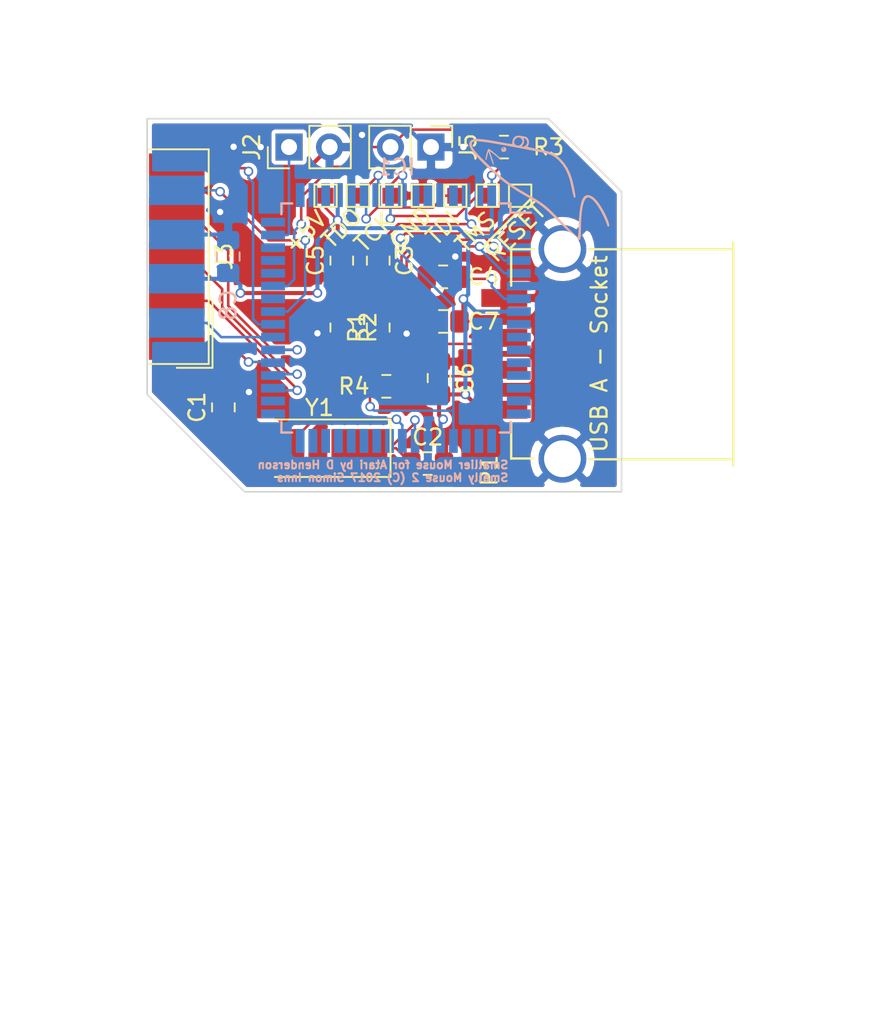
<source format=kicad_pcb>
(kicad_pcb (version 20171130) (host pcbnew "(5.1.4-0)")

  (general
    (thickness 1.6)
    (drawings 15)
    (tracks 248)
    (zones 0)
    (modules 26)
    (nets 60)
  )

  (page A4)
  (title_block
    (title SmallyMouse2)
    (date 2017-05-27)
    (rev 2.0)
    (company http://www.WaitingForFriday.com)
    (comment 1 "(c)2017 Simon Inns")
    (comment 2 "License: Attribution-ShareAlike 4.0 International (CC BY-SA 4.0)")
  )

  (layers
    (0 F.Cu signal hide)
    (31 B.Cu signal hide)
    (32 B.Adhes user hide)
    (33 F.Adhes user hide)
    (34 B.Paste user hide)
    (35 F.Paste user hide)
    (36 B.SilkS user hide)
    (37 F.SilkS user)
    (38 B.Mask user)
    (39 F.Mask user)
    (40 Dwgs.User user hide)
    (41 Cmts.User user hide)
    (42 Eco1.User user hide)
    (43 Eco2.User user hide)
    (44 Edge.Cuts user)
    (45 Margin user)
    (46 B.CrtYd user hide)
    (47 F.CrtYd user hide)
    (48 B.Fab user hide)
    (49 F.Fab user hide)
  )

  (setup
    (last_trace_width 0.254)
    (user_trace_width 0.16)
    (user_trace_width 0.254)
    (user_trace_width 0.32)
    (trace_clearance 0.16)
    (zone_clearance 0.254)
    (zone_45_only no)
    (trace_min 0.16)
    (via_size 0.6)
    (via_drill 0.4)
    (via_min_size 0.4)
    (via_min_drill 0.3)
    (uvia_size 0.3)
    (uvia_drill 0.1)
    (uvias_allowed no)
    (uvia_min_size 0.2)
    (uvia_min_drill 0.1)
    (edge_width 0.1)
    (segment_width 0.2)
    (pcb_text_width 0.3)
    (pcb_text_size 1.5 1.5)
    (mod_edge_width 0.15)
    (mod_text_size 1 1)
    (mod_text_width 0.15)
    (pad_size 1.5 1.5)
    (pad_drill 0.6)
    (pad_to_mask_clearance 0)
    (solder_mask_min_width 0.25)
    (aux_axis_origin 0 0)
    (grid_origin 127 127)
    (visible_elements 7FFFFFFF)
    (pcbplotparams
      (layerselection 0x010f0_80000001)
      (usegerberextensions false)
      (usegerberattributes false)
      (usegerberadvancedattributes false)
      (creategerberjobfile false)
      (excludeedgelayer true)
      (linewidth 0.100000)
      (plotframeref false)
      (viasonmask false)
      (mode 1)
      (useauxorigin false)
      (hpglpennumber 1)
      (hpglpenspeed 20)
      (hpglpendiameter 15.000000)
      (psnegative false)
      (psa4output false)
      (plotreference true)
      (plotvalue true)
      (plotinvisibletext false)
      (padsonsilk false)
      (subtractmaskfromsilk false)
      (outputformat 4)
      (mirror false)
      (drillshape 0)
      (scaleselection 1)
      (outputdirectory "PDF/"))
  )

  (net 0 "")
  (net 1 "Net-(C1-Pad1)")
  (net 2 GND)
  (net 3 "Net-(C2-Pad1)")
  (net 4 "Net-(C3-Pad1)")
  (net 5 "Net-(C4-Pad1)")
  (net 6 +5V)
  (net 7 "Net-(IC1-Pad1)")
  (net 8 "Net-(IC1-Pad2)")
  (net 9 "Net-(IC1-Pad4)")
  (net 10 "Net-(IC1-Pad5)")
  (net 11 "Net-(IC1-Pad9)")
  (net 12 "Net-(IC1-Pad10)")
  (net 13 "Net-(IC1-Pad11)")
  (net 14 "Net-(IC1-Pad12)")
  (net 15 "Net-(IC1-Pad13)")
  (net 16 "Net-(IC1-Pad14)")
  (net 17 "Net-(IC1-Pad15)")
  (net 18 "Net-(IC1-Pad16)")
  (net 19 "Net-(IC1-Pad17)")
  (net 20 "Net-(IC1-Pad18)")
  (net 21 "Net-(IC1-Pad19)")
  (net 22 "Net-(IC1-Pad20)")
  (net 23 "Net-(IC1-Pad25)")
  (net 24 "Net-(IC1-Pad26)")
  (net 25 "Net-(IC1-Pad27)")
  (net 26 "Net-(IC1-Pad28)")
  (net 27 "Net-(IC1-Pad29)")
  (net 28 "Net-(IC1-Pad30)")
  (net 29 "Net-(IC1-Pad31)")
  (net 30 "Net-(IC1-Pad32)")
  (net 31 "Net-(IC1-Pad33)")
  (net 32 "Net-(IC1-Pad34)")
  (net 33 X1)
  (net 34 Y1)
  (net 35 X2)
  (net 36 Y2)
  (net 37 L_Button)
  (net 38 M_Button)
  (net 39 R_Button)
  (net 40 "Net-(IC1-Pad42)")
  (net 41 "Net-(IC1-Pad43)")
  (net 42 "Net-(IC1-Pad44)")
  (net 43 "Net-(IC1-Pad45)")
  (net 44 "Net-(IC1-Pad46)")
  (net 45 "Net-(IC1-Pad47)")
  (net 46 "Net-(IC1-Pad48)")
  (net 47 "Net-(IC1-Pad49)")
  (net 48 "Net-(IC1-Pad50)")
  (net 49 "Net-(IC1-Pad51)")
  (net 50 "Net-(IC1-Pad54)")
  (net 51 "Net-(IC1-Pad55)")
  (net 52 "Net-(IC1-Pad56)")
  (net 53 "Net-(IC1-Pad57)")
  (net 54 "Net-(IC1-Pad58)")
  (net 55 "Net-(IC1-Pad59)")
  (net 56 "Net-(IC1-Pad60)")
  (net 57 "Net-(IC1-Pad61)")
  (net 58 "Net-(P1-Pad3)")
  (net 59 "Net-(P1-Pad2)")

  (net_class Default "This is the default net class."
    (clearance 0.16)
    (trace_width 0.16)
    (via_dia 0.6)
    (via_drill 0.4)
    (uvia_dia 0.3)
    (uvia_drill 0.1)
    (add_net GND)
    (add_net L_Button)
    (add_net M_Button)
    (add_net "Net-(C1-Pad1)")
    (add_net "Net-(C2-Pad1)")
    (add_net "Net-(C3-Pad1)")
    (add_net "Net-(C4-Pad1)")
    (add_net "Net-(IC1-Pad1)")
    (add_net "Net-(IC1-Pad10)")
    (add_net "Net-(IC1-Pad11)")
    (add_net "Net-(IC1-Pad12)")
    (add_net "Net-(IC1-Pad13)")
    (add_net "Net-(IC1-Pad14)")
    (add_net "Net-(IC1-Pad15)")
    (add_net "Net-(IC1-Pad16)")
    (add_net "Net-(IC1-Pad17)")
    (add_net "Net-(IC1-Pad18)")
    (add_net "Net-(IC1-Pad19)")
    (add_net "Net-(IC1-Pad2)")
    (add_net "Net-(IC1-Pad20)")
    (add_net "Net-(IC1-Pad25)")
    (add_net "Net-(IC1-Pad26)")
    (add_net "Net-(IC1-Pad27)")
    (add_net "Net-(IC1-Pad28)")
    (add_net "Net-(IC1-Pad29)")
    (add_net "Net-(IC1-Pad30)")
    (add_net "Net-(IC1-Pad31)")
    (add_net "Net-(IC1-Pad32)")
    (add_net "Net-(IC1-Pad33)")
    (add_net "Net-(IC1-Pad34)")
    (add_net "Net-(IC1-Pad4)")
    (add_net "Net-(IC1-Pad42)")
    (add_net "Net-(IC1-Pad43)")
    (add_net "Net-(IC1-Pad44)")
    (add_net "Net-(IC1-Pad45)")
    (add_net "Net-(IC1-Pad46)")
    (add_net "Net-(IC1-Pad47)")
    (add_net "Net-(IC1-Pad48)")
    (add_net "Net-(IC1-Pad49)")
    (add_net "Net-(IC1-Pad5)")
    (add_net "Net-(IC1-Pad50)")
    (add_net "Net-(IC1-Pad51)")
    (add_net "Net-(IC1-Pad54)")
    (add_net "Net-(IC1-Pad55)")
    (add_net "Net-(IC1-Pad56)")
    (add_net "Net-(IC1-Pad57)")
    (add_net "Net-(IC1-Pad58)")
    (add_net "Net-(IC1-Pad59)")
    (add_net "Net-(IC1-Pad60)")
    (add_net "Net-(IC1-Pad61)")
    (add_net "Net-(IC1-Pad9)")
    (add_net "Net-(P1-Pad2)")
    (add_net "Net-(P1-Pad3)")
    (add_net R_Button)
    (add_net X1)
    (add_net X2)
    (add_net Y1)
    (add_net Y2)
  )

  (net_class Power ""
    (clearance 0.16)
    (trace_width 0.254)
    (via_dia 0.6)
    (via_drill 0.4)
    (uvia_dia 0.3)
    (uvia_drill 0.1)
    (add_net +5V)
  )

  (module Connector_USB:Amphenol_87583-2010BLF (layer F.Cu) (tedit 5DC6E766) (tstamp 5DC74D70)
    (at 160.02 85.09 90)
    (tags "USB A socket")
    (path /58A4E3C4)
    (fp_text reference P1 (at -7.31 -2.44 90) (layer F.SilkS)
      (effects (font (size 1 1) (thickness 0.15)))
    )
    (fp_text value USB_A (at 0 8 270) (layer F.Fab)
      (effects (font (size 1 1) (thickness 0.15)))
    )
    (fp_line (start -6.57 12.84) (end 6.57 12.84) (layer F.SilkS) (width 0.15))
    (fp_line (start -7 12.84) (end 7 12.84) (layer F.SilkS) (width 0.15))
    (fp_text user "USB A - Socket" (at 0 4.445 90) (layer F.SilkS)
      (effects (font (size 1 1) (thickness 0.15)))
    )
    (fp_line (start -6.57 -1.07) (end -4.2705 -1.07) (layer F.SilkS) (width 0.15))
    (fp_line (start 6.57 -1.07) (end 4.2705 -1.07) (layer F.SilkS) (width 0.15))
    (fp_line (start 8.636 12.954) (end -8.382 12.954) (layer F.CrtYd) (width 0.15))
    (fp_line (start 8.636 -3.302) (end 8.636 12.954) (layer F.CrtYd) (width 0.15))
    (fp_line (start -8.382 -3.302) (end 8.636 -3.302) (layer F.CrtYd) (width 0.15))
    (fp_line (start -8.382 12.954) (end -8.382 -3.302) (layer F.CrtYd) (width 0.15))
    (fp_line (start -6.5532 -1.0668) (end -6.5532 0.3556) (layer F.SilkS) (width 0.15))
    (fp_line (start 6.5532 -1.0668) (end 6.5532 0.3556) (layer F.SilkS) (width 0.15))
    (fp_line (start -6.604 3.81) (end -6.604 12.8016) (layer F.SilkS) (width 0.15))
    (fp_line (start 6.5532 3.81) (end 6.5532 12.8016) (layer F.SilkS) (width 0.15))
    (fp_text user %R (at -6 0 180) (layer F.Fab)
      (effects (font (size 1 1) (thickness 0.15)))
    )
    (fp_text user "PCB Edge" (at -6.12 7.46 270) (layer Dwgs.User)
      (effects (font (size 0.6 0.6) (thickness 0.09)))
    )
    (pad 5 thru_hole circle (at -6.57 2.14 90) (size 3 3) (drill 2.3) (layers *.Cu *.Mask)
      (net 2 GND))
    (pad 1 smd rect (at -3.5 -1.5 90) (size 1.12 2.88) (layers F.Cu F.Paste F.Mask)
      (net 6 +5V))
    (pad 2 smd rect (at -1 -1.5 90) (size 1.12 2.88) (layers F.Cu F.Paste F.Mask)
      (net 59 "Net-(P1-Pad2)"))
    (pad 3 smd rect (at 1 -1.5 90) (size 1.12 2.88) (layers F.Cu F.Paste F.Mask)
      (net 58 "Net-(P1-Pad3)"))
    (pad 4 smd rect (at 3.5 -1.5 90) (size 1.12 2.88) (layers F.Cu F.Paste F.Mask)
      (net 2 GND))
    (pad 5 thru_hole circle (at 6.57 2.14 90) (size 3 3) (drill 2.3) (layers *.Cu *.Mask)
      (net 2 GND))
  )

  (module Capacitor_SMD:C_0805_2012Metric_Pad1.15x1.40mm_HandSolder (layer F.Cu) (tedit 5B36C52B) (tstamp 5DC4E6D6)
    (at 153.72 91.96)
    (descr "Capacitor SMD 0805 (2012 Metric), square (rectangular) end terminal, IPC_7351 nominal with elongated pad for handsoldering. (Body size source: https://docs.google.com/spreadsheets/d/1BsfQQcO9C6DZCsRaXUlFlo91Tg2WpOkGARC1WS5S8t0/edit?usp=sharing), generated with kicad-footprint-generator")
    (tags "capacitor handsolder")
    (path /58A4FA4D)
    (attr smd)
    (fp_text reference C2 (at 0 -1.65) (layer F.SilkS)
      (effects (font (size 1 1) (thickness 0.15)))
    )
    (fp_text value 22pF (at 0 1.65) (layer F.Fab)
      (effects (font (size 1 1) (thickness 0.15)))
    )
    (fp_text user %R (at 0 0) (layer F.Fab)
      (effects (font (size 0.5 0.5) (thickness 0.08)))
    )
    (fp_line (start 1.85 0.95) (end -1.85 0.95) (layer F.CrtYd) (width 0.05))
    (fp_line (start 1.85 -0.95) (end 1.85 0.95) (layer F.CrtYd) (width 0.05))
    (fp_line (start -1.85 -0.95) (end 1.85 -0.95) (layer F.CrtYd) (width 0.05))
    (fp_line (start -1.85 0.95) (end -1.85 -0.95) (layer F.CrtYd) (width 0.05))
    (fp_line (start -0.261252 0.71) (end 0.261252 0.71) (layer F.SilkS) (width 0.12))
    (fp_line (start -0.261252 -0.71) (end 0.261252 -0.71) (layer F.SilkS) (width 0.12))
    (fp_line (start 1 0.6) (end -1 0.6) (layer F.Fab) (width 0.1))
    (fp_line (start 1 -0.6) (end 1 0.6) (layer F.Fab) (width 0.1))
    (fp_line (start -1 -0.6) (end 1 -0.6) (layer F.Fab) (width 0.1))
    (fp_line (start -1 0.6) (end -1 -0.6) (layer F.Fab) (width 0.1))
    (pad 2 smd roundrect (at 1.025 0) (size 1.15 1.4) (layers F.Cu F.Paste F.Mask) (roundrect_rratio 0.217391)
      (net 2 GND))
    (pad 1 smd roundrect (at -1.025 0) (size 1.15 1.4) (layers F.Cu F.Paste F.Mask) (roundrect_rratio 0.217391)
      (net 3 "Net-(C2-Pad1)"))
    (model ${KISYS3DMOD}/Capacitor_SMD.3dshapes/C_0805_2012Metric.wrl
      (at (xyz 0 0 0))
      (scale (xyz 1 1 1))
      (rotate (xyz 0 0 0))
    )
  )

  (module Package_QFP:TQFP-64_14x14mm_P0.8mm (layer B.Cu) (tedit 5A02F146) (tstamp 5DC4B134)
    (at 151.73 82.842 180)
    (descr "64-Lead Plastic Thin Quad Flatpack (PF) - 14x14x1 mm Body, 2.00 mm [TQFP] (see Microchip Packaging Specification 00000049BS.pdf)")
    (tags "QFP 0.8")
    (path /58A4E37E)
    (attr smd)
    (fp_text reference IC1 (at 0 9.45) (layer B.SilkS)
      (effects (font (size 1 1) (thickness 0.15)) (justify mirror))
    )
    (fp_text value AT90USB1287 (at 0 -9.45) (layer B.Fab)
      (effects (font (size 1 1) (thickness 0.15)) (justify mirror))
    )
    (fp_text user %R (at 0 0) (layer B.Fab)
      (effects (font (size 1 1) (thickness 0.15)) (justify mirror))
    )
    (fp_line (start -6 7) (end 7 7) (layer B.Fab) (width 0.15))
    (fp_line (start 7 7) (end 7 -7) (layer B.Fab) (width 0.15))
    (fp_line (start 7 -7) (end -7 -7) (layer B.Fab) (width 0.15))
    (fp_line (start -7 -7) (end -7 6) (layer B.Fab) (width 0.15))
    (fp_line (start -7 6) (end -6 7) (layer B.Fab) (width 0.15))
    (fp_line (start -8.7 8.7) (end -8.7 -8.7) (layer B.CrtYd) (width 0.05))
    (fp_line (start 8.7 8.7) (end 8.7 -8.7) (layer B.CrtYd) (width 0.05))
    (fp_line (start -8.7 8.7) (end 8.7 8.7) (layer B.CrtYd) (width 0.05))
    (fp_line (start -8.7 -8.7) (end 8.7 -8.7) (layer B.CrtYd) (width 0.05))
    (fp_line (start -7.175 7.175) (end -7.175 6.6) (layer B.SilkS) (width 0.15))
    (fp_line (start 7.175 7.175) (end 7.175 6.5) (layer B.SilkS) (width 0.15))
    (fp_line (start 7.175 -7.175) (end 7.175 -6.5) (layer B.SilkS) (width 0.15))
    (fp_line (start -7.175 -7.175) (end -7.175 -6.5) (layer B.SilkS) (width 0.15))
    (fp_line (start -7.175 7.175) (end -6.5 7.175) (layer B.SilkS) (width 0.15))
    (fp_line (start -7.175 -7.175) (end -6.5 -7.175) (layer B.SilkS) (width 0.15))
    (fp_line (start 7.175 -7.175) (end 6.5 -7.175) (layer B.SilkS) (width 0.15))
    (fp_line (start 7.175 7.175) (end 6.5 7.175) (layer B.SilkS) (width 0.15))
    (fp_line (start -7.175 6.6) (end -8.45 6.6) (layer B.SilkS) (width 0.15))
    (pad 1 smd rect (at -7.7 6 180) (size 1.5 0.55) (layers B.Cu B.Paste B.Mask)
      (net 7 "Net-(IC1-Pad1)"))
    (pad 2 smd rect (at -7.7 5.2 180) (size 1.5 0.55) (layers B.Cu B.Paste B.Mask)
      (net 8 "Net-(IC1-Pad2)"))
    (pad 3 smd rect (at -7.7 4.4 180) (size 1.5 0.55) (layers B.Cu B.Paste B.Mask)
      (net 6 +5V))
    (pad 4 smd rect (at -7.7 3.6 180) (size 1.5 0.55) (layers B.Cu B.Paste B.Mask)
      (net 9 "Net-(IC1-Pad4)"))
    (pad 5 smd rect (at -7.7 2.8 180) (size 1.5 0.55) (layers B.Cu B.Paste B.Mask)
      (net 10 "Net-(IC1-Pad5)"))
    (pad 6 smd rect (at -7.7 2 180) (size 1.5 0.55) (layers B.Cu B.Paste B.Mask)
      (net 2 GND))
    (pad 7 smd rect (at -7.7 1.2 180) (size 1.5 0.55) (layers B.Cu B.Paste B.Mask)
      (net 5 "Net-(C4-Pad1)"))
    (pad 8 smd rect (at -7.7 0.4 180) (size 1.5 0.55) (layers B.Cu B.Paste B.Mask)
      (net 6 +5V))
    (pad 9 smd rect (at -7.7 -0.4 180) (size 1.5 0.55) (layers B.Cu B.Paste B.Mask)
      (net 11 "Net-(IC1-Pad9)"))
    (pad 10 smd rect (at -7.7 -1.2 180) (size 1.5 0.55) (layers B.Cu B.Paste B.Mask)
      (net 12 "Net-(IC1-Pad10)"))
    (pad 11 smd rect (at -7.7 -2 180) (size 1.5 0.55) (layers B.Cu B.Paste B.Mask)
      (net 13 "Net-(IC1-Pad11)"))
    (pad 12 smd rect (at -7.7 -2.8 180) (size 1.5 0.55) (layers B.Cu B.Paste B.Mask)
      (net 14 "Net-(IC1-Pad12)"))
    (pad 13 smd rect (at -7.7 -3.6 180) (size 1.5 0.55) (layers B.Cu B.Paste B.Mask)
      (net 15 "Net-(IC1-Pad13)"))
    (pad 14 smd rect (at -7.7 -4.4 180) (size 1.5 0.55) (layers B.Cu B.Paste B.Mask)
      (net 16 "Net-(IC1-Pad14)"))
    (pad 15 smd rect (at -7.7 -5.2 180) (size 1.5 0.55) (layers B.Cu B.Paste B.Mask)
      (net 17 "Net-(IC1-Pad15)"))
    (pad 16 smd rect (at -7.7 -6 180) (size 1.5 0.55) (layers B.Cu B.Paste B.Mask)
      (net 18 "Net-(IC1-Pad16)"))
    (pad 17 smd rect (at -6 -7.7 90) (size 1.5 0.55) (layers B.Cu B.Paste B.Mask)
      (net 19 "Net-(IC1-Pad17)"))
    (pad 18 smd rect (at -5.2 -7.7 90) (size 1.5 0.55) (layers B.Cu B.Paste B.Mask)
      (net 20 "Net-(IC1-Pad18)"))
    (pad 19 smd rect (at -4.4 -7.7 90) (size 1.5 0.55) (layers B.Cu B.Paste B.Mask)
      (net 21 "Net-(IC1-Pad19)"))
    (pad 20 smd rect (at -3.6 -7.7 90) (size 1.5 0.55) (layers B.Cu B.Paste B.Mask)
      (net 22 "Net-(IC1-Pad20)"))
    (pad 21 smd rect (at -2.8 -7.7 90) (size 1.5 0.55) (layers B.Cu B.Paste B.Mask)
      (net 6 +5V))
    (pad 22 smd rect (at -2 -7.7 90) (size 1.5 0.55) (layers B.Cu B.Paste B.Mask)
      (net 2 GND))
    (pad 23 smd rect (at -1.2 -7.7 90) (size 1.5 0.55) (layers B.Cu B.Paste B.Mask)
      (net 3 "Net-(C2-Pad1)"))
    (pad 24 smd rect (at -0.4 -7.7 90) (size 1.5 0.55) (layers B.Cu B.Paste B.Mask)
      (net 1 "Net-(C1-Pad1)"))
    (pad 25 smd rect (at 0.4 -7.7 90) (size 1.5 0.55) (layers B.Cu B.Paste B.Mask)
      (net 23 "Net-(IC1-Pad25)"))
    (pad 26 smd rect (at 1.2 -7.7 90) (size 1.5 0.55) (layers B.Cu B.Paste B.Mask)
      (net 24 "Net-(IC1-Pad26)"))
    (pad 27 smd rect (at 2 -7.7 90) (size 1.5 0.55) (layers B.Cu B.Paste B.Mask)
      (net 25 "Net-(IC1-Pad27)"))
    (pad 28 smd rect (at 2.8 -7.7 90) (size 1.5 0.55) (layers B.Cu B.Paste B.Mask)
      (net 26 "Net-(IC1-Pad28)"))
    (pad 29 smd rect (at 3.6 -7.7 90) (size 1.5 0.55) (layers B.Cu B.Paste B.Mask)
      (net 27 "Net-(IC1-Pad29)"))
    (pad 30 smd rect (at 4.4 -7.7 90) (size 1.5 0.55) (layers B.Cu B.Paste B.Mask)
      (net 28 "Net-(IC1-Pad30)"))
    (pad 31 smd rect (at 5.2 -7.7 90) (size 1.5 0.55) (layers B.Cu B.Paste B.Mask)
      (net 29 "Net-(IC1-Pad31)"))
    (pad 32 smd rect (at 6 -7.7 90) (size 1.5 0.55) (layers B.Cu B.Paste B.Mask)
      (net 30 "Net-(IC1-Pad32)"))
    (pad 33 smd rect (at 7.7 -6 180) (size 1.5 0.55) (layers B.Cu B.Paste B.Mask)
      (net 31 "Net-(IC1-Pad33)"))
    (pad 34 smd rect (at 7.7 -5.2 180) (size 1.5 0.55) (layers B.Cu B.Paste B.Mask)
      (net 32 "Net-(IC1-Pad34)"))
    (pad 35 smd rect (at 7.7 -4.4 180) (size 1.5 0.55) (layers B.Cu B.Paste B.Mask)
      (net 33 X1))
    (pad 36 smd rect (at 7.7 -3.6 180) (size 1.5 0.55) (layers B.Cu B.Paste B.Mask)
      (net 34 Y1))
    (pad 37 smd rect (at 7.7 -2.8 180) (size 1.5 0.55) (layers B.Cu B.Paste B.Mask)
      (net 35 X2))
    (pad 38 smd rect (at 7.7 -2 180) (size 1.5 0.55) (layers B.Cu B.Paste B.Mask)
      (net 36 Y2))
    (pad 39 smd rect (at 7.7 -1.2 180) (size 1.5 0.55) (layers B.Cu B.Paste B.Mask)
      (net 37 L_Button))
    (pad 40 smd rect (at 7.7 -0.4 180) (size 1.5 0.55) (layers B.Cu B.Paste B.Mask)
      (net 38 M_Button))
    (pad 41 smd rect (at 7.7 0.4 180) (size 1.5 0.55) (layers B.Cu B.Paste B.Mask)
      (net 39 R_Button))
    (pad 42 smd rect (at 7.7 1.2 180) (size 1.5 0.55) (layers B.Cu B.Paste B.Mask)
      (net 40 "Net-(IC1-Pad42)"))
    (pad 43 smd rect (at 7.7 2 180) (size 1.5 0.55) (layers B.Cu B.Paste B.Mask)
      (net 41 "Net-(IC1-Pad43)"))
    (pad 44 smd rect (at 7.7 2.8 180) (size 1.5 0.55) (layers B.Cu B.Paste B.Mask)
      (net 42 "Net-(IC1-Pad44)"))
    (pad 45 smd rect (at 7.7 3.6 180) (size 1.5 0.55) (layers B.Cu B.Paste B.Mask)
      (net 43 "Net-(IC1-Pad45)"))
    (pad 46 smd rect (at 7.7 4.4 180) (size 1.5 0.55) (layers B.Cu B.Paste B.Mask)
      (net 44 "Net-(IC1-Pad46)"))
    (pad 47 smd rect (at 7.7 5.2 180) (size 1.5 0.55) (layers B.Cu B.Paste B.Mask)
      (net 45 "Net-(IC1-Pad47)"))
    (pad 48 smd rect (at 7.7 6 180) (size 1.5 0.55) (layers B.Cu B.Paste B.Mask)
      (net 46 "Net-(IC1-Pad48)"))
    (pad 49 smd rect (at 6 7.7 90) (size 1.5 0.55) (layers B.Cu B.Paste B.Mask)
      (net 47 "Net-(IC1-Pad49)"))
    (pad 50 smd rect (at 5.2 7.7 90) (size 1.5 0.55) (layers B.Cu B.Paste B.Mask)
      (net 48 "Net-(IC1-Pad50)"))
    (pad 51 smd rect (at 4.4 7.7 90) (size 1.5 0.55) (layers B.Cu B.Paste B.Mask)
      (net 49 "Net-(IC1-Pad51)"))
    (pad 52 smd rect (at 3.6 7.7 90) (size 1.5 0.55) (layers B.Cu B.Paste B.Mask)
      (net 6 +5V))
    (pad 53 smd rect (at 2.8 7.7 90) (size 1.5 0.55) (layers B.Cu B.Paste B.Mask)
      (net 2 GND))
    (pad 54 smd rect (at 2 7.7 90) (size 1.5 0.55) (layers B.Cu B.Paste B.Mask)
      (net 50 "Net-(IC1-Pad54)"))
    (pad 55 smd rect (at 1.2 7.7 90) (size 1.5 0.55) (layers B.Cu B.Paste B.Mask)
      (net 51 "Net-(IC1-Pad55)"))
    (pad 56 smd rect (at 0.4 7.7 90) (size 1.5 0.55) (layers B.Cu B.Paste B.Mask)
      (net 52 "Net-(IC1-Pad56)"))
    (pad 57 smd rect (at -0.4 7.7 90) (size 1.5 0.55) (layers B.Cu B.Paste B.Mask)
      (net 53 "Net-(IC1-Pad57)"))
    (pad 58 smd rect (at -1.2 7.7 90) (size 1.5 0.55) (layers B.Cu B.Paste B.Mask)
      (net 54 "Net-(IC1-Pad58)"))
    (pad 59 smd rect (at -2 7.7 90) (size 1.5 0.55) (layers B.Cu B.Paste B.Mask)
      (net 55 "Net-(IC1-Pad59)"))
    (pad 60 smd rect (at -2.8 7.7 90) (size 1.5 0.55) (layers B.Cu B.Paste B.Mask)
      (net 56 "Net-(IC1-Pad60)"))
    (pad 61 smd rect (at -3.6 7.7 90) (size 1.5 0.55) (layers B.Cu B.Paste B.Mask)
      (net 57 "Net-(IC1-Pad61)"))
    (pad 62 smd rect (at -4.4 7.7 90) (size 1.5 0.55) (layers B.Cu B.Paste B.Mask)
      (net 4 "Net-(C3-Pad1)"))
    (pad 63 smd rect (at -5.2 7.7 90) (size 1.5 0.55) (layers B.Cu B.Paste B.Mask)
      (net 2 GND))
    (pad 64 smd rect (at -6 7.7 90) (size 1.5 0.55) (layers B.Cu B.Paste B.Mask)
      (net 6 +5V))
    (model ${KISYS3DMOD}/Package_QFP.3dshapes/TQFP-64_14x14mm_P0.8mm.wrl
      (at (xyz 0 0 0))
      (scale (xyz 1 1 1))
      (rotate (xyz 0 0 0))
    )
  )

  (module Capacitor_SMD:C_0805_2012Metric_Pad1.15x1.40mm_HandSolder (layer F.Cu) (tedit 5B36C52B) (tstamp 5DC56BB9)
    (at 140.92 88.44 90)
    (descr "Capacitor SMD 0805 (2012 Metric), square (rectangular) end terminal, IPC_7351 nominal with elongated pad for handsoldering. (Body size source: https://docs.google.com/spreadsheets/d/1BsfQQcO9C6DZCsRaXUlFlo91Tg2WpOkGARC1WS5S8t0/edit?usp=sharing), generated with kicad-footprint-generator")
    (tags "capacitor handsolder")
    (path /58A4F9FD)
    (attr smd)
    (fp_text reference C1 (at 0 -1.65 -90) (layer F.SilkS)
      (effects (font (size 1 1) (thickness 0.15)))
    )
    (fp_text value 22pF (at 0 1.65 -90) (layer F.Fab)
      (effects (font (size 1 1) (thickness 0.15)))
    )
    (fp_line (start -1 0.6) (end -1 -0.6) (layer F.Fab) (width 0.1))
    (fp_line (start -1 -0.6) (end 1 -0.6) (layer F.Fab) (width 0.1))
    (fp_line (start 1 -0.6) (end 1 0.6) (layer F.Fab) (width 0.1))
    (fp_line (start 1 0.6) (end -1 0.6) (layer F.Fab) (width 0.1))
    (fp_line (start -0.261252 -0.71) (end 0.261252 -0.71) (layer F.SilkS) (width 0.12))
    (fp_line (start -0.261252 0.71) (end 0.261252 0.71) (layer F.SilkS) (width 0.12))
    (fp_line (start -1.85 0.95) (end -1.85 -0.95) (layer F.CrtYd) (width 0.05))
    (fp_line (start -1.85 -0.95) (end 1.85 -0.95) (layer F.CrtYd) (width 0.05))
    (fp_line (start 1.85 -0.95) (end 1.85 0.95) (layer F.CrtYd) (width 0.05))
    (fp_line (start 1.85 0.95) (end -1.85 0.95) (layer F.CrtYd) (width 0.05))
    (fp_text user %R (at 0 0 -90) (layer F.Fab)
      (effects (font (size 0.5 0.5) (thickness 0.08)))
    )
    (pad 1 smd roundrect (at -1.025 0 90) (size 1.15 1.4) (layers F.Cu F.Paste F.Mask) (roundrect_rratio 0.217391)
      (net 1 "Net-(C1-Pad1)"))
    (pad 2 smd roundrect (at 1.025 0 90) (size 1.15 1.4) (layers F.Cu F.Paste F.Mask) (roundrect_rratio 0.217391)
      (net 2 GND))
    (model ${KISYS3DMOD}/Capacitor_SMD.3dshapes/C_0805_2012Metric.wrl
      (at (xyz 0 0 0))
      (scale (xyz 1 1 1))
      (rotate (xyz 0 0 0))
    )
  )

  (module Capacitor_SMD:C_0805_2012Metric_Pad1.15x1.40mm_HandSolder (layer F.Cu) (tedit 5B36C52B) (tstamp 5DC49A47)
    (at 150.622 79.248 270)
    (descr "Capacitor SMD 0805 (2012 Metric), square (rectangular) end terminal, IPC_7351 nominal with elongated pad for handsoldering. (Body size source: https://docs.google.com/spreadsheets/d/1BsfQQcO9C6DZCsRaXUlFlo91Tg2WpOkGARC1WS5S8t0/edit?usp=sharing), generated with kicad-footprint-generator")
    (tags "capacitor handsolder")
    (path /58A4F61A)
    (attr smd)
    (fp_text reference C3 (at 0 -1.65 90) (layer F.SilkS)
      (effects (font (size 1 1) (thickness 0.15)))
    )
    (fp_text value 100nF (at 0 1.65 90) (layer F.Fab)
      (effects (font (size 1 1) (thickness 0.15)))
    )
    (fp_line (start -1 0.6) (end -1 -0.6) (layer F.Fab) (width 0.1))
    (fp_line (start -1 -0.6) (end 1 -0.6) (layer F.Fab) (width 0.1))
    (fp_line (start 1 -0.6) (end 1 0.6) (layer F.Fab) (width 0.1))
    (fp_line (start 1 0.6) (end -1 0.6) (layer F.Fab) (width 0.1))
    (fp_line (start -0.261252 -0.71) (end 0.261252 -0.71) (layer F.SilkS) (width 0.12))
    (fp_line (start -0.261252 0.71) (end 0.261252 0.71) (layer F.SilkS) (width 0.12))
    (fp_line (start -1.85 0.95) (end -1.85 -0.95) (layer F.CrtYd) (width 0.05))
    (fp_line (start -1.85 -0.95) (end 1.85 -0.95) (layer F.CrtYd) (width 0.05))
    (fp_line (start 1.85 -0.95) (end 1.85 0.95) (layer F.CrtYd) (width 0.05))
    (fp_line (start 1.85 0.95) (end -1.85 0.95) (layer F.CrtYd) (width 0.05))
    (fp_text user %R (at 0 0 90) (layer F.Fab)
      (effects (font (size 0.5 0.5) (thickness 0.08)))
    )
    (pad 1 smd roundrect (at -1.025 0 270) (size 1.15 1.4) (layers F.Cu F.Paste F.Mask) (roundrect_rratio 0.217391)
      (net 4 "Net-(C3-Pad1)"))
    (pad 2 smd roundrect (at 1.025 0 270) (size 1.15 1.4) (layers F.Cu F.Paste F.Mask) (roundrect_rratio 0.217391)
      (net 2 GND))
    (model ${KISYS3DMOD}/Capacitor_SMD.3dshapes/C_0805_2012Metric.wrl
      (at (xyz 0 0 0))
      (scale (xyz 1 1 1))
      (rotate (xyz 0 0 0))
    )
  )

  (module Capacitor_SMD:C_0805_2012Metric_Pad1.15x1.40mm_HandSolder (layer F.Cu) (tedit 5B36C52B) (tstamp 5DC51CCC)
    (at 154.686 80.264 180)
    (descr "Capacitor SMD 0805 (2012 Metric), square (rectangular) end terminal, IPC_7351 nominal with elongated pad for handsoldering. (Body size source: https://docs.google.com/spreadsheets/d/1BsfQQcO9C6DZCsRaXUlFlo91Tg2WpOkGARC1WS5S8t0/edit?usp=sharing), generated with kicad-footprint-generator")
    (tags "capacitor handsolder")
    (path /58A4F76F)
    (attr smd)
    (fp_text reference C4 (at -2.54 0) (layer F.SilkS)
      (effects (font (size 1 1) (thickness 0.15)))
    )
    (fp_text value 1uF (at 0 1.65) (layer F.Fab)
      (effects (font (size 1 1) (thickness 0.15)))
    )
    (fp_text user %R (at 0 0) (layer F.Fab)
      (effects (font (size 0.5 0.5) (thickness 0.08)))
    )
    (fp_line (start 1.85 0.95) (end -1.85 0.95) (layer F.CrtYd) (width 0.05))
    (fp_line (start 1.85 -0.95) (end 1.85 0.95) (layer F.CrtYd) (width 0.05))
    (fp_line (start -1.85 -0.95) (end 1.85 -0.95) (layer F.CrtYd) (width 0.05))
    (fp_line (start -1.85 0.95) (end -1.85 -0.95) (layer F.CrtYd) (width 0.05))
    (fp_line (start -0.261252 0.71) (end 0.261252 0.71) (layer F.SilkS) (width 0.12))
    (fp_line (start -0.261252 -0.71) (end 0.261252 -0.71) (layer F.SilkS) (width 0.12))
    (fp_line (start 1 0.6) (end -1 0.6) (layer F.Fab) (width 0.1))
    (fp_line (start 1 -0.6) (end 1 0.6) (layer F.Fab) (width 0.1))
    (fp_line (start -1 -0.6) (end 1 -0.6) (layer F.Fab) (width 0.1))
    (fp_line (start -1 0.6) (end -1 -0.6) (layer F.Fab) (width 0.1))
    (pad 2 smd roundrect (at 1.025 0 180) (size 1.15 1.4) (layers F.Cu F.Paste F.Mask) (roundrect_rratio 0.217391)
      (net 2 GND))
    (pad 1 smd roundrect (at -1.025 0 180) (size 1.15 1.4) (layers F.Cu F.Paste F.Mask) (roundrect_rratio 0.217391)
      (net 5 "Net-(C4-Pad1)"))
    (model ${KISYS3DMOD}/Capacitor_SMD.3dshapes/C_0805_2012Metric.wrl
      (at (xyz 0 0 0))
      (scale (xyz 1 1 1))
      (rotate (xyz 0 0 0))
    )
  )

  (module Capacitor_SMD:C_0805_2012Metric_Pad1.15x1.40mm_HandSolder (layer F.Cu) (tedit 5B36C52B) (tstamp 5DC4B2BA)
    (at 148.336 79.248 90)
    (descr "Capacitor SMD 0805 (2012 Metric), square (rectangular) end terminal, IPC_7351 nominal with elongated pad for handsoldering. (Body size source: https://docs.google.com/spreadsheets/d/1BsfQQcO9C6DZCsRaXUlFlo91Tg2WpOkGARC1WS5S8t0/edit?usp=sharing), generated with kicad-footprint-generator")
    (tags "capacitor handsolder")
    (path /58A4FD2F)
    (attr smd)
    (fp_text reference C5 (at 0 -1.65 90) (layer F.SilkS)
      (effects (font (size 1 1) (thickness 0.15)))
    )
    (fp_text value 100nF (at 0 1.65 90) (layer F.Fab)
      (effects (font (size 1 1) (thickness 0.15)))
    )
    (fp_line (start -1 0.6) (end -1 -0.6) (layer F.Fab) (width 0.1))
    (fp_line (start -1 -0.6) (end 1 -0.6) (layer F.Fab) (width 0.1))
    (fp_line (start 1 -0.6) (end 1 0.6) (layer F.Fab) (width 0.1))
    (fp_line (start 1 0.6) (end -1 0.6) (layer F.Fab) (width 0.1))
    (fp_line (start -0.261252 -0.71) (end 0.261252 -0.71) (layer F.SilkS) (width 0.12))
    (fp_line (start -0.261252 0.71) (end 0.261252 0.71) (layer F.SilkS) (width 0.12))
    (fp_line (start -1.85 0.95) (end -1.85 -0.95) (layer F.CrtYd) (width 0.05))
    (fp_line (start -1.85 -0.95) (end 1.85 -0.95) (layer F.CrtYd) (width 0.05))
    (fp_line (start 1.85 -0.95) (end 1.85 0.95) (layer F.CrtYd) (width 0.05))
    (fp_line (start 1.85 0.95) (end -1.85 0.95) (layer F.CrtYd) (width 0.05))
    (fp_text user %R (at 0 0 90) (layer F.Fab)
      (effects (font (size 0.5 0.5) (thickness 0.08)))
    )
    (pad 1 smd roundrect (at -1.025 0 90) (size 1.15 1.4) (layers F.Cu F.Paste F.Mask) (roundrect_rratio 0.217391)
      (net 2 GND))
    (pad 2 smd roundrect (at 1.025 0 90) (size 1.15 1.4) (layers F.Cu F.Paste F.Mask) (roundrect_rratio 0.217391)
      (net 6 +5V))
    (model ${KISYS3DMOD}/Capacitor_SMD.3dshapes/C_0805_2012Metric.wrl
      (at (xyz 0 0 0))
      (scale (xyz 1 1 1))
      (rotate (xyz 0 0 0))
    )
  )

  (module Capacitor_SMD:C_0805_2012Metric_Pad1.15x1.40mm_HandSolder (layer F.Cu) (tedit 5B36C52B) (tstamp 5DC49A7A)
    (at 154.432 86.605 270)
    (descr "Capacitor SMD 0805 (2012 Metric), square (rectangular) end terminal, IPC_7351 nominal with elongated pad for handsoldering. (Body size source: https://docs.google.com/spreadsheets/d/1BsfQQcO9C6DZCsRaXUlFlo91Tg2WpOkGARC1WS5S8t0/edit?usp=sharing), generated with kicad-footprint-generator")
    (tags "capacitor handsolder")
    (path /58A4FDE1)
    (attr smd)
    (fp_text reference C6 (at 0 -1.65 90) (layer F.SilkS)
      (effects (font (size 1 1) (thickness 0.15)))
    )
    (fp_text value 100nF (at 0 1.65 90) (layer F.Fab)
      (effects (font (size 1 1) (thickness 0.15)))
    )
    (fp_text user %R (at 0 0 90) (layer F.Fab)
      (effects (font (size 0.5 0.5) (thickness 0.08)))
    )
    (fp_line (start 1.85 0.95) (end -1.85 0.95) (layer F.CrtYd) (width 0.05))
    (fp_line (start 1.85 -0.95) (end 1.85 0.95) (layer F.CrtYd) (width 0.05))
    (fp_line (start -1.85 -0.95) (end 1.85 -0.95) (layer F.CrtYd) (width 0.05))
    (fp_line (start -1.85 0.95) (end -1.85 -0.95) (layer F.CrtYd) (width 0.05))
    (fp_line (start -0.261252 0.71) (end 0.261252 0.71) (layer F.SilkS) (width 0.12))
    (fp_line (start -0.261252 -0.71) (end 0.261252 -0.71) (layer F.SilkS) (width 0.12))
    (fp_line (start 1 0.6) (end -1 0.6) (layer F.Fab) (width 0.1))
    (fp_line (start 1 -0.6) (end 1 0.6) (layer F.Fab) (width 0.1))
    (fp_line (start -1 -0.6) (end 1 -0.6) (layer F.Fab) (width 0.1))
    (fp_line (start -1 0.6) (end -1 -0.6) (layer F.Fab) (width 0.1))
    (pad 2 smd roundrect (at 1.025 0 270) (size 1.15 1.4) (layers F.Cu F.Paste F.Mask) (roundrect_rratio 0.217391)
      (net 6 +5V))
    (pad 1 smd roundrect (at -1.025 0 270) (size 1.15 1.4) (layers F.Cu F.Paste F.Mask) (roundrect_rratio 0.217391)
      (net 2 GND))
    (model ${KISYS3DMOD}/Capacitor_SMD.3dshapes/C_0805_2012Metric.wrl
      (at (xyz 0 0 0))
      (scale (xyz 1 1 1))
      (rotate (xyz 0 0 0))
    )
  )

  (module Capacitor_SMD:C_0805_2012Metric_Pad1.15x1.40mm_HandSolder (layer F.Cu) (tedit 5B36C52B) (tstamp 5DC4B470)
    (at 154.686 83.058)
    (descr "Capacitor SMD 0805 (2012 Metric), square (rectangular) end terminal, IPC_7351 nominal with elongated pad for handsoldering. (Body size source: https://docs.google.com/spreadsheets/d/1BsfQQcO9C6DZCsRaXUlFlo91Tg2WpOkGARC1WS5S8t0/edit?usp=sharing), generated with kicad-footprint-generator")
    (tags "capacitor handsolder")
    (path /58A4FE1E)
    (attr smd)
    (fp_text reference C7 (at 2.54 0) (layer F.SilkS)
      (effects (font (size 1 1) (thickness 0.15)))
    )
    (fp_text value 100nF (at 0 1.65) (layer F.Fab)
      (effects (font (size 1 1) (thickness 0.15)))
    )
    (fp_line (start -1 0.6) (end -1 -0.6) (layer F.Fab) (width 0.1))
    (fp_line (start -1 -0.6) (end 1 -0.6) (layer F.Fab) (width 0.1))
    (fp_line (start 1 -0.6) (end 1 0.6) (layer F.Fab) (width 0.1))
    (fp_line (start 1 0.6) (end -1 0.6) (layer F.Fab) (width 0.1))
    (fp_line (start -0.261252 -0.71) (end 0.261252 -0.71) (layer F.SilkS) (width 0.12))
    (fp_line (start -0.261252 0.71) (end 0.261252 0.71) (layer F.SilkS) (width 0.12))
    (fp_line (start -1.85 0.95) (end -1.85 -0.95) (layer F.CrtYd) (width 0.05))
    (fp_line (start -1.85 -0.95) (end 1.85 -0.95) (layer F.CrtYd) (width 0.05))
    (fp_line (start 1.85 -0.95) (end 1.85 0.95) (layer F.CrtYd) (width 0.05))
    (fp_line (start 1.85 0.95) (end -1.85 0.95) (layer F.CrtYd) (width 0.05))
    (fp_text user %R (at 0 0) (layer F.Fab)
      (effects (font (size 0.5 0.5) (thickness 0.08)))
    )
    (pad 1 smd roundrect (at -1.025 0) (size 1.15 1.4) (layers F.Cu F.Paste F.Mask) (roundrect_rratio 0.217391)
      (net 2 GND))
    (pad 2 smd roundrect (at 1.025 0) (size 1.15 1.4) (layers F.Cu F.Paste F.Mask) (roundrect_rratio 0.217391)
      (net 6 +5V))
    (model ${KISYS3DMOD}/Capacitor_SMD.3dshapes/C_0805_2012Metric.wrl
      (at (xyz 0 0 0))
      (scale (xyz 1 1 1))
      (rotate (xyz 0 0 0))
    )
  )

  (module Capacitor_SMD:C_0805_2012Metric_Pad1.15x1.40mm_HandSolder (layer B.Cu) (tedit 5B36C52B) (tstamp 5DC49A9C)
    (at 141.224 78.994 270)
    (descr "Capacitor SMD 0805 (2012 Metric), square (rectangular) end terminal, IPC_7351 nominal with elongated pad for handsoldering. (Body size source: https://docs.google.com/spreadsheets/d/1BsfQQcO9C6DZCsRaXUlFlo91Tg2WpOkGARC1WS5S8t0/edit?usp=sharing), generated with kicad-footprint-generator")
    (tags "capacitor handsolder")
    (path /590F2458)
    (attr smd)
    (fp_text reference C8 (at 3.048 0 270) (layer B.SilkS)
      (effects (font (size 1 1) (thickness 0.15)) (justify mirror))
    )
    (fp_text value 100nF (at 0 -1.65 270) (layer B.Fab)
      (effects (font (size 1 1) (thickness 0.15)) (justify mirror))
    )
    (fp_text user %R (at 0 0 270) (layer B.Fab)
      (effects (font (size 0.5 0.5) (thickness 0.08)) (justify mirror))
    )
    (fp_line (start 1.85 -0.95) (end -1.85 -0.95) (layer B.CrtYd) (width 0.05))
    (fp_line (start 1.85 0.95) (end 1.85 -0.95) (layer B.CrtYd) (width 0.05))
    (fp_line (start -1.85 0.95) (end 1.85 0.95) (layer B.CrtYd) (width 0.05))
    (fp_line (start -1.85 -0.95) (end -1.85 0.95) (layer B.CrtYd) (width 0.05))
    (fp_line (start -0.261252 -0.71) (end 0.261252 -0.71) (layer B.SilkS) (width 0.12))
    (fp_line (start -0.261252 0.71) (end 0.261252 0.71) (layer B.SilkS) (width 0.12))
    (fp_line (start 1 -0.6) (end -1 -0.6) (layer B.Fab) (width 0.1))
    (fp_line (start 1 0.6) (end 1 -0.6) (layer B.Fab) (width 0.1))
    (fp_line (start -1 0.6) (end 1 0.6) (layer B.Fab) (width 0.1))
    (fp_line (start -1 -0.6) (end -1 0.6) (layer B.Fab) (width 0.1))
    (pad 2 smd roundrect (at 1.025 0 270) (size 1.15 1.4) (layers B.Cu B.Paste B.Mask) (roundrect_rratio 0.217391)
      (net 6 +5V))
    (pad 1 smd roundrect (at -1.025 0 270) (size 1.15 1.4) (layers B.Cu B.Paste B.Mask) (roundrect_rratio 0.217391)
      (net 2 GND))
    (model ${KISYS3DMOD}/Capacitor_SMD.3dshapes/C_0805_2012Metric.wrl
      (at (xyz 0 0 0))
      (scale (xyz 1 1 1))
      (rotate (xyz 0 0 0))
    )
  )

  (module Connector_PinHeader_2.54mm:PinHeader_1x02_P2.54mm_Vertical (layer F.Cu) (tedit 59FED5CC) (tstamp 5DC4F07A)
    (at 145.034 72.136 90)
    (descr "Through hole straight pin header, 1x02, 2.54mm pitch, single row")
    (tags "Through hole pin header THT 1x02 2.54mm single row")
    (path /590EDB7E)
    (fp_text reference J2 (at 0 -2.33 90) (layer F.SilkS)
      (effects (font (size 1 1) (thickness 0.15)))
    )
    (fp_text value Slow/Fast (at 0 4.87 90) (layer F.Fab)
      (effects (font (size 1 1) (thickness 0.15)))
    )
    (fp_line (start -0.635 -1.27) (end 1.27 -1.27) (layer F.Fab) (width 0.1))
    (fp_line (start 1.27 -1.27) (end 1.27 3.81) (layer F.Fab) (width 0.1))
    (fp_line (start 1.27 3.81) (end -1.27 3.81) (layer F.Fab) (width 0.1))
    (fp_line (start -1.27 3.81) (end -1.27 -0.635) (layer F.Fab) (width 0.1))
    (fp_line (start -1.27 -0.635) (end -0.635 -1.27) (layer F.Fab) (width 0.1))
    (fp_line (start -1.33 3.87) (end 1.33 3.87) (layer F.SilkS) (width 0.12))
    (fp_line (start -1.33 1.27) (end -1.33 3.87) (layer F.SilkS) (width 0.12))
    (fp_line (start 1.33 1.27) (end 1.33 3.87) (layer F.SilkS) (width 0.12))
    (fp_line (start -1.33 1.27) (end 1.33 1.27) (layer F.SilkS) (width 0.12))
    (fp_line (start -1.33 0) (end -1.33 -1.33) (layer F.SilkS) (width 0.12))
    (fp_line (start -1.33 -1.33) (end 0 -1.33) (layer F.SilkS) (width 0.12))
    (fp_line (start -1.8 -1.8) (end -1.8 4.35) (layer F.CrtYd) (width 0.05))
    (fp_line (start -1.8 4.35) (end 1.8 4.35) (layer F.CrtYd) (width 0.05))
    (fp_line (start 1.8 4.35) (end 1.8 -1.8) (layer F.CrtYd) (width 0.05))
    (fp_line (start 1.8 -1.8) (end -1.8 -1.8) (layer F.CrtYd) (width 0.05))
    (fp_text user %R (at 0 1.27) (layer F.Fab)
      (effects (font (size 1 1) (thickness 0.15)))
    )
    (pad 1 thru_hole rect (at 0 0 90) (size 1.7 1.7) (drill 1) (layers *.Cu *.Mask)
      (net 45 "Net-(IC1-Pad47)"))
    (pad 2 thru_hole oval (at 0 2.54 90) (size 1.7 1.7) (drill 1) (layers *.Cu *.Mask)
      (net 2 GND))
    (model ${KISYS3DMOD}/Connector_PinHeader_2.54mm.3dshapes/PinHeader_1x02_P2.54mm_Vertical.wrl
      (at (xyz 0 0 0))
      (scale (xyz 1 1 1))
      (rotate (xyz 0 0 0))
    )
  )

  (module Connector_Dsub:DSUB-9_Female_EdgeMount_P2.77mm (layer F.Cu) (tedit 59FEDEE2) (tstamp 5DC49B66)
    (at 138 79 270)
    (descr "9-pin D-Sub connector, solder-cups edge-mounted, female, x-pin-pitch 2.77mm, distance of mounting holes 25mm, see https://disti-assets.s3.amazonaws.com/tonar/files/datasheets/16730.pdf")
    (tags "9-pin D-Sub connector edge mount solder cup female x-pin-pitch 2.77mm mounting holes distance 25mm")
    (path /5DC17415)
    (attr smd)
    (fp_text reference J3 (at -0.006 -2.97 270) (layer F.SilkS)
      (effects (font (size 1 1) (thickness 0.15)))
    )
    (fp_text value DB9_Female (at 0 16.86 90) (layer F.Fab)
      (effects (font (size 1 1) (thickness 0.15)))
    )
    (fp_line (start 4.94 -0.91) (end 4.94 1.99) (layer F.Fab) (width 0.1))
    (fp_line (start 4.94 1.99) (end 6.14 1.99) (layer F.Fab) (width 0.1))
    (fp_line (start 6.14 1.99) (end 6.14 -0.91) (layer F.Fab) (width 0.1))
    (fp_line (start 6.14 -0.91) (end 4.94 -0.91) (layer F.Fab) (width 0.1))
    (fp_line (start 2.17 -0.91) (end 2.17 1.99) (layer F.Fab) (width 0.1))
    (fp_line (start 2.17 1.99) (end 3.37 1.99) (layer F.Fab) (width 0.1))
    (fp_line (start 3.37 1.99) (end 3.37 -0.91) (layer F.Fab) (width 0.1))
    (fp_line (start 3.37 -0.91) (end 2.17 -0.91) (layer F.Fab) (width 0.1))
    (fp_line (start -0.6 -0.91) (end -0.6 1.99) (layer F.Fab) (width 0.1))
    (fp_line (start -0.6 1.99) (end 0.6 1.99) (layer F.Fab) (width 0.1))
    (fp_line (start 0.6 1.99) (end 0.6 -0.91) (layer F.Fab) (width 0.1))
    (fp_line (start 0.6 -0.91) (end -0.6 -0.91) (layer F.Fab) (width 0.1))
    (fp_line (start -3.37 -0.91) (end -3.37 1.99) (layer F.Fab) (width 0.1))
    (fp_line (start -3.37 1.99) (end -2.17 1.99) (layer F.Fab) (width 0.1))
    (fp_line (start -2.17 1.99) (end -2.17 -0.91) (layer F.Fab) (width 0.1))
    (fp_line (start -2.17 -0.91) (end -3.37 -0.91) (layer F.Fab) (width 0.1))
    (fp_line (start -6.14 -0.91) (end -6.14 1.99) (layer F.Fab) (width 0.1))
    (fp_line (start -6.14 1.99) (end -4.94 1.99) (layer F.Fab) (width 0.1))
    (fp_line (start -4.94 1.99) (end -4.94 -0.91) (layer F.Fab) (width 0.1))
    (fp_line (start -4.94 -0.91) (end -6.14 -0.91) (layer F.Fab) (width 0.1))
    (fp_line (start 3.555 -0.91) (end 3.555 1.99) (layer B.Fab) (width 0.1))
    (fp_line (start 3.555 1.99) (end 4.755 1.99) (layer B.Fab) (width 0.1))
    (fp_line (start 4.755 1.99) (end 4.755 -0.91) (layer B.Fab) (width 0.1))
    (fp_line (start 4.755 -0.91) (end 3.555 -0.91) (layer B.Fab) (width 0.1))
    (fp_line (start 0.785 -0.91) (end 0.785 1.99) (layer B.Fab) (width 0.1))
    (fp_line (start 0.785 1.99) (end 1.985 1.99) (layer B.Fab) (width 0.1))
    (fp_line (start 1.985 1.99) (end 1.985 -0.91) (layer B.Fab) (width 0.1))
    (fp_line (start 1.985 -0.91) (end 0.785 -0.91) (layer B.Fab) (width 0.1))
    (fp_line (start -1.985 -0.91) (end -1.985 1.99) (layer B.Fab) (width 0.1))
    (fp_line (start -1.985 1.99) (end -0.785 1.99) (layer B.Fab) (width 0.1))
    (fp_line (start -0.785 1.99) (end -0.785 -0.91) (layer B.Fab) (width 0.1))
    (fp_line (start -0.785 -0.91) (end -1.985 -0.91) (layer B.Fab) (width 0.1))
    (fp_line (start -4.755 -0.91) (end -4.755 1.99) (layer B.Fab) (width 0.1))
    (fp_line (start -4.755 1.99) (end -3.555 1.99) (layer B.Fab) (width 0.1))
    (fp_line (start -3.555 1.99) (end -3.555 -0.91) (layer B.Fab) (width 0.1))
    (fp_line (start -3.555 -0.91) (end -4.755 -0.91) (layer B.Fab) (width 0.1))
    (fp_line (start -7.55 1.99) (end -7.55 4.79) (layer F.Fab) (width 0.1))
    (fp_line (start -7.55 4.79) (end 7.55 4.79) (layer F.Fab) (width 0.1))
    (fp_line (start 7.55 4.79) (end 7.55 1.99) (layer F.Fab) (width 0.1))
    (fp_line (start 7.55 1.99) (end -7.55 1.99) (layer F.Fab) (width 0.1))
    (fp_line (start -8.55 4.79) (end -8.55 9.29) (layer F.Fab) (width 0.1))
    (fp_line (start -8.55 9.29) (end 8.55 9.29) (layer F.Fab) (width 0.1))
    (fp_line (start 8.55 9.29) (end 8.55 4.79) (layer F.Fab) (width 0.1))
    (fp_line (start 8.55 4.79) (end -8.55 4.79) (layer F.Fab) (width 0.1))
    (fp_line (start -15.425 9.29) (end -15.425 9.69) (layer F.Fab) (width 0.1))
    (fp_line (start -15.425 9.69) (end 15.425 9.69) (layer F.Fab) (width 0.1))
    (fp_line (start 15.425 9.69) (end 15.425 9.29) (layer F.Fab) (width 0.1))
    (fp_line (start 15.425 9.29) (end -15.425 9.29) (layer F.Fab) (width 0.1))
    (fp_line (start -8.15 9.69) (end -8.15 15.86) (layer F.Fab) (width 0.1))
    (fp_line (start -8.15 15.86) (end 8.15 15.86) (layer F.Fab) (width 0.1))
    (fp_line (start 8.15 15.86) (end 8.15 9.69) (layer F.Fab) (width 0.1))
    (fp_line (start 8.15 9.69) (end -8.15 9.69) (layer F.Fab) (width 0.1))
    (fp_line (start -7 -2.25) (end 7 -2.25) (layer F.CrtYd) (width 0.05))
    (fp_line (start 7 -2.25) (end 7 1.5) (layer F.CrtYd) (width 0.05))
    (fp_line (start 7 1.5) (end 8.05 1.5) (layer F.CrtYd) (width 0.05))
    (fp_line (start 8.05 1.5) (end 8.05 4.3) (layer F.CrtYd) (width 0.05))
    (fp_line (start 8.05 4.3) (end 9.05 4.3) (layer F.CrtYd) (width 0.05))
    (fp_line (start 9.05 4.3) (end 9.05 8.8) (layer F.CrtYd) (width 0.05))
    (fp_line (start 9.05 8.8) (end 15.95 8.8) (layer F.CrtYd) (width 0.05))
    (fp_line (start 15.95 8.8) (end 15.95 10.2) (layer F.CrtYd) (width 0.05))
    (fp_line (start 15.95 10.2) (end 8.65 10.2) (layer F.CrtYd) (width 0.05))
    (fp_line (start 8.65 10.2) (end 8.65 16.4) (layer F.CrtYd) (width 0.05))
    (fp_line (start 8.65 16.4) (end -8.65 16.4) (layer F.CrtYd) (width 0.05))
    (fp_line (start -8.65 16.4) (end -8.65 10.2) (layer F.CrtYd) (width 0.05))
    (fp_line (start -8.65 10.2) (end -15.95 10.2) (layer F.CrtYd) (width 0.05))
    (fp_line (start -15.95 10.2) (end -15.95 8.8) (layer F.CrtYd) (width 0.05))
    (fp_line (start -15.95 8.8) (end -9.05 8.8) (layer F.CrtYd) (width 0.05))
    (fp_line (start -9.05 8.8) (end -9.05 4.3) (layer F.CrtYd) (width 0.05))
    (fp_line (start -9.05 4.3) (end -8.05 4.3) (layer F.CrtYd) (width 0.05))
    (fp_line (start -8.05 4.3) (end -8.05 1.5) (layer F.CrtYd) (width 0.05))
    (fp_line (start -8.05 1.5) (end -7 1.5) (layer F.CrtYd) (width 0.05))
    (fp_line (start -7 1.5) (end -7 -2.25) (layer F.CrtYd) (width 0.05))
    (fp_line (start 6.723333 1.74) (end 6.723333 -2) (layer F.SilkS) (width 0.12))
    (fp_line (start 6.723333 -2) (end -6.723333 -2) (layer F.SilkS) (width 0.12))
    (fp_line (start -6.723333 -2) (end -6.723333 1.74) (layer F.SilkS) (width 0.12))
    (fp_line (start 6.963333 0) (end 6.963333 -2.24) (layer F.SilkS) (width 0.12))
    (fp_line (start 6.963333 -2.24) (end 2.77 -2.24) (layer F.SilkS) (width 0.12))
    (fp_line (start -15.425 1.99) (end 15.425 1.99) (layer Dwgs.User) (width 0.05))
    (fp_text user %R (at 0 3.39 90) (layer F.Fab)
      (effects (font (size 1 1) (thickness 0.15)))
    )
    (fp_text user "PCB edge" (at -10.425 1.323333 90) (layer Dwgs.User)
      (effects (font (size 0.5 0.5) (thickness 0.075)))
    )
    (pad 1 smd rect (at 5.54 0 270) (size 1.846667 3.48) (layers F.Cu F.Paste F.Mask)
      (net 35 X2))
    (pad 2 smd rect (at 2.77 0 270) (size 1.846667 3.48) (layers F.Cu F.Paste F.Mask)
      (net 33 X1))
    (pad 3 smd rect (at 0 0 270) (size 1.846667 3.48) (layers F.Cu F.Paste F.Mask)
      (net 34 Y1))
    (pad 4 smd rect (at -2.77 0 270) (size 1.846667 3.48) (layers F.Cu F.Paste F.Mask)
      (net 36 Y2))
    (pad 5 smd rect (at -5.54 0 270) (size 1.846667 3.48) (layers F.Cu F.Paste F.Mask)
      (net 38 M_Button))
    (pad 6 smd rect (at 4.155 0 270) (size 1.846667 3.48) (layers B.Cu B.Paste B.Mask)
      (net 37 L_Button))
    (pad 7 smd rect (at 1.385 0 270) (size 1.846667 3.48) (layers B.Cu B.Paste B.Mask)
      (net 6 +5V))
    (pad 8 smd rect (at -1.385 0 270) (size 1.846667 3.48) (layers B.Cu B.Paste B.Mask)
      (net 2 GND))
    (pad 9 smd rect (at -4.155 0 270) (size 1.846667 3.48) (layers B.Cu B.Paste B.Mask)
      (net 39 R_Button))
    (model ${KISYS3DMOD}/Connector_Dsub.3dshapes/DSUB-9_Female_EdgeMount_P2.77mm.wrl
      (at (xyz 0 0 0))
      (scale (xyz 1 1 1))
      (rotate (xyz 0 0 0))
    )
  )

  (module Connector_PinHeader_2.54mm:PinHeader_1x02_P2.54mm_Vertical (layer F.Cu) (tedit 59FED5CC) (tstamp 5DC4B88F)
    (at 153.924 72.136 270)
    (descr "Through hole straight pin header, 1x02, 2.54mm pitch, single row")
    (tags "Through hole pin header THT 1x02 2.54mm single row")
    (path /590F13C8)
    (fp_text reference J5 (at 0 -2.33 90) (layer F.SilkS)
      (effects (font (size 1 1) (thickness 0.15)))
    )
    (fp_text value Bootloader (at 0 4.87 90) (layer F.Fab)
      (effects (font (size 1 1) (thickness 0.15)))
    )
    (fp_text user %R (at 0 1.27) (layer F.Fab)
      (effects (font (size 1 1) (thickness 0.15)))
    )
    (fp_line (start 1.8 -1.8) (end -1.8 -1.8) (layer F.CrtYd) (width 0.05))
    (fp_line (start 1.8 4.35) (end 1.8 -1.8) (layer F.CrtYd) (width 0.05))
    (fp_line (start -1.8 4.35) (end 1.8 4.35) (layer F.CrtYd) (width 0.05))
    (fp_line (start -1.8 -1.8) (end -1.8 4.35) (layer F.CrtYd) (width 0.05))
    (fp_line (start -1.33 -1.33) (end 0 -1.33) (layer F.SilkS) (width 0.12))
    (fp_line (start -1.33 0) (end -1.33 -1.33) (layer F.SilkS) (width 0.12))
    (fp_line (start -1.33 1.27) (end 1.33 1.27) (layer F.SilkS) (width 0.12))
    (fp_line (start 1.33 1.27) (end 1.33 3.87) (layer F.SilkS) (width 0.12))
    (fp_line (start -1.33 1.27) (end -1.33 3.87) (layer F.SilkS) (width 0.12))
    (fp_line (start -1.33 3.87) (end 1.33 3.87) (layer F.SilkS) (width 0.12))
    (fp_line (start -1.27 -0.635) (end -0.635 -1.27) (layer F.Fab) (width 0.1))
    (fp_line (start -1.27 3.81) (end -1.27 -0.635) (layer F.Fab) (width 0.1))
    (fp_line (start 1.27 3.81) (end -1.27 3.81) (layer F.Fab) (width 0.1))
    (fp_line (start 1.27 -1.27) (end 1.27 3.81) (layer F.Fab) (width 0.1))
    (fp_line (start -0.635 -1.27) (end 1.27 -1.27) (layer F.Fab) (width 0.1))
    (pad 2 thru_hole oval (at 0 2.54 270) (size 1.7 1.7) (drill 1) (layers *.Cu *.Mask)
      (net 41 "Net-(IC1-Pad43)"))
    (pad 1 thru_hole rect (at 0 0 270) (size 1.7 1.7) (drill 1) (layers *.Cu *.Mask)
      (net 2 GND))
    (model ${KISYS3DMOD}/Connector_PinHeader_2.54mm.3dshapes/PinHeader_1x02_P2.54mm_Vertical.wrl
      (at (xyz 0 0 0))
      (scale (xyz 1 1 1))
      (rotate (xyz 0 0 0))
    )
  )

  (module Resistor_SMD:R_0805_2012Metric_Pad1.15x1.40mm_HandSolder (layer F.Cu) (tedit 5B36C52B) (tstamp 5DC4BF01)
    (at 150.622 83.439 270)
    (descr "Resistor SMD 0805 (2012 Metric), square (rectangular) end terminal, IPC_7351 nominal with elongated pad for handsoldering. (Body size source: https://docs.google.com/spreadsheets/d/1BsfQQcO9C6DZCsRaXUlFlo91Tg2WpOkGARC1WS5S8t0/edit?usp=sharing), generated with kicad-footprint-generator")
    (tags "resistor handsolder")
    (path /58A4E546)
    (attr smd)
    (fp_text reference R1 (at -0.012764 1.344395 90) (layer F.SilkS)
      (effects (font (size 1 1) (thickness 0.15)))
    )
    (fp_text value 22R (at 0 1.65 90) (layer F.Fab)
      (effects (font (size 1 1) (thickness 0.15)))
    )
    (fp_text user %R (at 0 0 90) (layer F.Fab)
      (effects (font (size 0.5 0.5) (thickness 0.08)))
    )
    (fp_line (start 1.85 0.95) (end -1.85 0.95) (layer F.CrtYd) (width 0.05))
    (fp_line (start 1.85 -0.95) (end 1.85 0.95) (layer F.CrtYd) (width 0.05))
    (fp_line (start -1.85 -0.95) (end 1.85 -0.95) (layer F.CrtYd) (width 0.05))
    (fp_line (start -1.85 0.95) (end -1.85 -0.95) (layer F.CrtYd) (width 0.05))
    (fp_line (start -0.261252 0.71) (end 0.261252 0.71) (layer F.SilkS) (width 0.12))
    (fp_line (start -0.261252 -0.71) (end 0.261252 -0.71) (layer F.SilkS) (width 0.12))
    (fp_line (start 1 0.6) (end -1 0.6) (layer F.Fab) (width 0.1))
    (fp_line (start 1 -0.6) (end 1 0.6) (layer F.Fab) (width 0.1))
    (fp_line (start -1 -0.6) (end 1 -0.6) (layer F.Fab) (width 0.1))
    (fp_line (start -1 0.6) (end -1 -0.6) (layer F.Fab) (width 0.1))
    (pad 2 smd roundrect (at 1.025 0 270) (size 1.15 1.4) (layers F.Cu F.Paste F.Mask) (roundrect_rratio 0.217391)
      (net 58 "Net-(P1-Pad3)"))
    (pad 1 smd roundrect (at -1.025 0 270) (size 1.15 1.4) (layers F.Cu F.Paste F.Mask) (roundrect_rratio 0.217391)
      (net 10 "Net-(IC1-Pad5)"))
    (model ${KISYS3DMOD}/Resistor_SMD.3dshapes/R_0805_2012Metric.wrl
      (at (xyz 0 0 0))
      (scale (xyz 1 1 1))
      (rotate (xyz 0 0 0))
    )
  )

  (module Resistor_SMD:R_0805_2012Metric_Pad1.15x1.40mm_HandSolder (layer F.Cu) (tedit 5B36C52B) (tstamp 5DC4B75D)
    (at 148.336 83.439 270)
    (descr "Resistor SMD 0805 (2012 Metric), square (rectangular) end terminal, IPC_7351 nominal with elongated pad for handsoldering. (Body size source: https://docs.google.com/spreadsheets/d/1BsfQQcO9C6DZCsRaXUlFlo91Tg2WpOkGARC1WS5S8t0/edit?usp=sharing), generated with kicad-footprint-generator")
    (tags "resistor handsolder")
    (path /58A4E483)
    (attr smd)
    (fp_text reference R2 (at 0 -1.65 90) (layer F.SilkS)
      (effects (font (size 1 1) (thickness 0.15)))
    )
    (fp_text value 22R (at 0 1.65 90) (layer F.Fab)
      (effects (font (size 1 1) (thickness 0.15)))
    )
    (fp_line (start -1 0.6) (end -1 -0.6) (layer F.Fab) (width 0.1))
    (fp_line (start -1 -0.6) (end 1 -0.6) (layer F.Fab) (width 0.1))
    (fp_line (start 1 -0.6) (end 1 0.6) (layer F.Fab) (width 0.1))
    (fp_line (start 1 0.6) (end -1 0.6) (layer F.Fab) (width 0.1))
    (fp_line (start -0.261252 -0.71) (end 0.261252 -0.71) (layer F.SilkS) (width 0.12))
    (fp_line (start -0.261252 0.71) (end 0.261252 0.71) (layer F.SilkS) (width 0.12))
    (fp_line (start -1.85 0.95) (end -1.85 -0.95) (layer F.CrtYd) (width 0.05))
    (fp_line (start -1.85 -0.95) (end 1.85 -0.95) (layer F.CrtYd) (width 0.05))
    (fp_line (start 1.85 -0.95) (end 1.85 0.95) (layer F.CrtYd) (width 0.05))
    (fp_line (start 1.85 0.95) (end -1.85 0.95) (layer F.CrtYd) (width 0.05))
    (fp_text user %R (at 0 0 90) (layer F.Fab)
      (effects (font (size 0.5 0.5) (thickness 0.08)))
    )
    (pad 1 smd roundrect (at -1.025 0 270) (size 1.15 1.4) (layers F.Cu F.Paste F.Mask) (roundrect_rratio 0.217391)
      (net 9 "Net-(IC1-Pad4)"))
    (pad 2 smd roundrect (at 1.025 0 270) (size 1.15 1.4) (layers F.Cu F.Paste F.Mask) (roundrect_rratio 0.217391)
      (net 59 "Net-(P1-Pad2)"))
    (model ${KISYS3DMOD}/Resistor_SMD.3dshapes/R_0805_2012Metric.wrl
      (at (xyz 0 0 0))
      (scale (xyz 1 1 1))
      (rotate (xyz 0 0 0))
    )
  )

  (module Resistor_SMD:R_0805_2012Metric_Pad1.15x1.40mm_HandSolder (layer F.Cu) (tedit 5B36C52B) (tstamp 5DDE521C)
    (at 158.496 72.136)
    (descr "Resistor SMD 0805 (2012 Metric), square (rectangular) end terminal, IPC_7351 nominal with elongated pad for handsoldering. (Body size source: https://docs.google.com/spreadsheets/d/1BsfQQcO9C6DZCsRaXUlFlo91Tg2WpOkGARC1WS5S8t0/edit?usp=sharing), generated with kicad-footprint-generator")
    (tags "resistor handsolder")
    (path /590EF999)
    (attr smd)
    (fp_text reference R3 (at 2.794 0) (layer F.SilkS)
      (effects (font (size 1 1) (thickness 0.15)))
    )
    (fp_text value 10K (at 0 1.65) (layer F.Fab)
      (effects (font (size 1 1) (thickness 0.15)))
    )
    (fp_line (start -1 0.6) (end -1 -0.6) (layer F.Fab) (width 0.1))
    (fp_line (start -1 -0.6) (end 1 -0.6) (layer F.Fab) (width 0.1))
    (fp_line (start 1 -0.6) (end 1 0.6) (layer F.Fab) (width 0.1))
    (fp_line (start 1 0.6) (end -1 0.6) (layer F.Fab) (width 0.1))
    (fp_line (start -0.261252 -0.71) (end 0.261252 -0.71) (layer F.SilkS) (width 0.12))
    (fp_line (start -0.261252 0.71) (end 0.261252 0.71) (layer F.SilkS) (width 0.12))
    (fp_line (start -1.85 0.95) (end -1.85 -0.95) (layer F.CrtYd) (width 0.05))
    (fp_line (start -1.85 -0.95) (end 1.85 -0.95) (layer F.CrtYd) (width 0.05))
    (fp_line (start 1.85 -0.95) (end 1.85 0.95) (layer F.CrtYd) (width 0.05))
    (fp_line (start 1.85 0.95) (end -1.85 0.95) (layer F.CrtYd) (width 0.05))
    (fp_text user %R (at 0 0) (layer F.Fab)
      (effects (font (size 0.5 0.5) (thickness 0.08)))
    )
    (pad 1 smd roundrect (at -1.025 0) (size 1.15 1.4) (layers F.Cu F.Paste F.Mask) (roundrect_rratio 0.217391)
      (net 41 "Net-(IC1-Pad43)"))
    (pad 2 smd roundrect (at 1.025 0) (size 1.15 1.4) (layers F.Cu F.Paste F.Mask) (roundrect_rratio 0.217391)
      (net 6 +5V))
    (model ${KISYS3DMOD}/Resistor_SMD.3dshapes/R_0805_2012Metric.wrl
      (at (xyz 0 0 0))
      (scale (xyz 1 1 1))
      (rotate (xyz 0 0 0))
    )
  )

  (module Resistor_SMD:R_0805_2012Metric_Pad1.15x1.40mm_HandSolder (layer F.Cu) (tedit 5B36C52B) (tstamp 5DC49BF0)
    (at 151.13 87.122)
    (descr "Resistor SMD 0805 (2012 Metric), square (rectangular) end terminal, IPC_7351 nominal with elongated pad for handsoldering. (Body size source: https://docs.google.com/spreadsheets/d/1BsfQQcO9C6DZCsRaXUlFlo91Tg2WpOkGARC1WS5S8t0/edit?usp=sharing), generated with kicad-footprint-generator")
    (tags "resistor handsolder")
    (path /590EFF41)
    (attr smd)
    (fp_text reference R4 (at -2.032 0) (layer F.SilkS)
      (effects (font (size 1 1) (thickness 0.15)))
    )
    (fp_text value 10K (at 0 1.65) (layer F.Fab)
      (effects (font (size 1 1) (thickness 0.15)))
    )
    (fp_text user %R (at 0 0) (layer F.Fab)
      (effects (font (size 0.5 0.5) (thickness 0.08)))
    )
    (fp_line (start 1.85 0.95) (end -1.85 0.95) (layer F.CrtYd) (width 0.05))
    (fp_line (start 1.85 -0.95) (end 1.85 0.95) (layer F.CrtYd) (width 0.05))
    (fp_line (start -1.85 -0.95) (end 1.85 -0.95) (layer F.CrtYd) (width 0.05))
    (fp_line (start -1.85 0.95) (end -1.85 -0.95) (layer F.CrtYd) (width 0.05))
    (fp_line (start -0.261252 0.71) (end 0.261252 0.71) (layer F.SilkS) (width 0.12))
    (fp_line (start -0.261252 -0.71) (end 0.261252 -0.71) (layer F.SilkS) (width 0.12))
    (fp_line (start 1 0.6) (end -1 0.6) (layer F.Fab) (width 0.1))
    (fp_line (start 1 -0.6) (end 1 0.6) (layer F.Fab) (width 0.1))
    (fp_line (start -1 -0.6) (end 1 -0.6) (layer F.Fab) (width 0.1))
    (fp_line (start -1 0.6) (end -1 -0.6) (layer F.Fab) (width 0.1))
    (pad 2 smd roundrect (at 1.025 0) (size 1.15 1.4) (layers F.Cu F.Paste F.Mask) (roundrect_rratio 0.217391)
      (net 6 +5V))
    (pad 1 smd roundrect (at -1.025 0) (size 1.15 1.4) (layers F.Cu F.Paste F.Mask) (roundrect_rratio 0.217391)
      (net 22 "Net-(IC1-Pad20)"))
    (model ${KISYS3DMOD}/Resistor_SMD.3dshapes/R_0805_2012Metric.wrl
      (at (xyz 0 0 0))
      (scale (xyz 1 1 1))
      (rotate (xyz 0 0 0))
    )
  )

  (module TestPoint:TestPoint_Pad_1.0x1.0mm (layer F.Cu) (tedit 5A0F774F) (tstamp 5DC49BFE)
    (at 159.512 75.184)
    (descr "SMD rectangular pad as test Point, square 1.0mm side length")
    (tags "test point SMD pad rectangle square")
    (path /58B5EE0B)
    (attr virtual)
    (fp_text reference TP1 (at 0 -1.448) (layer F.SilkS) hide
      (effects (font (size 1 1) (thickness 0.15)))
    )
    (fp_text value ~RESET (at -0.254 2.286 45) (layer F.SilkS)
      (effects (font (size 1 1) (thickness 0.15)))
    )
    (fp_text user %R (at 0 -1.45) (layer F.Fab)
      (effects (font (size 1 1) (thickness 0.15)))
    )
    (fp_line (start -0.7 -0.7) (end 0.7 -0.7) (layer F.SilkS) (width 0.12))
    (fp_line (start 0.7 -0.7) (end 0.7 0.7) (layer F.SilkS) (width 0.12))
    (fp_line (start 0.7 0.7) (end -0.7 0.7) (layer F.SilkS) (width 0.12))
    (fp_line (start -0.7 0.7) (end -0.7 -0.7) (layer F.SilkS) (width 0.12))
    (fp_line (start -1 -1) (end 1 -1) (layer F.CrtYd) (width 0.05))
    (fp_line (start -1 -1) (end -1 1) (layer F.CrtYd) (width 0.05))
    (fp_line (start 1 1) (end 1 -1) (layer F.CrtYd) (width 0.05))
    (fp_line (start 1 1) (end -1 1) (layer F.CrtYd) (width 0.05))
    (pad 1 smd rect (at 0 0) (size 1 1) (layers F.Cu F.Mask)
      (net 22 "Net-(IC1-Pad20)"))
  )

  (module TestPoint:TestPoint_Pad_1.0x1.0mm (layer F.Cu) (tedit 5A0F774F) (tstamp 5DC4BA4C)
    (at 157.48 75.184)
    (descr "SMD rectangular pad as test Point, square 1.0mm side length")
    (tags "test point SMD pad rectangle square")
    (path /58B5E42F)
    (attr virtual)
    (fp_text reference TP2 (at 0 -1.448) (layer F.SilkS) hide
      (effects (font (size 1 1) (thickness 0.15)))
    )
    (fp_text value TMS (at -0.762 2.286 45) (layer F.SilkS)
      (effects (font (size 1 1) (thickness 0.15)))
    )
    (fp_line (start 1 1) (end -1 1) (layer F.CrtYd) (width 0.05))
    (fp_line (start 1 1) (end 1 -1) (layer F.CrtYd) (width 0.05))
    (fp_line (start -1 -1) (end -1 1) (layer F.CrtYd) (width 0.05))
    (fp_line (start -1 -1) (end 1 -1) (layer F.CrtYd) (width 0.05))
    (fp_line (start -0.7 0.7) (end -0.7 -0.7) (layer F.SilkS) (width 0.12))
    (fp_line (start 0.7 0.7) (end -0.7 0.7) (layer F.SilkS) (width 0.12))
    (fp_line (start 0.7 -0.7) (end 0.7 0.7) (layer F.SilkS) (width 0.12))
    (fp_line (start -0.7 -0.7) (end 0.7 -0.7) (layer F.SilkS) (width 0.12))
    (fp_text user %R (at 0 -1.45) (layer F.Fab)
      (effects (font (size 1 1) (thickness 0.15)))
    )
    (pad 1 smd rect (at 0 0) (size 1 1) (layers F.Cu F.Mask)
      (net 52 "Net-(IC1-Pad56)"))
  )

  (module TestPoint:TestPoint_Pad_1.0x1.0mm (layer F.Cu) (tedit 5A0F774F) (tstamp 5DC49C1A)
    (at 155.448 75.184)
    (descr "SMD rectangular pad as test Point, square 1.0mm side length")
    (tags "test point SMD pad rectangle square")
    (path /58B5E4F3)
    (attr virtual)
    (fp_text reference TP3 (at 0 -1.448) (layer F.SilkS) hide
      (effects (font (size 1 1) (thickness 0.15)))
    )
    (fp_text value TDI (at -0.762 2.032 45) (layer F.SilkS)
      (effects (font (size 1 1) (thickness 0.15)))
    )
    (fp_line (start 1 1) (end -1 1) (layer F.CrtYd) (width 0.05))
    (fp_line (start 1 1) (end 1 -1) (layer F.CrtYd) (width 0.05))
    (fp_line (start -1 -1) (end -1 1) (layer F.CrtYd) (width 0.05))
    (fp_line (start -1 -1) (end 1 -1) (layer F.CrtYd) (width 0.05))
    (fp_line (start -0.7 0.7) (end -0.7 -0.7) (layer F.SilkS) (width 0.12))
    (fp_line (start 0.7 0.7) (end -0.7 0.7) (layer F.SilkS) (width 0.12))
    (fp_line (start 0.7 -0.7) (end 0.7 0.7) (layer F.SilkS) (width 0.12))
    (fp_line (start -0.7 -0.7) (end 0.7 -0.7) (layer F.SilkS) (width 0.12))
    (fp_text user %R (at 0 -1.45) (layer F.Fab)
      (effects (font (size 1 1) (thickness 0.15)))
    )
    (pad 1 smd rect (at 0 0) (size 1 1) (layers F.Cu F.Mask)
      (net 50 "Net-(IC1-Pad54)"))
  )

  (module TestPoint:TestPoint_Pad_1.0x1.0mm (layer F.Cu) (tedit 5A0F774F) (tstamp 5DC49C28)
    (at 153.416 75.184)
    (descr "SMD rectangular pad as test Point, square 1.0mm side length")
    (tags "test point SMD pad rectangle square")
    (path /58B5F32A)
    (attr virtual)
    (fp_text reference TP4 (at 0 -1.448) (layer F.SilkS) hide
      (effects (font (size 1 1) (thickness 0.15)))
    )
    (fp_text value GND (at -0.762 2.032 45) (layer F.SilkS)
      (effects (font (size 1 1) (thickness 0.15)))
    )
    (fp_text user %R (at 0 -1.45) (layer F.Fab)
      (effects (font (size 1 1) (thickness 0.15)))
    )
    (fp_line (start -0.7 -0.7) (end 0.7 -0.7) (layer F.SilkS) (width 0.12))
    (fp_line (start 0.7 -0.7) (end 0.7 0.7) (layer F.SilkS) (width 0.12))
    (fp_line (start 0.7 0.7) (end -0.7 0.7) (layer F.SilkS) (width 0.12))
    (fp_line (start -0.7 0.7) (end -0.7 -0.7) (layer F.SilkS) (width 0.12))
    (fp_line (start -1 -1) (end 1 -1) (layer F.CrtYd) (width 0.05))
    (fp_line (start -1 -1) (end -1 1) (layer F.CrtYd) (width 0.05))
    (fp_line (start 1 1) (end 1 -1) (layer F.CrtYd) (width 0.05))
    (fp_line (start 1 1) (end -1 1) (layer F.CrtYd) (width 0.05))
    (pad 1 smd rect (at 0 0) (size 1 1) (layers F.Cu F.Mask)
      (net 2 GND))
  )

  (module TestPoint:TestPoint_Pad_1.0x1.0mm (layer F.Cu) (tedit 5A0F774F) (tstamp 5DC4BA73)
    (at 151.384 75.184)
    (descr "SMD rectangular pad as test Point, square 1.0mm side length")
    (tags "test point SMD pad rectangle square")
    (path /58B5E194)
    (attr virtual)
    (fp_text reference TP5 (at 0 -1.448) (layer F.SilkS) hide
      (effects (font (size 1 1) (thickness 0.15)))
    )
    (fp_text value TCK (at -1.016 2.286 45) (layer F.SilkS)
      (effects (font (size 1 1) (thickness 0.15)))
    )
    (fp_text user %R (at 0 -1.45) (layer F.Fab)
      (effects (font (size 1 1) (thickness 0.15)))
    )
    (fp_line (start -0.7 -0.7) (end 0.7 -0.7) (layer F.SilkS) (width 0.12))
    (fp_line (start 0.7 -0.7) (end 0.7 0.7) (layer F.SilkS) (width 0.12))
    (fp_line (start 0.7 0.7) (end -0.7 0.7) (layer F.SilkS) (width 0.12))
    (fp_line (start -0.7 0.7) (end -0.7 -0.7) (layer F.SilkS) (width 0.12))
    (fp_line (start -1 -1) (end 1 -1) (layer F.CrtYd) (width 0.05))
    (fp_line (start -1 -1) (end -1 1) (layer F.CrtYd) (width 0.05))
    (fp_line (start 1 1) (end 1 -1) (layer F.CrtYd) (width 0.05))
    (fp_line (start 1 1) (end -1 1) (layer F.CrtYd) (width 0.05))
    (pad 1 smd rect (at 0 0) (size 1 1) (layers F.Cu F.Mask)
      (net 53 "Net-(IC1-Pad57)"))
  )

  (module TestPoint:TestPoint_Pad_1.0x1.0mm (layer F.Cu) (tedit 5A0F774F) (tstamp 5DC49C44)
    (at 149.352 75.184)
    (descr "SMD rectangular pad as test Point, square 1.0mm side length")
    (tags "test point SMD pad rectangle square")
    (path /58B5E49A)
    (attr virtual)
    (fp_text reference TP6 (at 0 -1.448) (layer F.SilkS) hide
      (effects (font (size 1 1) (thickness 0.15)))
    )
    (fp_text value TDO (at -1.016 2.032 45) (layer F.SilkS)
      (effects (font (size 1 1) (thickness 0.15)))
    )
    (fp_text user %R (at 0 -1.45) (layer F.Fab)
      (effects (font (size 1 1) (thickness 0.15)))
    )
    (fp_line (start -0.7 -0.7) (end 0.7 -0.7) (layer F.SilkS) (width 0.12))
    (fp_line (start 0.7 -0.7) (end 0.7 0.7) (layer F.SilkS) (width 0.12))
    (fp_line (start 0.7 0.7) (end -0.7 0.7) (layer F.SilkS) (width 0.12))
    (fp_line (start -0.7 0.7) (end -0.7 -0.7) (layer F.SilkS) (width 0.12))
    (fp_line (start -1 -1) (end 1 -1) (layer F.CrtYd) (width 0.05))
    (fp_line (start -1 -1) (end -1 1) (layer F.CrtYd) (width 0.05))
    (fp_line (start 1 1) (end 1 -1) (layer F.CrtYd) (width 0.05))
    (fp_line (start 1 1) (end -1 1) (layer F.CrtYd) (width 0.05))
    (pad 1 smd rect (at 0 0) (size 1 1) (layers F.Cu F.Mask)
      (net 51 "Net-(IC1-Pad55)"))
  )

  (module TestPoint:TestPoint_Pad_1.0x1.0mm (layer F.Cu) (tedit 5A0F774F) (tstamp 5DC51BCE)
    (at 147.32 75.184)
    (descr "SMD rectangular pad as test Point, square 1.0mm side length")
    (tags "test point SMD pad rectangle square")
    (path /58B5F2B1)
    (attr virtual)
    (fp_text reference TP7 (at 0 -1.448) (layer F.SilkS) hide
      (effects (font (size 1 1) (thickness 0.15)))
    )
    (fp_text value +5V (at -1.27 2.286 45) (layer F.SilkS)
      (effects (font (size 1 1) (thickness 0.15)))
    )
    (fp_line (start 1 1) (end -1 1) (layer F.CrtYd) (width 0.05))
    (fp_line (start 1 1) (end 1 -1) (layer F.CrtYd) (width 0.05))
    (fp_line (start -1 -1) (end -1 1) (layer F.CrtYd) (width 0.05))
    (fp_line (start -1 -1) (end 1 -1) (layer F.CrtYd) (width 0.05))
    (fp_line (start -0.7 0.7) (end -0.7 -0.7) (layer F.SilkS) (width 0.12))
    (fp_line (start 0.7 0.7) (end -0.7 0.7) (layer F.SilkS) (width 0.12))
    (fp_line (start 0.7 -0.7) (end 0.7 0.7) (layer F.SilkS) (width 0.12))
    (fp_line (start -0.7 -0.7) (end 0.7 -0.7) (layer F.SilkS) (width 0.12))
    (fp_text user %R (at 0 -1.45) (layer F.Fab)
      (effects (font (size 1 1) (thickness 0.15)))
    )
    (pad 1 smd rect (at 0 0) (size 1 1) (layers F.Cu F.Mask)
      (net 6 +5V))
  )

  (module Crystal:Crystal_SMD_5032-2Pin_5.0x3.2mm_HandSoldering (layer F.Cu) (tedit 5A0FD1B2) (tstamp 5DC573CF)
    (at 146.84 91 180)
    (descr "SMD Crystal SERIES SMD2520/2 http://www.icbase.com/File/PDF/HKC/HKC00061008.pdf, hand-soldering, 5.0x3.2mm^2 package")
    (tags "SMD SMT crystal hand-soldering")
    (path /58A4F945)
    (attr smd)
    (fp_text reference Y1 (at -0.099 2.54) (layer F.SilkS)
      (effects (font (size 1 1) (thickness 0.15)))
    )
    (fp_text value "16 MHz Crystal" (at 0 2.8) (layer F.Fab)
      (effects (font (size 1 1) (thickness 0.15)))
    )
    (fp_text user %R (at 0 0) (layer F.Fab)
      (effects (font (size 1 1) (thickness 0.15)))
    )
    (fp_line (start -2.3 -1.6) (end 2.3 -1.6) (layer F.Fab) (width 0.1))
    (fp_line (start 2.3 -1.6) (end 2.5 -1.4) (layer F.Fab) (width 0.1))
    (fp_line (start 2.5 -1.4) (end 2.5 1.4) (layer F.Fab) (width 0.1))
    (fp_line (start 2.5 1.4) (end 2.3 1.6) (layer F.Fab) (width 0.1))
    (fp_line (start 2.3 1.6) (end -2.3 1.6) (layer F.Fab) (width 0.1))
    (fp_line (start -2.3 1.6) (end -2.5 1.4) (layer F.Fab) (width 0.1))
    (fp_line (start -2.5 1.4) (end -2.5 -1.4) (layer F.Fab) (width 0.1))
    (fp_line (start -2.5 -1.4) (end -2.3 -1.6) (layer F.Fab) (width 0.1))
    (fp_line (start -2.5 0.6) (end -1.5 1.6) (layer F.Fab) (width 0.1))
    (fp_line (start 2.7 -1.8) (end -4.55 -1.8) (layer F.SilkS) (width 0.12))
    (fp_line (start -4.55 -1.8) (end -4.55 1.8) (layer F.SilkS) (width 0.12))
    (fp_line (start -4.55 1.8) (end 2.7 1.8) (layer F.SilkS) (width 0.12))
    (fp_line (start -4.6 -1.9) (end -4.6 1.9) (layer F.CrtYd) (width 0.05))
    (fp_line (start -4.6 1.9) (end 4.6 1.9) (layer F.CrtYd) (width 0.05))
    (fp_line (start 4.6 1.9) (end 4.6 -1.9) (layer F.CrtYd) (width 0.05))
    (fp_line (start 4.6 -1.9) (end -4.6 -1.9) (layer F.CrtYd) (width 0.05))
    (fp_circle (center 0 0) (end 0.4 0) (layer F.Adhes) (width 0.1))
    (fp_circle (center 0 0) (end 0.333333 0) (layer F.Adhes) (width 0.133333))
    (fp_circle (center 0 0) (end 0.213333 0) (layer F.Adhes) (width 0.133333))
    (fp_circle (center 0 0) (end 0.093333 0) (layer F.Adhes) (width 0.186667))
    (pad 1 smd rect (at -2.6 0 180) (size 3.5 2.4) (layers F.Cu F.Paste F.Mask)
      (net 3 "Net-(C2-Pad1)"))
    (pad 2 smd rect (at 2.6 0 180) (size 3.5 2.4) (layers F.Cu F.Paste F.Mask)
      (net 1 "Net-(C1-Pad1)"))
    (model ${KISYS3DMOD}/Crystal.3dshapes/Crystal_SMD_5032-2Pin_5.0x3.2mm_HandSoldering.wrl
      (at (xyz 0 0 0))
      (scale (xyz 1 1 1))
      (rotate (xyz 0 0 0))
    )
  )

  (module SmallyMouse2:sm2logo (layer B.Cu) (tedit 0) (tstamp 5DDE4ECA)
    (at 160.909 74.295 135)
    (fp_text reference G*** (at 0 0 135) (layer B.SilkS) hide
      (effects (font (size 1.524 1.524) (thickness 0.3)) (justify mirror))
    )
    (fp_text value LOGO (at 0.75 0 135) (layer B.SilkS) hide
      (effects (font (size 1.524 1.524) (thickness 0.3)) (justify mirror))
    )
    (fp_poly (pts (xy 3.233473 -0.169469) (xy 3.284319 -0.245002) (xy 3.289121 -0.333846) (xy 3.235012 -0.409952)
      (xy 3.149112 -0.459105) (xy 3.08324 -0.445468) (xy 3.027742 -0.397028) (xy 2.974339 -0.298183)
      (xy 2.985866 -0.258844) (xy 3.156312 -0.258844) (xy 3.15792 -0.302947) (xy 3.202802 -0.320764)
      (xy 3.229872 -0.300727) (xy 3.255984 -0.246579) (xy 3.249077 -0.2293) (xy 3.197853 -0.220707)
      (xy 3.156312 -0.258844) (xy 2.985866 -0.258844) (xy 3.002367 -0.202531) (xy 3.058583 -0.15292)
      (xy 3.152818 -0.130892) (xy 3.233473 -0.169469)) (layer B.SilkS) (width 0.01))
    (fp_poly (pts (xy 2.882219 -0.817553) (xy 2.88925 -0.818724) (xy 2.993316 -0.832515) (xy 3.153737 -0.849006)
      (xy 3.342378 -0.865408) (xy 3.421946 -0.871505) (xy 3.627867 -0.892011) (xy 3.768088 -0.917809)
      (xy 3.83385 -0.947197) (xy 3.836924 -0.952239) (xy 3.82509 -1.010211) (xy 3.776957 -1.113851)
      (xy 3.705729 -1.241544) (xy 3.624612 -1.371676) (xy 3.546812 -1.482632) (xy 3.485534 -1.552796)
      (xy 3.461736 -1.566333) (xy 3.449787 -1.536748) (xy 3.479621 -1.471083) (xy 3.604544 -1.269653)
      (xy 3.680807 -1.136345) (xy 3.708865 -1.070318) (xy 3.700677 -1.063406) (xy 3.648017 -1.089161)
      (xy 3.539061 -1.144228) (xy 3.392716 -1.219016) (xy 3.308202 -1.262473) (xy 3.152729 -1.338998)
      (xy 3.026664 -1.394331) (xy 2.947697 -1.421051) (xy 2.93073 -1.420841) (xy 2.91854 -1.405019)
      (xy 2.924863 -1.387399) (xy 2.961703 -1.360424) (xy 3.041067 -1.316535) (xy 3.17496 -1.248173)
      (xy 3.322149 -1.174413) (xy 3.702132 -0.984341) (xy 3.533816 -0.959583) (xy 3.40361 -0.942991)
      (xy 3.228427 -0.923912) (xy 3.058583 -0.907616) (xy 2.909738 -0.889021) (xy 2.800673 -0.865105)
      (xy 2.752385 -0.840652) (xy 2.751666 -0.837659) (xy 2.788284 -0.813967) (xy 2.882219 -0.817553)) (layer B.SilkS) (width 0.01))
    (fp_poly (pts (xy 0.397752 1.788652) (xy 0.576829 1.769248) (xy 0.743243 1.730334) (xy 0.912503 1.665807)
      (xy 1.100121 1.569562) (xy 1.321607 1.435494) (xy 1.592472 1.2575) (xy 1.644609 1.222391)
      (xy 1.836425 1.09528) (xy 2.003364 0.989134) (xy 2.133184 0.911378) (xy 2.213645 0.86944)
      (xy 2.233748 0.864971) (xy 2.235473 0.888714) (xy 2.231757 0.889) (xy 2.231477 0.889422)
      (xy 2.327947 0.889422) (xy 2.361466 0.738269) (xy 2.372156 0.716884) (xy 2.43053 0.644362)
      (xy 2.475944 0.652812) (xy 2.496103 0.733979) (xy 2.588128 0.733979) (xy 2.607301 0.593734)
      (xy 2.667 0.508) (xy 2.790634 0.434224) (xy 2.922359 0.438906) (xy 3.012916 0.493395)
      (xy 3.074718 0.599829) (xy 3.085558 0.735932) (xy 3.044734 0.863239) (xy 3.020272 0.89625)
      (xy 2.911372 0.962508) (xy 2.784623 0.96645) (xy 2.674087 0.909601) (xy 2.648233 0.879581)
      (xy 2.588128 0.733979) (xy 2.496103 0.733979) (xy 2.497241 0.738558) (xy 2.497666 0.758237)
      (xy 2.533714 0.886834) (xy 2.624666 0.988337) (xy 2.718363 1.073525) (xy 2.742575 1.120439)
      (xy 2.696794 1.139903) (xy 2.617416 1.143) (xy 2.465867 1.109065) (xy 2.366062 1.01878)
      (xy 2.327947 0.889422) (xy 2.231477 0.889422) (xy 2.212932 0.917346) (xy 2.235544 0.986832)
      (xy 2.286148 1.074127) (xy 2.351299 1.155902) (xy 2.415487 1.207786) (xy 2.570558 1.263214)
      (xy 2.703699 1.247045) (xy 2.822501 1.172935) (xy 2.941203 1.082835) (xy 3.056604 1.003922)
      (xy 3.161967 0.893315) (xy 3.205267 0.748257) (xy 3.187042 0.591302) (xy 3.107834 0.445002)
      (xy 3.04167 0.379781) (xy 3.016128 0.353775) (xy 3.012695 0.324683) (xy 3.039717 0.284929)
      (xy 3.10554 0.226936) (xy 3.218509 0.143126) (xy 3.386968 0.025923) (xy 3.565208 -0.095555)
      (xy 3.948677 -0.359837) (xy 4.263707 -0.586304) (xy 4.515094 -0.779633) (xy 4.70763 -0.944499)
      (xy 4.84611 -1.08558) (xy 4.935327 -1.207551) (xy 4.980075 -1.315089) (xy 4.985149 -1.412871)
      (xy 4.971614 -1.467486) (xy 4.914499 -1.565366) (xy 4.815507 -1.646021) (xy 4.669491 -1.710078)
      (xy 4.471302 -1.758165) (xy 4.215794 -1.790909) (xy 3.897818 -1.808938) (xy 3.512227 -1.812879)
      (xy 3.053873 -1.80336) (xy 2.517608 -1.781009) (xy 2.434166 -1.776796) (xy 1.997435 -1.746787)
      (xy 1.589938 -1.701247) (xy 1.186557 -1.635945) (xy 0.762176 -1.54665) (xy 0.291676 -1.429131)
      (xy 0.159322 -1.393602) (xy -0.167487 -1.306058) (xy -0.44757 -1.235206) (xy -0.695897 -1.17929)
      (xy -0.927437 -1.136554) (xy -1.157159 -1.105239) (xy -1.400032 -1.083591) (xy -1.671025 -1.069851)
      (xy -1.985108 -1.062264) (xy -2.357249 -1.059072) (xy -2.695995 -1.058503) (xy -3.046125 -1.057146)
      (xy -3.364188 -1.05336) (xy -3.64015 -1.047438) (xy -3.863976 -1.03967) (xy -4.025633 -1.030348)
      (xy -4.115086 -1.019762) (xy -4.124745 -1.017048) (xy -4.206459 -0.960561) (xy -4.233334 -0.899638)
      (xy -4.204547 -0.840668) (xy -4.126464 -0.738781) (xy -4.011504 -0.609022) (xy -3.891832 -0.48584)
      (xy -3.562022 -0.147587) (xy -3.278422 0.168284) (xy -3.044804 0.456589) (xy -2.864938 0.712147)
      (xy -2.742596 0.929774) (xy -2.681548 1.104289) (xy -2.67584 1.185333) (xy -2.693847 1.284164)
      (xy -2.74315 1.342038) (xy -2.848795 1.387193) (xy -2.8575 1.390124) (xy -3.036751 1.418526)
      (xy -3.274837 1.409339) (xy -3.556662 1.366235) (xy -3.867131 1.292888) (xy -4.191146 1.192969)
      (xy -4.513612 1.070152) (xy -4.819433 0.928109) (xy -4.873701 0.899631) (xy -4.908671 0.91991)
      (xy -4.926387 0.953572) (xy -4.905472 1.009504) (xy -4.814789 1.078913) (xy -4.667265 1.157117)
      (xy -4.47583 1.239434) (xy -4.253411 1.32118) (xy -4.012937 1.397674) (xy -3.767335 1.464231)
      (xy -3.529533 1.516171) (xy -3.31246 1.548809) (xy -3.272505 1.552623) (xy -3.068789 1.561772)
      (xy -2.912955 1.546714) (xy -2.778199 1.507133) (xy -2.632902 1.428361) (xy -2.544875 1.322532)
      (xy -2.515433 1.186597) (xy -2.545886 1.01751) (xy -2.637547 0.812222) (xy -2.791729 0.567687)
      (xy -3.009743 0.280857) (xy -3.292902 -0.051316) (xy -3.58836 -0.374334) (xy -3.765856 -0.565542)
      (xy -3.890046 -0.704869) (xy -3.967133 -0.800661) (xy -4.003318 -0.861264) (xy -4.004803 -0.895024)
      (xy -3.985161 -0.908317) (xy -3.924071 -0.914286) (xy -3.789371 -0.91904) (xy -3.592108 -0.922465)
      (xy -3.343331 -0.924448) (xy -3.054089 -0.924874) (xy -2.735429 -0.92363) (xy -2.598135 -0.922604)
      (xy -2.197244 -0.919723) (xy -1.865522 -0.919806) (xy -1.587479 -0.92469) (xy -1.347624 -0.936216)
      (xy -1.130468 -0.956223) (xy -0.920519 -0.986548) (xy -0.702288 -1.029031) (xy -0.460284 -1.085512)
      (xy -0.179017 -1.157828) (xy 0.157004 -1.247819) (xy 0.169333 -1.251146) (xy 0.590706 -1.360744)
      (xy 0.970746 -1.449268) (xy 1.327136 -1.518948) (xy 1.677557 -1.572016) (xy 2.039694 -1.610702)
      (xy 2.431229 -1.63724) (xy 2.869846 -1.653858) (xy 3.373227 -1.662789) (xy 3.436885 -1.663432)
      (xy 3.796965 -1.664559) (xy 4.083117 -1.65941) (xy 4.305941 -1.646546) (xy 4.476038 -1.624528)
      (xy 4.604008 -1.591916) (xy 4.700451 -1.54727) (xy 4.775967 -1.489152) (xy 4.784939 -1.480394)
      (xy 4.82013 -1.438915) (xy 4.840741 -1.395002) (xy 4.84307 -1.345693) (xy 4.823418 -1.288026)
      (xy 4.778086 -1.219038) (xy 4.703373 -1.135768) (xy 4.595581 -1.035253) (xy 4.451009 -0.914532)
      (xy 4.265957 -0.770642) (xy 4.036726 -0.600621) (xy 3.759617 -0.401508) (xy 3.430928 -0.170339)
      (xy 3.046961 0.095846) (xy 2.604016 0.40001) (xy 2.098393 0.745115) (xy 1.526393 1.134123)
      (xy 1.479621 1.165894) (xy 1.195133 1.350914) (xy 0.955058 1.485708) (xy 0.741273 1.577124)
      (xy 0.535653 1.632008) (xy 0.320073 1.657208) (xy 0.169333 1.660923) (xy -0.166281 1.636875)
      (xy -0.500085 1.563024) (xy -0.844156 1.434708) (xy -1.21057 1.247264) (xy -1.611403 0.99603)
      (xy -1.687745 0.943946) (xy -1.879685 0.816295) (xy -2.013424 0.739097) (xy -2.095935 0.70876)
      (xy -2.12997 0.716036) (xy -2.148449 0.738229) (xy -2.149001 0.762145) (xy -2.122013 0.796507)
      (xy -2.057873 0.850039) (xy -1.946968 0.931463) (xy -1.779684 1.049502) (xy -1.704337 1.10227)
      (xy -1.278439 1.37486) (xy -0.878088 1.575836) (xy -0.491417 1.709535) (xy -0.106558 1.780292)
      (xy 0.1905 1.79465) (xy 0.397752 1.788652)) (layer B.SilkS) (width 0.01))
  )

  (gr_text "Smallier Mouse for Atari by D Henderson\nSmally Mouse 2 (C) 2017 Simon Inns" (at 158.84 92.44) (layer B.SilkS)
    (effects (font (size 0.5 0.5) (thickness 0.125)) (justify left mirror))
  )
  (gr_line (start 142.24 93.726) (end 136.144 87.63) (layer Edge.Cuts) (width 0.1))
  (gr_line (start 161.29 70.358) (end 165.862 74.93) (layer Edge.Cuts) (width 0.1) (tstamp 5DC4A82A))
  (gr_line (start 165.862 93.726) (end 142.24 93.726) (layer Edge.Cuts) (width 0.1) (tstamp 5DC4A614))
  (gr_line (start 165.862 74.93) (end 165.862 93.726) (layer Edge.Cuts) (width 0.1))
  (gr_line (start 136.144 70.358) (end 161.29 70.358) (layer Edge.Cuts) (width 0.1))
  (gr_line (start 136.144 87.63) (end 136.144 70.358) (layer Edge.Cuts) (width 0.1))
  (gr_line (start 127 63) (end 127 127) (layer Margin) (width 0.15) (tstamp 5DC4A38D))
  (gr_line (start 162 63) (end 127 63) (layer Margin) (width 0.15))
  (gr_line (start 127 127) (end 162 127) (layer Margin) (width 0.15))
  (gr_arc (start 183 133) (end 183 111) (angle -74.0546041) (layer Margin) (width 0.15) (tstamp 5DC4A36A))
  (gr_arc (start 183 57) (end 162 63) (angle -74.0546041) (layer Margin) (width 0.15))
  (gr_line (start 183 111) (end 183 95) (layer Margin) (width 0.15) (tstamp 5DC4A348))
  (gr_line (start 183 95) (end 183 79) (layer Margin) (width 0.15) (tstamp 5DC4A347))
  (gr_line (start 127 95) (end 183 95) (layer Margin) (width 0.15))

  (segment (start 144.24 89.64) (end 144.24 91) (width 0.16) (layer F.Cu) (net 1))
  (segment (start 144.065 89.465) (end 144.24 89.64) (width 0.16) (layer F.Cu) (net 1))
  (segment (start 140.92 89.465) (end 144.065 89.465) (width 0.16) (layer F.Cu) (net 1))
  (via (at 151.765 89.18601) (size 0.6) (drill 0.4) (layers F.Cu B.Cu) (net 1))
  (segment (start 152.13 90.542) (end 152.13 89.55101) (width 0.16) (layer B.Cu) (net 1))
  (segment (start 152.13 89.55101) (end 151.765 89.18601) (width 0.16) (layer B.Cu) (net 1))
  (segment (start 146.60399 89.18601) (end 151.765 89.18601) (width 0.16) (layer F.Cu) (net 1))
  (segment (start 144.24 91) (end 144.79 91) (width 0.16) (layer F.Cu) (net 1))
  (segment (start 144.79 91) (end 146.60399 89.18601) (width 0.16) (layer F.Cu) (net 1))
  (segment (start 138 77.615) (end 140.87 77.615) (width 0.254) (layer B.Cu) (net 2))
  (via (at 152.4 83.82) (size 0.6) (drill 0.4) (layers F.Cu B.Cu) (net 2))
  (via (at 146.812 83.8) (size 0.6) (drill 0.4) (layers F.Cu B.Cu) (net 2))
  (via (at 140.716 76.2) (size 0.6) (drill 0.4) (layers F.Cu B.Cu) (net 2))
  (via (at 149.606 71.374) (size 0.6) (drill 0.4) (layers F.Cu B.Cu) (net 2))
  (via (at 155.956 72.136) (size 0.6) (drill 0.4) (layers F.Cu B.Cu) (net 2))
  (via (at 143.256 72.136) (size 0.6) (drill 0.4) (layers F.Cu B.Cu) (net 2))
  (segment (start 143.256 72.560264) (end 143.256 72.136) (width 0.254) (layer F.Cu) (net 2))
  (segment (start 143.256 72.574602) (end 143.256 72.560264) (width 0.254) (layer F.Cu) (net 2))
  (segment (start 144.087398 73.406) (end 143.256 72.574602) (width 0.254) (layer F.Cu) (net 2))
  (segment (start 146.304 73.406) (end 144.087398 73.406) (width 0.254) (layer F.Cu) (net 2))
  (segment (start 147.574 72.136) (end 146.304 73.406) (width 0.254) (layer F.Cu) (net 2))
  (via (at 155.448 78.994) (size 0.6) (drill 0.4) (layers F.Cu B.Cu) (net 2))
  (via (at 142.52 87.48) (size 0.6) (drill 0.4) (layers F.Cu B.Cu) (net 2))
  (via (at 141.56 72.12) (size 0.6) (drill 0.4) (layers F.Cu B.Cu) (net 2))
  (segment (start 153.67 72.136) (end 152.4 70.866) (width 0.254) (layer B.Cu) (net 2))
  (segment (start 153.924 72.136) (end 153.67 72.136) (width 0.254) (layer B.Cu) (net 2))
  (segment (start 150.054 90.932) (end 150.604 90.932) (width 0.16) (layer F.Cu) (net 3))
  (segment (start 151.735 91) (end 152.695 91.96) (width 0.16) (layer F.Cu) (net 3))
  (segment (start 149.44 91) (end 151.735 91) (width 0.16) (layer F.Cu) (net 3))
  (segment (start 152.92 89.24) (end 152.92 90.532) (width 0.16) (layer B.Cu) (net 3))
  (segment (start 152.92 90.532) (end 152.93 90.542) (width 0.16) (layer B.Cu) (net 3))
  (segment (start 152.92 89.43) (end 152.92 89.24) (width 0.16) (layer F.Cu) (net 3))
  (segment (start 149.44 91) (end 151.35 91) (width 0.16) (layer F.Cu) (net 3))
  (segment (start 151.35 91) (end 152.92 89.43) (width 0.16) (layer F.Cu) (net 3))
  (via (at 152.920002 89.24) (size 0.6) (drill 0.4) (layers F.Cu B.Cu) (net 3))
  (via (at 156.464 76.962) (size 0.6) (drill 0.4) (layers F.Cu B.Cu) (net 4))
  (segment (start 151.883 76.962) (end 156.039736 76.962) (width 0.16) (layer F.Cu) (net 4))
  (segment (start 150.622 78.223) (end 151.883 76.962) (width 0.16) (layer F.Cu) (net 4))
  (segment (start 156.039736 76.962) (end 156.464 76.962) (width 0.16) (layer F.Cu) (net 4))
  (segment (start 156.13 75.142) (end 156.13 76.628) (width 0.16) (layer B.Cu) (net 4))
  (segment (start 156.13 76.628) (end 156.164001 76.662001) (width 0.16) (layer B.Cu) (net 4))
  (segment (start 156.164001 76.662001) (end 156.464 76.962) (width 0.16) (layer B.Cu) (net 4))
  (segment (start 159.43 81.642) (end 158.52 81.642) (width 0.16) (layer B.Cu) (net 5))
  (via (at 157.733152 80.391842) (size 0.6) (drill 0.4) (layers F.Cu B.Cu) (net 5))
  (segment (start 157.733152 80.816106) (end 157.733152 80.391842) (width 0.16) (layer B.Cu) (net 5))
  (segment (start 158.52 81.642) (end 157.733152 80.855152) (width 0.16) (layer B.Cu) (net 5))
  (segment (start 157.733152 80.855152) (end 157.733152 80.816106) (width 0.16) (layer B.Cu) (net 5))
  (segment (start 157.73231 80.391) (end 157.733152 80.391842) (width 0.16) (layer F.Cu) (net 5))
  (segment (start 156.346 80.391) (end 157.73231 80.391) (width 0.16) (layer F.Cu) (net 5))
  (segment (start 156.219 80.264) (end 156.346 80.391) (width 0.16) (layer F.Cu) (net 5))
  (segment (start 140.616 79.647) (end 140.97 80.001) (width 0.254) (layer B.Cu) (net 6))
  (via (at 148.082 76.708) (size 0.6) (drill 0.4) (layers F.Cu B.Cu) (net 6))
  (segment (start 148.082 75.19) (end 148.13 75.142) (width 0.254) (layer B.Cu) (net 6))
  (segment (start 148.082 76.708) (end 148.082 75.19) (width 0.254) (layer B.Cu) (net 6))
  (segment (start 138 80.385) (end 140.858 80.385) (width 0.254) (layer B.Cu) (net 6))
  (segment (start 157.73 75.142) (end 157.73 77.746) (width 0.254) (layer B.Cu) (net 6))
  (segment (start 148.082 77.969) (end 148.082 76.708) (width 0.254) (layer F.Cu) (net 6))
  (segment (start 148.336 78.223) (end 148.082 77.969) (width 0.254) (layer F.Cu) (net 6))
  (via (at 157.734 73.914) (size 0.6) (drill 0.4) (layers F.Cu B.Cu) (net 6))
  (segment (start 157.743 73.914) (end 157.734 73.914) (width 0.16) (layer F.Cu) (net 6))
  (segment (start 159.521 72.136) (end 157.743 73.914) (width 0.16) (layer F.Cu) (net 6))
  (segment (start 157.734 75.138) (end 157.73 75.142) (width 0.16) (layer B.Cu) (net 6))
  (segment (start 157.734 73.914) (end 157.734 75.138) (width 0.16) (layer B.Cu) (net 6))
  (segment (start 152.663 87.63) (end 154.432 87.63) (width 0.254) (layer F.Cu) (net 6))
  (segment (start 152.155 87.122) (end 152.663 87.63) (width 0.254) (layer F.Cu) (net 6))
  (segment (start 154.53 89.34201) (end 154.686 89.18601) (width 0.254) (layer B.Cu) (net 6))
  (via (at 154.686 89.18601) (size 0.6) (drill 0.4) (layers F.Cu B.Cu) (net 6))
  (segment (start 154.432 88.93201) (end 154.686 89.18601) (width 0.254) (layer F.Cu) (net 6))
  (segment (start 154.432 87.63) (end 154.432 88.93201) (width 0.254) (layer F.Cu) (net 6))
  (segment (start 154.53 90.542) (end 154.53 89.34201) (width 0.254) (layer B.Cu) (net 6))
  (segment (start 147.32 75.946) (end 148.082 76.708) (width 0.16) (layer F.Cu) (net 6))
  (segment (start 147.32 75.184) (end 147.32 75.946) (width 0.16) (layer F.Cu) (net 6))
  (segment (start 148.59 77.216) (end 152.4 77.216) (width 0.254) (layer B.Cu) (net 6))
  (segment (start 148.082 76.708) (end 148.59 77.216) (width 0.254) (layer B.Cu) (net 6))
  (via (at 146.812 81.28) (size 0.6) (drill 0.4) (layers F.Cu B.Cu) (net 6))
  (segment (start 146.812 77.978) (end 148.082 76.708) (width 0.254) (layer B.Cu) (net 6))
  (segment (start 146.812 81.28) (end 146.812 77.978) (width 0.254) (layer B.Cu) (net 6))
  (segment (start 155.622582 77.216) (end 156.152582 77.746) (width 0.254) (layer B.Cu) (net 6))
  (segment (start 152.4 77.216) (end 155.622582 77.216) (width 0.254) (layer B.Cu) (net 6))
  (segment (start 156.152582 77.746) (end 157.73 77.746) (width 0.254) (layer B.Cu) (net 6))
  (segment (start 154.432 87.63) (end 156.083 87.63) (width 0.254) (layer F.Cu) (net 6))
  (via (at 156.083 87.63) (size 0.6) (drill 0.4) (layers F.Cu B.Cu) (net 6))
  (segment (start 159.43 82.442) (end 156.736992 82.442) (width 0.254) (layer B.Cu) (net 6))
  (via (at 155.955992 81.661) (size 0.6) (drill 0.4) (layers F.Cu B.Cu) (net 6))
  (segment (start 156.083 87.63) (end 156.083 81.788008) (width 0.254) (layer B.Cu) (net 6))
  (segment (start 156.255991 81.960999) (end 155.955992 81.661) (width 0.254) (layer B.Cu) (net 6))
  (segment (start 156.219 83.058) (end 155.955992 82.794992) (width 0.254) (layer F.Cu) (net 6))
  (segment (start 155.955992 82.085264) (end 155.955992 81.661) (width 0.254) (layer F.Cu) (net 6))
  (segment (start 155.955992 82.794992) (end 155.955992 82.085264) (width 0.254) (layer F.Cu) (net 6))
  (segment (start 156.083 81.788008) (end 155.955992 81.661) (width 0.254) (layer B.Cu) (net 6))
  (segment (start 156.736992 82.442) (end 156.255991 81.960999) (width 0.254) (layer B.Cu) (net 6))
  (segment (start 157.043 88.59) (end 158.52 88.59) (width 0.254) (layer F.Cu) (net 6))
  (segment (start 156.083 87.63) (end 157.043 88.59) (width 0.254) (layer F.Cu) (net 6))
  (via (at 141.98601 81.28) (size 0.6) (drill 0.4) (layers F.Cu B.Cu) (net 6))
  (segment (start 146.812 81.28) (end 141.98601 81.28) (width 0.254) (layer F.Cu) (net 6))
  (segment (start 141.224 80.019) (end 141.98601 80.78101) (width 0.254) (layer B.Cu) (net 6))
  (segment (start 141.98601 80.78101) (end 141.98601 80.855736) (width 0.254) (layer B.Cu) (net 6))
  (segment (start 141.98601 80.855736) (end 141.98601 81.28) (width 0.254) (layer B.Cu) (net 6))
  (segment (start 158.445994 78.083231) (end 158.445994 78.199596) (width 0.254) (layer B.Cu) (net 6))
  (segment (start 158.688398 78.442) (end 159.43 78.442) (width 0.254) (layer B.Cu) (net 6))
  (segment (start 157.73 77.746) (end 158.108763 77.746) (width 0.254) (layer B.Cu) (net 6))
  (segment (start 158.108763 77.746) (end 158.445994 78.083231) (width 0.254) (layer B.Cu) (net 6))
  (segment (start 158.445994 78.199596) (end 158.688398 78.442) (width 0.254) (layer B.Cu) (net 6))
  (segment (start 156.255991 78.206245) (end 156.716236 77.746) (width 0.254) (layer B.Cu) (net 6))
  (segment (start 156.716236 77.746) (end 157.73 77.746) (width 0.254) (layer B.Cu) (net 6))
  (segment (start 155.955992 81.661) (end 156.255991 81.361001) (width 0.254) (layer B.Cu) (net 6))
  (segment (start 156.255991 81.361001) (end 156.255991 78.206245) (width 0.254) (layer B.Cu) (net 6))
  (via (at 157.858993 78.364992) (size 0.6) (drill 0.4) (layers F.Cu B.Cu) (net 9))
  (segment (start 158.52 79.242) (end 157.858993 78.580993) (width 0.16) (layer B.Cu) (net 9))
  (segment (start 157.858993 78.580993) (end 157.858993 78.364992) (width 0.16) (layer B.Cu) (net 9))
  (segment (start 159.43 79.242) (end 158.52 79.242) (width 0.16) (layer B.Cu) (net 9))
  (segment (start 148.336 82.414) (end 149.15101 81.59899) (width 0.16) (layer F.Cu) (net 9))
  (segment (start 156.712799 77.818999) (end 157.313 77.818999) (width 0.16) (layer F.Cu) (net 9))
  (segment (start 156.585799 77.945999) (end 156.712799 77.818999) (width 0.16) (layer F.Cu) (net 9))
  (segment (start 152.079989 80.793971) (end 152.079989 78.988448) (width 0.16) (layer F.Cu) (net 9))
  (segment (start 151.27497 81.59899) (end 152.079989 80.793971) (width 0.16) (layer F.Cu) (net 9))
  (segment (start 157.558994 78.064993) (end 157.858993 78.364992) (width 0.16) (layer F.Cu) (net 9))
  (segment (start 152.079989 78.988448) (end 153.122438 77.945999) (width 0.16) (layer F.Cu) (net 9))
  (segment (start 153.122438 77.945999) (end 156.585799 77.945999) (width 0.16) (layer F.Cu) (net 9))
  (segment (start 149.15101 81.59899) (end 151.27497 81.59899) (width 0.16) (layer F.Cu) (net 9))
  (segment (start 157.313 77.818999) (end 157.558994 78.064993) (width 0.16) (layer F.Cu) (net 9))
  (via (at 156.972 78.359) (size 0.6) (drill 0.4) (layers F.Cu B.Cu) (net 10))
  (segment (start 159.43 80.042) (end 158.52 80.042) (width 0.16) (layer B.Cu) (net 10))
  (segment (start 158.52 80.042) (end 156.972 78.494) (width 0.16) (layer B.Cu) (net 10))
  (segment (start 156.972 78.494) (end 156.972 78.359) (width 0.16) (layer B.Cu) (net 10))
  (segment (start 153.162 78.359) (end 156.547736 78.359) (width 0.16) (layer F.Cu) (net 10))
  (segment (start 152.4 79.121) (end 153.162 78.359) (width 0.16) (layer F.Cu) (net 10))
  (segment (start 151.422 82.414) (end 152.4 81.436) (width 0.16) (layer F.Cu) (net 10))
  (segment (start 156.547736 78.359) (end 156.972 78.359) (width 0.16) (layer F.Cu) (net 10))
  (segment (start 150.622 82.414) (end 151.422 82.414) (width 0.16) (layer F.Cu) (net 10))
  (segment (start 152.4 81.436) (end 152.4 79.121) (width 0.16) (layer F.Cu) (net 10))
  (segment (start 159.521 75.193) (end 159.512 75.184) (width 0.16) (layer F.Cu) (net 22))
  (segment (start 150.105 88.383) (end 150.114 88.392) (width 0.16) (layer F.Cu) (net 22))
  (via (at 150.114 88.392) (size 0.6) (drill 0.4) (layers F.Cu B.Cu) (net 22))
  (segment (start 150.105 87.122) (end 150.105 88.383) (width 0.16) (layer F.Cu) (net 22))
  (segment (start 155.33 89.632) (end 155.33 90.542) (width 0.16) (layer B.Cu) (net 22))
  (segment (start 150.368 88.646) (end 155.33 88.646) (width 0.16) (layer B.Cu) (net 22))
  (segment (start 155.33 88.646) (end 155.33 89.632) (width 0.16) (layer B.Cu) (net 22))
  (segment (start 150.114 88.392) (end 150.368 88.646) (width 0.16) (layer B.Cu) (net 22))
  (via (at 152.019 77.851) (size 0.6) (drill 0.4) (layers F.Cu B.Cu) (net 22))
  (segment (start 155.33 82.088204) (end 152.019 78.777204) (width 0.16) (layer B.Cu) (net 22))
  (segment (start 155.33 88.646) (end 155.33 82.088204) (width 0.16) (layer B.Cu) (net 22))
  (segment (start 152.019 78.777204) (end 152.019 78.275264) (width 0.16) (layer B.Cu) (net 22))
  (segment (start 152.019 78.275264) (end 152.019 77.851) (width 0.16) (layer B.Cu) (net 22))
  (segment (start 156.580247 77.498988) (end 157.857012 77.498988) (width 0.16) (layer F.Cu) (net 22))
  (segment (start 157.857012 77.498988) (end 159.512 75.844) (width 0.16) (layer F.Cu) (net 22))
  (segment (start 152.318999 77.551001) (end 156.528234 77.551001) (width 0.16) (layer F.Cu) (net 22))
  (segment (start 152.019 77.851) (end 152.318999 77.551001) (width 0.16) (layer F.Cu) (net 22))
  (segment (start 156.528234 77.551001) (end 156.580247 77.498988) (width 0.16) (layer F.Cu) (net 22))
  (segment (start 159.512 75.844) (end 159.512 75.184) (width 0.16) (layer F.Cu) (net 22))
  (via (at 145.542 87.376) (size 0.6) (drill 0.4) (layers F.Cu B.Cu) (net 33))
  (segment (start 145.542 87.302326) (end 145.542 87.376) (width 0.16) (layer F.Cu) (net 33))
  (segment (start 140.009674 81.77) (end 145.542 87.302326) (width 0.16) (layer F.Cu) (net 33))
  (segment (start 138 81.77) (end 140.009674 81.77) (width 0.16) (layer F.Cu) (net 33))
  (segment (start 144.164 87.376) (end 144.03 87.242) (width 0.16) (layer B.Cu) (net 33))
  (segment (start 145.542 87.376) (end 144.164 87.376) (width 0.16) (layer B.Cu) (net 33))
  (via (at 145.542 86.36) (size 0.6) (drill 0.4) (layers F.Cu B.Cu) (net 34))
  (segment (start 144.112 86.36) (end 144.03 86.442) (width 0.16) (layer B.Cu) (net 34))
  (segment (start 145.542 86.36) (end 144.112 86.36) (width 0.16) (layer B.Cu) (net 34))
  (segment (start 145.052236 86.36) (end 145.542 86.36) (width 0.16) (layer F.Cu) (net 34))
  (segment (start 140.843 82.150764) (end 145.052236 86.36) (width 0.16) (layer F.Cu) (net 34))
  (segment (start 140.843 81.026334) (end 140.843 82.150764) (width 0.16) (layer F.Cu) (net 34))
  (segment (start 138.816666 79) (end 140.843 81.026334) (width 0.16) (layer F.Cu) (net 34))
  (segment (start 138 79) (end 138.816666 79) (width 0.16) (layer F.Cu) (net 34))
  (via (at 142.494 85.598) (size 0.6) (drill 0.4) (layers F.Cu B.Cu) (net 35))
  (segment (start 141.436 84.54) (end 142.494 85.598) (width 0.16) (layer F.Cu) (net 35))
  (segment (start 138 84.54) (end 141.436 84.54) (width 0.16) (layer F.Cu) (net 35))
  (segment (start 143.986 85.598) (end 144.03 85.642) (width 0.16) (layer B.Cu) (net 35))
  (segment (start 142.494 85.598) (end 143.986 85.598) (width 0.16) (layer B.Cu) (net 35))
  (via (at 145.542 84.836) (size 0.6) (drill 0.4) (layers F.Cu B.Cu) (net 36))
  (segment (start 144.036 84.836) (end 144.03 84.842) (width 0.16) (layer B.Cu) (net 36))
  (segment (start 145.542 84.836) (end 144.036 84.836) (width 0.16) (layer B.Cu) (net 36))
  (segment (start 141.224 82.079202) (end 143.980798 84.836) (width 0.16) (layer F.Cu) (net 36))
  (segment (start 143.980798 84.836) (end 145.542 84.836) (width 0.16) (layer F.Cu) (net 36))
  (segment (start 141.224 78.637334) (end 141.224 82.079202) (width 0.16) (layer F.Cu) (net 36))
  (segment (start 138.816666 76.23) (end 141.224 78.637334) (width 0.16) (layer F.Cu) (net 36))
  (segment (start 138 76.23) (end 138.816666 76.23) (width 0.16) (layer F.Cu) (net 36))
  (segment (start 140.787 84.042) (end 143.12 84.042) (width 0.16) (layer B.Cu) (net 37))
  (segment (start 143.12 84.042) (end 144.03 84.042) (width 0.16) (layer B.Cu) (net 37))
  (segment (start 139.9 83.155) (end 140.787 84.042) (width 0.16) (layer B.Cu) (net 37))
  (segment (start 138 83.155) (end 139.9 83.155) (width 0.16) (layer B.Cu) (net 37))
  (via (at 142.494 73.66) (size 0.6) (drill 0.4) (layers F.Cu B.Cu) (net 38))
  (segment (start 142.294 73.46) (end 142.494 73.66) (width 0.16) (layer F.Cu) (net 38))
  (segment (start 138 73.46) (end 142.294 73.46) (width 0.16) (layer F.Cu) (net 38))
  (segment (start 142.494 74.084264) (end 142.780001 74.370265) (width 0.16) (layer B.Cu) (net 38))
  (segment (start 142.780001 82.902001) (end 143.12 83.242) (width 0.16) (layer B.Cu) (net 38))
  (segment (start 142.780001 74.370265) (end 142.780001 82.902001) (width 0.16) (layer B.Cu) (net 38))
  (segment (start 143.12 83.242) (end 144.03 83.242) (width 0.16) (layer B.Cu) (net 38))
  (segment (start 142.494 73.66) (end 142.494 74.084264) (width 0.16) (layer B.Cu) (net 38))
  (segment (start 143.372998 82.442) (end 144.03 82.442) (width 0.16) (layer B.Cu) (net 39))
  (segment (start 140.631 74.845) (end 140.716 74.93) (width 0.16) (layer B.Cu) (net 39))
  (via (at 140.716 74.93) (size 0.6) (drill 0.4) (layers F.Cu B.Cu) (net 39))
  (segment (start 138 74.845) (end 140.631 74.845) (width 0.16) (layer B.Cu) (net 39))
  (via (at 146.05 77.978) (size 0.6) (drill 0.4) (layers F.Cu B.Cu) (net 39))
  (segment (start 143.764 77.978) (end 146.05 77.978) (width 0.16) (layer F.Cu) (net 39))
  (segment (start 140.716 74.93) (end 143.764 77.978) (width 0.16) (layer F.Cu) (net 39))
  (segment (start 144.94 82.442) (end 144.03 82.442) (width 0.16) (layer B.Cu) (net 39))
  (segment (start 146.05 81.332) (end 144.94 82.442) (width 0.16) (layer B.Cu) (net 39))
  (segment (start 146.05 77.978) (end 146.05 81.332) (width 0.16) (layer B.Cu) (net 39))
  (segment (start 152.233999 71.286001) (end 151.384 72.136) (width 0.16) (layer F.Cu) (net 41))
  (segment (start 152.474001 71.045999) (end 152.233999 71.286001) (width 0.16) (layer F.Cu) (net 41))
  (segment (start 156.380999 71.045999) (end 152.474001 71.045999) (width 0.16) (layer F.Cu) (net 41))
  (segment (start 157.471 72.136) (end 156.380999 71.045999) (width 0.16) (layer F.Cu) (net 41))
  (via (at 145.796 76.962) (size 0.6) (drill 0.4) (layers F.Cu B.Cu) (net 41))
  (segment (start 145.35401 77.40399) (end 145.796 76.962) (width 0.16) (layer B.Cu) (net 41))
  (segment (start 145.35401 80.42799) (end 145.35401 77.40399) (width 0.16) (layer B.Cu) (net 41))
  (segment (start 144.94 80.842) (end 145.35401 80.42799) (width 0.16) (layer B.Cu) (net 41))
  (segment (start 144.03 80.842) (end 144.94 80.842) (width 0.16) (layer B.Cu) (net 41))
  (segment (start 150.181919 72.136) (end 151.384 72.136) (width 0.16) (layer F.Cu) (net 41))
  (segment (start 148.944758 73.373161) (end 150.181919 72.136) (width 0.16) (layer F.Cu) (net 41))
  (segment (start 147.698837 73.373161) (end 148.944758 73.373161) (width 0.16) (layer F.Cu) (net 41))
  (segment (start 145.796 75.275998) (end 147.698837 73.373161) (width 0.16) (layer F.Cu) (net 41))
  (segment (start 145.796 76.962) (end 145.796 75.275998) (width 0.16) (layer F.Cu) (net 41))
  (segment (start 144.94 77.642) (end 144.03 77.642) (width 0.16) (layer B.Cu) (net 45))
  (segment (start 145.034 77.548) (end 144.94 77.642) (width 0.16) (layer B.Cu) (net 45))
  (segment (start 145.034 72.136) (end 145.034 77.548) (width 0.16) (layer B.Cu) (net 45))
  (segment (start 155.448 75.184) (end 154.788 75.184) (width 0.16) (layer F.Cu) (net 50))
  (via (at 149.86 76.629) (size 0.6) (drill 0.4) (layers F.Cu B.Cu) (net 50))
  (segment (start 150.564999 75.924001) (end 149.86 76.629) (width 0.16) (layer F.Cu) (net 50))
  (segment (start 154.047999 75.924001) (end 150.564999 75.924001) (width 0.16) (layer F.Cu) (net 50))
  (segment (start 154.788 75.184) (end 154.047999 75.924001) (width 0.16) (layer F.Cu) (net 50))
  (segment (start 149.86 75.272) (end 149.73 75.142) (width 0.16) (layer B.Cu) (net 50))
  (segment (start 149.86 76.629) (end 149.86 75.272) (width 0.16) (layer B.Cu) (net 50))
  (via (at 150.622 73.914) (size 0.6) (drill 0.4) (layers F.Cu B.Cu) (net 51))
  (segment (start 149.352 75.184) (end 150.622 73.914) (width 0.16) (layer F.Cu) (net 51))
  (segment (start 150.622 75.05) (end 150.53 75.142) (width 0.16) (layer B.Cu) (net 51))
  (segment (start 150.622 73.914) (end 150.622 75.05) (width 0.16) (layer B.Cu) (net 51))
  (via (at 151.384 76.629) (size 0.6) (drill 0.4) (layers F.Cu B.Cu) (net 52))
  (segment (start 151.384 75.196) (end 151.33 75.142) (width 0.16) (layer B.Cu) (net 52))
  (segment (start 151.384 76.629) (end 151.384 75.196) (width 0.16) (layer B.Cu) (net 52))
  (segment (start 155.55 76.454) (end 151.559 76.454) (width 0.16) (layer F.Cu) (net 52))
  (segment (start 156.82 75.184) (end 155.55 76.454) (width 0.16) (layer F.Cu) (net 52))
  (segment (start 151.559 76.454) (end 151.384 76.629) (width 0.16) (layer F.Cu) (net 52))
  (segment (start 157.48 75.184) (end 156.82 75.184) (width 0.16) (layer F.Cu) (net 52))
  (via (at 152.146 73.914) (size 0.6) (drill 0.4) (layers F.Cu B.Cu) (net 53))
  (segment (start 151.994 73.914) (end 152.146 73.914) (width 0.16) (layer F.Cu) (net 53))
  (segment (start 151.384 74.524) (end 151.994 73.914) (width 0.16) (layer F.Cu) (net 53))
  (segment (start 151.384 75.184) (end 151.384 74.524) (width 0.16) (layer F.Cu) (net 53))
  (segment (start 152.146 75.126) (end 152.13 75.142) (width 0.16) (layer B.Cu) (net 53))
  (segment (start 152.146 73.914) (end 152.146 75.126) (width 0.16) (layer B.Cu) (net 53))
  (segment (start 159.67 84.464) (end 160.044 84.09) (width 0.16) (layer F.Cu) (net 58))
  (segment (start 158.146 84.464) (end 158.52 84.09) (width 0.16) (layer F.Cu) (net 58))
  (segment (start 150.622 84.464) (end 158.146 84.464) (width 0.16) (layer F.Cu) (net 58))
  (segment (start 158.047 86.487) (end 158.13899 86.39501) (width 0.16) (layer F.Cu) (net 59))
  (segment (start 153.67 86.487) (end 158.047 86.487) (width 0.16) (layer F.Cu) (net 59))
  (segment (start 152.908 85.725) (end 153.67 86.487) (width 0.16) (layer F.Cu) (net 59))
  (segment (start 149.597 85.725) (end 152.908 85.725) (width 0.16) (layer F.Cu) (net 59))
  (segment (start 148.336 84.464) (end 149.597 85.725) (width 0.16) (layer F.Cu) (net 59))

  (zone (net 2) (net_name GND) (layer F.Cu) (tstamp 5DC74E02) (hatch edge 0.508)
    (connect_pads (clearance 0.254))
    (min_thickness 0.254)
    (fill yes (arc_segments 32) (thermal_gap 0.508) (thermal_bridge_width 0.508))
    (polygon
      (pts
        (xy 136.144 70.358) (xy 161.29 70.358) (xy 165.862 74.93) (xy 165.862 93.726) (xy 142.24 93.726)
        (xy 136.144 87.63)
      )
    )
    (filled_polygon
      (pts
        (xy 165.431 75.108526) (xy 165.431001 93.295) (xy 163.401179 93.295) (xy 163.472048 93.151653) (xy 162.16 91.839605)
        (xy 160.847952 93.151653) (xy 160.918821 93.295) (xy 155.351192 93.295) (xy 155.444482 93.285812) (xy 155.56418 93.249502)
        (xy 155.674494 93.190537) (xy 155.771185 93.111185) (xy 155.850537 93.014494) (xy 155.909502 92.90418) (xy 155.945812 92.784482)
        (xy 155.958072 92.66) (xy 155.955 92.24575) (xy 155.79625 92.087) (xy 154.872 92.087) (xy 154.872 92.107)
        (xy 154.618 92.107) (xy 154.618 92.087) (xy 154.598 92.087) (xy 154.598 91.833) (xy 154.618 91.833)
        (xy 154.618 90.78375) (xy 154.872 90.78375) (xy 154.872 91.833) (xy 155.79625 91.833) (xy 155.926426 91.702824)
        (xy 160.015098 91.702824) (xy 160.064666 92.120451) (xy 160.194757 92.520383) (xy 160.352786 92.816038) (xy 160.668347 92.972048)
        (xy 161.980395 91.66) (xy 162.339605 91.66) (xy 163.651653 92.972048) (xy 163.967214 92.816038) (xy 164.15802 92.441255)
        (xy 164.272044 92.036449) (xy 164.304902 91.617176) (xy 164.255334 91.199549) (xy 164.125243 90.799617) (xy 163.967214 90.503962)
        (xy 163.651653 90.347952) (xy 162.339605 91.66) (xy 161.980395 91.66) (xy 160.668347 90.347952) (xy 160.352786 90.503962)
        (xy 160.16198 90.878745) (xy 160.047956 91.283551) (xy 160.015098 91.702824) (xy 155.926426 91.702824) (xy 155.955 91.67425)
        (xy 155.958072 91.26) (xy 155.945812 91.135518) (xy 155.909502 91.01582) (xy 155.850537 90.905506) (xy 155.771185 90.808815)
        (xy 155.674494 90.729463) (xy 155.56418 90.670498) (xy 155.444482 90.634188) (xy 155.32 90.621928) (xy 155.03075 90.625)
        (xy 154.872 90.78375) (xy 154.618 90.78375) (xy 154.45925 90.625) (xy 154.17 90.621928) (xy 154.045518 90.634188)
        (xy 153.92582 90.670498) (xy 153.815506 90.729463) (xy 153.718815 90.808815) (xy 153.639463 90.905506) (xy 153.580498 91.01582)
        (xy 153.544188 91.135518) (xy 153.542389 91.15378) (xy 153.467488 91.062512) (xy 153.371589 90.98381) (xy 153.262179 90.925329)
        (xy 153.143462 90.889317) (xy 153.020001 90.877157) (xy 152.369999 90.877157) (xy 152.273603 90.886651) (xy 152.194451 90.8075)
        (xy 152.833604 90.168347) (xy 160.847952 90.168347) (xy 162.16 91.480395) (xy 163.472048 90.168347) (xy 163.316038 89.852786)
        (xy 162.941255 89.66198) (xy 162.536449 89.547956) (xy 162.117176 89.515098) (xy 161.699549 89.564666) (xy 161.299617 89.694757)
        (xy 161.003962 89.852786) (xy 160.847952 90.168347) (xy 152.833604 90.168347) (xy 153.104263 89.897689) (xy 153.118642 89.894829)
        (xy 153.242576 89.843494) (xy 153.354114 89.768967) (xy 153.448969 89.674112) (xy 153.523496 89.562574) (xy 153.574831 89.43864)
        (xy 153.601002 89.307073) (xy 153.601002 89.172927) (xy 153.574831 89.04136) (xy 153.523496 88.917426) (xy 153.448969 88.805888)
        (xy 153.354114 88.711033) (xy 153.242576 88.636506) (xy 153.118642 88.585171) (xy 152.987075 88.559) (xy 152.852929 88.559)
        (xy 152.721362 88.585171) (xy 152.597428 88.636506) (xy 152.48589 88.711033) (xy 152.391035 88.805888) (xy 152.360538 88.85153)
        (xy 152.293967 88.751898) (xy 152.199112 88.657043) (xy 152.087574 88.582516) (xy 151.96364 88.531181) (xy 151.832073 88.50501)
        (xy 151.697927 88.50501) (xy 151.56636 88.531181) (xy 151.442426 88.582516) (xy 151.330888 88.657043) (xy 151.262921 88.72501)
        (xy 150.710521 88.72501) (xy 150.717494 88.714574) (xy 150.768829 88.59064) (xy 150.795 88.459073) (xy 150.795 88.324927)
        (xy 150.768829 88.19336) (xy 150.738867 88.121025) (xy 150.781589 88.09819) (xy 150.877488 88.019488) (xy 150.95619 87.923589)
        (xy 151.014671 87.814179) (xy 151.050683 87.695462) (xy 151.062843 87.572001) (xy 151.062843 86.671999) (xy 151.050683 86.548538)
        (xy 151.014671 86.429821) (xy 150.95619 86.320411) (xy 150.877488 86.224512) (xy 150.830561 86.186) (xy 151.429439 86.186)
        (xy 151.382512 86.224512) (xy 151.30381 86.320411) (xy 151.245329 86.429821) (xy 151.209317 86.548538) (xy 151.197157 86.671999)
        (xy 151.197157 87.572001) (xy 151.209317 87.695462) (xy 151.245329 87.814179) (xy 151.30381 87.923589) (xy 151.382512 88.019488)
        (xy 151.478411 88.09819) (xy 151.587821 88.156671) (xy 151.706538 88.192683) (xy 151.829999 88.204843) (xy 152.480001 88.204843)
        (xy 152.603462 88.192683) (xy 152.722179 88.156671) (xy 152.75711 88.138) (xy 153.379377 88.138) (xy 153.397329 88.197179)
        (xy 153.45581 88.306589) (xy 153.534512 88.402488) (xy 153.630411 88.48119) (xy 153.739821 88.539671) (xy 153.858538 88.575683)
        (xy 153.924001 88.582131) (xy 153.924001 88.907056) (xy 153.921543 88.93201) (xy 153.92844 89.002032) (xy 153.931352 89.031595)
        (xy 153.945987 89.079839) (xy 153.9604 89.127353) (xy 154.005 89.210795) (xy 154.005 89.253083) (xy 154.031171 89.38465)
        (xy 154.082506 89.508584) (xy 154.157033 89.620122) (xy 154.251888 89.714977) (xy 154.363426 89.789504) (xy 154.48736 89.840839)
        (xy 154.618927 89.86701) (xy 154.753073 89.86701) (xy 154.88464 89.840839) (xy 155.008574 89.789504) (xy 155.120112 89.714977)
        (xy 155.214967 89.620122) (xy 155.289494 89.508584) (xy 155.340829 89.38465) (xy 155.367 89.253083) (xy 155.367 89.118937)
        (xy 155.340829 88.98737) (xy 155.289494 88.863436) (xy 155.214967 88.751898) (xy 155.120112 88.657043) (xy 155.008574 88.582516)
        (xy 154.994649 88.576748) (xy 155.005462 88.575683) (xy 155.124179 88.539671) (xy 155.233589 88.48119) (xy 155.329488 88.402488)
        (xy 155.40819 88.306589) (xy 155.466671 88.197179) (xy 155.484623 88.138) (xy 155.627921 88.138) (xy 155.648888 88.158967)
        (xy 155.760426 88.233494) (xy 155.88436 88.284829) (xy 156.015927 88.311) (xy 156.04558 88.311) (xy 156.66615 88.931571)
        (xy 156.682052 88.950948) (xy 156.697157 88.963344) (xy 156.697157 89.15) (xy 156.704513 89.224689) (xy 156.726299 89.296508)
        (xy 156.761678 89.362696) (xy 156.809289 89.420711) (xy 156.867304 89.468322) (xy 156.933492 89.503701) (xy 157.005311 89.525487)
        (xy 157.08 89.532843) (xy 159.96 89.532843) (xy 160.034689 89.525487) (xy 160.106508 89.503701) (xy 160.172696 89.468322)
        (xy 160.230711 89.420711) (xy 160.278322 89.362696) (xy 160.313701 89.296508) (xy 160.335487 89.224689) (xy 160.342843 89.15)
        (xy 160.342843 88.03) (xy 160.335487 87.955311) (xy 160.313701 87.883492) (xy 160.278322 87.817304) (xy 160.230711 87.759289)
        (xy 160.172696 87.711678) (xy 160.106508 87.676299) (xy 160.034689 87.654513) (xy 159.96 87.647157) (xy 157.08 87.647157)
        (xy 157.005311 87.654513) (xy 156.933492 87.676299) (xy 156.877597 87.706176) (xy 156.764 87.59258) (xy 156.764 87.562927)
        (xy 156.737829 87.43136) (xy 156.686494 87.307426) (xy 156.611967 87.195888) (xy 156.517112 87.101033) (xy 156.405574 87.026506)
        (xy 156.28164 86.975171) (xy 156.150073 86.949) (xy 156.015927 86.949) (xy 155.88436 86.975171) (xy 155.760426 87.026506)
        (xy 155.648888 87.101033) (xy 155.627921 87.122) (xy 155.484623 87.122) (xy 155.466671 87.062821) (xy 155.40819 86.953411)
        (xy 155.403749 86.948) (xy 156.842541 86.948) (xy 156.867304 86.968322) (xy 156.933492 87.003701) (xy 157.005311 87.025487)
        (xy 157.08 87.032843) (xy 159.96 87.032843) (xy 160.034689 87.025487) (xy 160.106508 87.003701) (xy 160.172696 86.968322)
        (xy 160.230711 86.920711) (xy 160.278322 86.862696) (xy 160.313701 86.796508) (xy 160.335487 86.724689) (xy 160.342843 86.65)
        (xy 160.342843 85.53) (xy 160.335487 85.455311) (xy 160.313701 85.383492) (xy 160.278322 85.317304) (xy 160.230711 85.259289)
        (xy 160.172696 85.211678) (xy 160.106508 85.176299) (xy 160.034689 85.154513) (xy 159.96 85.147157) (xy 157.08 85.147157)
        (xy 157.005311 85.154513) (xy 156.933492 85.176299) (xy 156.867304 85.211678) (xy 156.809289 85.259289) (xy 156.761678 85.317304)
        (xy 156.726299 85.383492) (xy 156.704513 85.455311) (xy 156.697157 85.53) (xy 156.697157 86.026) (xy 155.768702 86.026)
        (xy 155.767 85.86575) (xy 155.60825 85.707) (xy 154.559 85.707) (xy 154.559 85.727) (xy 154.305 85.727)
        (xy 154.305 85.707) (xy 154.285 85.707) (xy 154.285 85.453) (xy 154.305 85.453) (xy 154.305 85.433)
        (xy 154.559 85.433) (xy 154.559 85.453) (xy 155.60825 85.453) (xy 155.767 85.29425) (xy 155.770072 85.005)
        (xy 155.762193 84.925) (xy 156.814515 84.925) (xy 156.867304 84.968322) (xy 156.933492 85.003701) (xy 157.005311 85.025487)
        (xy 157.08 85.032843) (xy 159.96 85.032843) (xy 160.034689 85.025487) (xy 160.106508 85.003701) (xy 160.172696 84.968322)
        (xy 160.230711 84.920711) (xy 160.278322 84.862696) (xy 160.313701 84.796508) (xy 160.335487 84.724689) (xy 160.342843 84.65)
        (xy 160.342843 84.443109) (xy 160.385985 84.399967) (xy 160.429161 84.347357) (xy 160.471968 84.267271) (xy 160.498329 84.180372)
        (xy 160.507229 84.09) (xy 160.498329 83.999629) (xy 160.471968 83.912729) (xy 160.429161 83.832644) (xy 160.371553 83.762447)
        (xy 160.342843 83.738886) (xy 160.342843 83.53) (xy 160.335487 83.455311) (xy 160.313701 83.383492) (xy 160.278322 83.317304)
        (xy 160.230711 83.259289) (xy 160.172696 83.211678) (xy 160.106508 83.176299) (xy 160.034689 83.154513) (xy 159.96 83.147157)
        (xy 157.08 83.147157) (xy 157.005311 83.154513) (xy 156.933492 83.176299) (xy 156.867304 83.211678) (xy 156.809289 83.259289)
        (xy 156.761678 83.317304) (xy 156.726299 83.383492) (xy 156.704513 83.455311) (xy 156.697157 83.53) (xy 156.697157 84.003)
        (xy 156.425594 84.003) (xy 156.483488 83.955488) (xy 156.56219 83.859589) (xy 156.620671 83.750179) (xy 156.656683 83.631462)
        (xy 156.668843 83.508001) (xy 156.668843 83.294048) (xy 156.6906 83.253343) (xy 156.719648 83.157584) (xy 156.729457 83.057999)
        (xy 156.719648 82.958414) (xy 156.6906 82.862655) (xy 156.668843 82.821951) (xy 156.668843 82.634035) (xy 156.725506 82.680537)
        (xy 156.83582 82.739502) (xy 156.955518 82.775812) (xy 157.08 82.788072) (xy 158.23425 82.785) (xy 158.393 82.62625)
        (xy 158.393 81.717) (xy 158.647 81.717) (xy 158.647 82.62625) (xy 158.80575 82.785) (xy 159.96 82.788072)
        (xy 160.084482 82.775812) (xy 160.20418 82.739502) (xy 160.314494 82.680537) (xy 160.411185 82.601185) (xy 160.490537 82.504494)
        (xy 160.549502 82.39418) (xy 160.585812 82.274482) (xy 160.598072 82.15) (xy 160.595 81.87575) (xy 160.43625 81.717)
        (xy 158.647 81.717) (xy 158.393 81.717) (xy 158.373 81.717) (xy 158.373 81.463) (xy 158.393 81.463)
        (xy 158.393 80.56525) (xy 158.395287 80.55375) (xy 158.647 80.55375) (xy 158.647 81.463) (xy 160.43625 81.463)
        (xy 160.595 81.30425) (xy 160.598072 81.03) (xy 160.585812 80.905518) (xy 160.549502 80.78582) (xy 160.490537 80.675506)
        (xy 160.411185 80.578815) (xy 160.314494 80.499463) (xy 160.20418 80.440498) (xy 160.084482 80.404188) (xy 159.96 80.391928)
        (xy 158.80575 80.395) (xy 158.647 80.55375) (xy 158.395287 80.55375) (xy 158.414152 80.458915) (xy 158.414152 80.324769)
        (xy 158.387981 80.193202) (xy 158.336646 80.069268) (xy 158.29815 80.011653) (xy 160.847952 80.011653) (xy 161.003962 80.327214)
        (xy 161.378745 80.51802) (xy 161.783551 80.632044) (xy 162.202824 80.664902) (xy 162.620451 80.615334) (xy 163.020383 80.485243)
        (xy 163.316038 80.327214) (xy 163.472048 80.011653) (xy 162.16 78.699605) (xy 160.847952 80.011653) (xy 158.29815 80.011653)
        (xy 158.262119 79.95773) (xy 158.167264 79.862875) (xy 158.055726 79.788348) (xy 157.931792 79.737013) (xy 157.800225 79.710842)
        (xy 157.666079 79.710842) (xy 157.534512 79.737013) (xy 157.410578 79.788348) (xy 157.29904 79.862875) (xy 157.231915 79.93)
        (xy 156.668843 79.93) (xy 156.668843 79.813999) (xy 156.656683 79.690538) (xy 156.620671 79.571821) (xy 156.56219 79.462411)
        (xy 156.483488 79.366512) (xy 156.387589 79.28781) (xy 156.278179 79.229329) (xy 156.159462 79.193317) (xy 156.036001 79.181157)
        (xy 155.385999 79.181157) (xy 155.262538 79.193317) (xy 155.143821 79.229329) (xy 155.034411 79.28781) (xy 154.938512 79.366512)
        (xy 154.863611 79.45778) (xy 154.861812 79.439518) (xy 154.825502 79.31982) (xy 154.766537 79.209506) (xy 154.687185 79.112815)
        (xy 154.590494 79.033463) (xy 154.48018 78.974498) (xy 154.360482 78.938188) (xy 154.236 78.925928) (xy 153.94675 78.929)
        (xy 153.788 79.08775) (xy 153.788 80.137) (xy 153.808 80.137) (xy 153.808 80.391) (xy 153.788 80.391)
        (xy 153.788 81.44025) (xy 153.94675 81.599) (xy 154.236 81.602072) (xy 154.360482 81.589812) (xy 154.48018 81.553502)
        (xy 154.590494 81.494537) (xy 154.687185 81.415185) (xy 154.766537 81.318494) (xy 154.825502 81.20818) (xy 154.861812 81.088482)
        (xy 154.863611 81.07022) (xy 154.938512 81.161488) (xy 155.034411 81.24019) (xy 155.143821 81.298671) (xy 155.262538 81.334683)
        (xy 155.350461 81.343343) (xy 155.301163 81.46236) (xy 155.274992 81.593927) (xy 155.274992 81.728073) (xy 155.301163 81.85964)
        (xy 155.350461 81.978657) (xy 155.262538 81.987317) (xy 155.143821 82.023329) (xy 155.034411 82.08181) (xy 154.938512 82.160512)
        (xy 154.863611 82.25178) (xy 154.861812 82.233518) (xy 154.825502 82.11382) (xy 154.766537 82.003506) (xy 154.687185 81.906815)
        (xy 154.590494 81.827463) (xy 154.48018 81.768498) (xy 154.360482 81.732188) (xy 154.236 81.719928) (xy 153.94675 81.723)
        (xy 153.788 81.88175) (xy 153.788 82.931) (xy 153.808 82.931) (xy 153.808 83.185) (xy 153.788 83.185)
        (xy 153.788 83.205) (xy 153.534 83.205) (xy 153.534 83.185) (xy 152.60975 83.185) (xy 152.451 83.34375)
        (xy 152.447928 83.758) (xy 152.460188 83.882482) (xy 152.496498 84.00218) (xy 152.496936 84.003) (xy 151.68888 84.003)
        (xy 151.656671 83.896821) (xy 151.59819 83.787411) (xy 151.519488 83.691512) (xy 151.423589 83.61281) (xy 151.314179 83.554329)
        (xy 151.195462 83.518317) (xy 151.072001 83.506157) (xy 150.171999 83.506157) (xy 150.048538 83.518317) (xy 149.929821 83.554329)
        (xy 149.820411 83.61281) (xy 149.724512 83.691512) (xy 149.64581 83.787411) (xy 149.587329 83.896821) (xy 149.551317 84.015538)
        (xy 149.539157 84.138999) (xy 149.539157 84.789001) (xy 149.551317 84.912462) (xy 149.587329 85.031179) (xy 149.624302 85.10035)
        (xy 149.409349 84.885397) (xy 149.418843 84.789001) (xy 149.418843 84.138999) (xy 149.406683 84.015538) (xy 149.370671 83.896821)
        (xy 149.31219 83.787411) (xy 149.233488 83.691512) (xy 149.137589 83.61281) (xy 149.028179 83.554329) (xy 148.909462 83.518317)
        (xy 148.786001 83.506157) (xy 147.885999 83.506157) (xy 147.762538 83.518317) (xy 147.643821 83.554329) (xy 147.534411 83.61281)
        (xy 147.438512 83.691512) (xy 147.35981 83.787411) (xy 147.301329 83.896821) (xy 147.265317 84.015538) (xy 147.253157 84.138999)
        (xy 147.253157 84.789001) (xy 147.265317 84.912462) (xy 147.301329 85.031179) (xy 147.35981 85.140589) (xy 147.438512 85.236488)
        (xy 147.534411 85.31519) (xy 147.643821 85.373671) (xy 147.762538 85.409683) (xy 147.885999 85.421843) (xy 148.641891 85.421843)
        (xy 149.255011 86.034963) (xy 149.269447 86.052553) (xy 149.339643 86.110162) (xy 149.419704 86.152955) (xy 149.332512 86.224512)
        (xy 149.25381 86.320411) (xy 149.195329 86.429821) (xy 149.159317 86.548538) (xy 149.147157 86.671999) (xy 149.147157 87.572001)
        (xy 149.159317 87.695462) (xy 149.195329 87.814179) (xy 149.25381 87.923589) (xy 149.332512 88.019488) (xy 149.428411 88.09819)
        (xy 149.48587 88.128903) (xy 149.459171 88.19336) (xy 149.433 88.324927) (xy 149.433 88.459073) (xy 149.459171 88.59064)
        (xy 149.510506 88.714574) (xy 149.517479 88.72501) (xy 146.626623 88.72501) (xy 146.603989 88.722781) (xy 146.581356 88.72501)
        (xy 146.581349 88.72501) (xy 146.513618 88.731681) (xy 146.42672 88.758041) (xy 146.346633 88.800848) (xy 146.276437 88.858457)
        (xy 146.262001 88.876047) (xy 145.720891 89.417157) (xy 144.64361 89.417157) (xy 144.625162 89.382643) (xy 144.567553 89.312447)
        (xy 144.549959 89.298008) (xy 144.406993 89.155042) (xy 144.392553 89.137447) (xy 144.322357 89.079838) (xy 144.24227 89.037031)
        (xy 144.155372 89.010671) (xy 144.087641 89.004) (xy 144.087633 89.004) (xy 144.065 89.001771) (xy 144.042367 89.004)
        (xy 141.98688 89.004) (xy 141.954671 88.897821) (xy 141.89619 88.788411) (xy 141.817488 88.692512) (xy 141.72622 88.617611)
        (xy 141.744482 88.615812) (xy 141.86418 88.579502) (xy 141.974494 88.520537) (xy 142.071185 88.441185) (xy 142.150537 88.344494)
        (xy 142.209502 88.23418) (xy 142.245812 88.114482) (xy 142.258072 87.99) (xy 142.255 87.70075) (xy 142.09625 87.542)
        (xy 141.047 87.542) (xy 141.047 87.562) (xy 140.793 87.562) (xy 140.793 87.542) (xy 139.74375 87.542)
        (xy 139.585 87.70075) (xy 139.581928 87.99) (xy 139.594188 88.114482) (xy 139.630498 88.23418) (xy 139.689463 88.344494)
        (xy 139.768815 88.441185) (xy 139.865506 88.520537) (xy 139.97582 88.579502) (xy 140.095518 88.615812) (xy 140.11378 88.617611)
        (xy 140.022512 88.692512) (xy 139.94381 88.788411) (xy 139.885329 88.897821) (xy 139.849317 89.016538) (xy 139.837157 89.139999)
        (xy 139.837157 89.790001) (xy 139.849317 89.913462) (xy 139.885329 90.032179) (xy 139.94381 90.141589) (xy 140.022512 90.237488)
        (xy 140.118411 90.31619) (xy 140.227821 90.374671) (xy 140.346538 90.410683) (xy 140.469999 90.422843) (xy 141.370001 90.422843)
        (xy 141.493462 90.410683) (xy 141.612179 90.374671) (xy 141.721589 90.31619) (xy 141.817488 90.237488) (xy 141.89619 90.141589)
        (xy 141.954671 90.032179) (xy 141.98688 89.926) (xy 142.107157 89.926) (xy 142.107157 92.2) (xy 142.114513 92.274689)
        (xy 142.136299 92.346508) (xy 142.171678 92.412696) (xy 142.219289 92.470711) (xy 142.277304 92.518322) (xy 142.343492 92.553701)
        (xy 142.415311 92.575487) (xy 142.49 92.582843) (xy 145.99 92.582843) (xy 146.064689 92.575487) (xy 146.136508 92.553701)
        (xy 146.202696 92.518322) (xy 146.260711 92.470711) (xy 146.308322 92.412696) (xy 146.343701 92.346508) (xy 146.365487 92.274689)
        (xy 146.372843 92.2) (xy 146.372843 90.069109) (xy 146.794942 89.64701) (xy 147.339764 89.64701) (xy 147.336299 89.653492)
        (xy 147.314513 89.725311) (xy 147.307157 89.8) (xy 147.307157 92.2) (xy 147.314513 92.274689) (xy 147.336299 92.346508)
        (xy 147.371678 92.412696) (xy 147.419289 92.470711) (xy 147.477304 92.518322) (xy 147.543492 92.553701) (xy 147.615311 92.575487)
        (xy 147.69 92.582843) (xy 151.19 92.582843) (xy 151.264689 92.575487) (xy 151.336508 92.553701) (xy 151.402696 92.518322)
        (xy 151.460711 92.470711) (xy 151.508322 92.412696) (xy 151.543701 92.346508) (xy 151.565487 92.274689) (xy 151.572843 92.2)
        (xy 151.572843 91.489794) (xy 151.737157 91.654108) (xy 151.737157 92.410001) (xy 151.749317 92.533462) (xy 151.785329 92.652179)
        (xy 151.84381 92.761589) (xy 151.922512 92.857488) (xy 152.018411 92.93619) (xy 152.127821 92.994671) (xy 152.246538 93.030683)
        (xy 152.369999 93.042843) (xy 153.020001 93.042843) (xy 153.143462 93.030683) (xy 153.262179 92.994671) (xy 153.371589 92.93619)
        (xy 153.467488 92.857488) (xy 153.542389 92.76622) (xy 153.544188 92.784482) (xy 153.580498 92.90418) (xy 153.639463 93.014494)
        (xy 153.718815 93.111185) (xy 153.815506 93.190537) (xy 153.92582 93.249502) (xy 154.045518 93.285812) (xy 154.138808 93.295)
        (xy 142.418526 93.295) (xy 136.575 87.451475) (xy 136.575 86.84) (xy 139.581928 86.84) (xy 139.585 87.12925)
        (xy 139.74375 87.288) (xy 140.793 87.288) (xy 140.793 86.36375) (xy 141.047 86.36375) (xy 141.047 87.288)
        (xy 142.09625 87.288) (xy 142.255 87.12925) (xy 142.258072 86.84) (xy 142.245812 86.715518) (xy 142.209502 86.59582)
        (xy 142.150537 86.485506) (xy 142.071185 86.388815) (xy 141.974494 86.309463) (xy 141.86418 86.250498) (xy 141.744482 86.214188)
        (xy 141.62 86.201928) (xy 141.20575 86.205) (xy 141.047 86.36375) (xy 140.793 86.36375) (xy 140.63425 86.205)
        (xy 140.22 86.201928) (xy 140.095518 86.214188) (xy 139.97582 86.250498) (xy 139.865506 86.309463) (xy 139.768815 86.388815)
        (xy 139.689463 86.485506) (xy 139.630498 86.59582) (xy 139.594188 86.715518) (xy 139.581928 86.84) (xy 136.575 86.84)
        (xy 136.575 85.846176) (xy 139.74 85.846176) (xy 139.814689 85.83882) (xy 139.886508 85.817034) (xy 139.952696 85.781655)
        (xy 140.010711 85.734044) (xy 140.058322 85.676029) (xy 140.093701 85.609841) (xy 140.115487 85.538022) (xy 140.122843 85.463333)
        (xy 140.122843 85.001) (xy 141.245049 85.001) (xy 141.813 85.568952) (xy 141.813 85.665073) (xy 141.839171 85.79664)
        (xy 141.890506 85.920574) (xy 141.965033 86.032112) (xy 142.059888 86.126967) (xy 142.171426 86.201494) (xy 142.29536 86.252829)
        (xy 142.426927 86.279) (xy 142.561073 86.279) (xy 142.69264 86.252829) (xy 142.816574 86.201494) (xy 142.928112 86.126967)
        (xy 143.022967 86.032112) (xy 143.097494 85.920574) (xy 143.148829 85.79664) (xy 143.175 85.665073) (xy 143.175 85.587278)
        (xy 144.866915 87.279193) (xy 144.861 87.308927) (xy 144.861 87.443073) (xy 144.887171 87.57464) (xy 144.938506 87.698574)
        (xy 145.013033 87.810112) (xy 145.107888 87.904967) (xy 145.219426 87.979494) (xy 145.34336 88.030829) (xy 145.474927 88.057)
        (xy 145.609073 88.057) (xy 145.74064 88.030829) (xy 145.864574 87.979494) (xy 145.976112 87.904967) (xy 146.070967 87.810112)
        (xy 146.145494 87.698574) (xy 146.196829 87.57464) (xy 146.223 87.443073) (xy 146.223 87.308927) (xy 146.196829 87.17736)
        (xy 146.145494 87.053426) (xy 146.070967 86.941888) (xy 145.997079 86.868) (xy 146.070967 86.794112) (xy 146.145494 86.682574)
        (xy 146.196829 86.55864) (xy 146.223 86.427073) (xy 146.223 86.292927) (xy 146.196829 86.16136) (xy 146.145494 86.037426)
        (xy 146.070967 85.925888) (xy 145.976112 85.831033) (xy 145.864574 85.756506) (xy 145.74064 85.705171) (xy 145.609073 85.679)
        (xy 145.474927 85.679) (xy 145.34336 85.705171) (xy 145.219426 85.756506) (xy 145.148252 85.804063) (xy 144.641189 85.297)
        (xy 145.039921 85.297) (xy 145.107888 85.364967) (xy 145.219426 85.439494) (xy 145.34336 85.490829) (xy 145.474927 85.517)
        (xy 145.609073 85.517) (xy 145.74064 85.490829) (xy 145.864574 85.439494) (xy 145.976112 85.364967) (xy 146.070967 85.270112)
        (xy 146.145494 85.158574) (xy 146.196829 85.03464) (xy 146.223 84.903073) (xy 146.223 84.768927) (xy 146.196829 84.63736)
        (xy 146.145494 84.513426) (xy 146.070967 84.401888) (xy 145.976112 84.307033) (xy 145.864574 84.232506) (xy 145.74064 84.181171)
        (xy 145.609073 84.155) (xy 145.474927 84.155) (xy 145.34336 84.181171) (xy 145.219426 84.232506) (xy 145.107888 84.307033)
        (xy 145.039921 84.375) (xy 144.17175 84.375) (xy 141.692127 81.895378) (xy 141.78737 81.934829) (xy 141.918937 81.961)
        (xy 142.053083 81.961) (xy 142.18465 81.934829) (xy 142.308584 81.883494) (xy 142.420122 81.808967) (xy 142.441089 81.788)
        (xy 146.356921 81.788) (xy 146.377888 81.808967) (xy 146.489426 81.883494) (xy 146.61336 81.934829) (xy 146.744927 81.961)
        (xy 146.879073 81.961) (xy 147.01064 81.934829) (xy 147.134574 81.883494) (xy 147.246112 81.808967) (xy 147.340967 81.714112)
        (xy 147.415494 81.602574) (xy 147.466829 81.47864) (xy 147.470278 81.461302) (xy 147.511518 81.473812) (xy 147.636 81.486072)
        (xy 147.705711 81.485555) (xy 147.643821 81.504329) (xy 147.534411 81.56281) (xy 147.438512 81.641512) (xy 147.35981 81.737411)
        (xy 147.301329 81.846821) (xy 147.265317 81.965538) (xy 147.253157 82.088999) (xy 147.253157 82.739001) (xy 147.265317 82.862462)
        (xy 147.301329 82.981179) (xy 147.35981 83.090589) (xy 147.438512 83.186488) (xy 147.534411 83.26519) (xy 147.643821 83.323671)
        (xy 147.762538 83.359683) (xy 147.885999 83.371843) (xy 148.786001 83.371843) (xy 148.909462 83.359683) (xy 149.028179 83.323671)
        (xy 149.137589 83.26519) (xy 149.233488 83.186488) (xy 149.31219 83.090589) (xy 149.370671 82.981179) (xy 149.406683 82.862462)
        (xy 149.418843 82.739001) (xy 149.418843 82.088999) (xy 149.415986 82.05999) (xy 149.542014 82.05999) (xy 149.539157 82.088999)
        (xy 149.539157 82.739001) (xy 149.551317 82.862462) (xy 149.587329 82.981179) (xy 149.64581 83.090589) (xy 149.724512 83.186488)
        (xy 149.820411 83.26519) (xy 149.929821 83.323671) (xy 150.048538 83.359683) (xy 150.171999 83.371843) (xy 151.072001 83.371843)
        (xy 151.195462 83.359683) (xy 151.314179 83.323671) (xy 151.423589 83.26519) (xy 151.519488 83.186488) (xy 151.59819 83.090589)
        (xy 151.656671 82.981179) (xy 151.692683 82.862462) (xy 151.700638 82.781697) (xy 151.749553 82.741553) (xy 151.763993 82.723958)
        (xy 152.129951 82.358) (xy 152.447928 82.358) (xy 152.451 82.77225) (xy 152.60975 82.931) (xy 153.534 82.931)
        (xy 153.534 81.88175) (xy 153.37525 81.723) (xy 153.086 81.719928) (xy 152.961518 81.732188) (xy 152.84182 81.768498)
        (xy 152.731506 81.827463) (xy 152.634815 81.906815) (xy 152.555463 82.003506) (xy 152.496498 82.11382) (xy 152.460188 82.233518)
        (xy 152.447928 82.358) (xy 152.129951 82.358) (xy 152.709965 81.777987) (xy 152.727553 81.763553) (xy 152.785162 81.693357)
        (xy 152.827969 81.61327) (xy 152.845739 81.554691) (xy 152.961518 81.589812) (xy 153.086 81.602072) (xy 153.37525 81.599)
        (xy 153.534 81.44025) (xy 153.534 80.391) (xy 153.514 80.391) (xy 153.514 80.137) (xy 153.534 80.137)
        (xy 153.534 79.08775) (xy 153.37525 78.929) (xy 153.245332 78.92762) (xy 153.352953 78.82) (xy 156.469921 78.82)
        (xy 156.537888 78.887967) (xy 156.649426 78.962494) (xy 156.77336 79.013829) (xy 156.904927 79.04) (xy 157.039073 79.04)
        (xy 157.17064 79.013829) (xy 157.294574 78.962494) (xy 157.406112 78.887967) (xy 157.412501 78.881579) (xy 157.424881 78.893959)
        (xy 157.536419 78.968486) (xy 157.660353 79.019821) (xy 157.79192 79.045992) (xy 157.926066 79.045992) (xy 158.057633 79.019821)
        (xy 158.181567 78.968486) (xy 158.293105 78.893959) (xy 158.38796 78.799104) (xy 158.462487 78.687566) (xy 158.513822 78.563632)
        (xy 158.513982 78.562824) (xy 160.015098 78.562824) (xy 160.064666 78.980451) (xy 160.194757 79.380383) (xy 160.352786 79.676038)
        (xy 160.668347 79.832048) (xy 161.980395 78.52) (xy 162.339605 78.52) (xy 163.651653 79.832048) (xy 163.967214 79.676038)
        (xy 164.15802 79.301255) (xy 164.272044 78.896449) (xy 164.304902 78.477176) (xy 164.255334 78.059549) (xy 164.125243 77.659617)
        (xy 163.967214 77.363962) (xy 163.651653 77.207952) (xy 162.339605 78.52) (xy 161.980395 78.52) (xy 160.668347 77.207952)
        (xy 160.352786 77.363962) (xy 160.16198 77.738745) (xy 160.047956 78.143551) (xy 160.015098 78.562824) (xy 158.513982 78.562824)
        (xy 158.539993 78.432065) (xy 158.539993 78.297919) (xy 158.513822 78.166352) (xy 158.462487 78.042418) (xy 158.38796 77.93088)
        (xy 158.293105 77.836025) (xy 158.220463 77.787488) (xy 158.979604 77.028347) (xy 160.847952 77.028347) (xy 162.16 78.340395)
        (xy 163.472048 77.028347) (xy 163.316038 76.712786) (xy 162.941255 76.52198) (xy 162.536449 76.407956) (xy 162.117176 76.375098)
        (xy 161.699549 76.424666) (xy 161.299617 76.554757) (xy 161.003962 76.712786) (xy 160.847952 77.028347) (xy 158.979604 77.028347)
        (xy 159.821965 76.185987) (xy 159.839553 76.171553) (xy 159.897162 76.101357) (xy 159.91561 76.066843) (xy 160.012 76.066843)
        (xy 160.086689 76.059487) (xy 160.158508 76.037701) (xy 160.224696 76.002322) (xy 160.282711 75.954711) (xy 160.330322 75.896696)
        (xy 160.365701 75.830508) (xy 160.387487 75.758689) (xy 160.394843 75.684) (xy 160.394843 74.684) (xy 160.387487 74.609311)
        (xy 160.365701 74.537492) (xy 160.330322 74.471304) (xy 160.282711 74.413289) (xy 160.224696 74.365678) (xy 160.158508 74.330299)
        (xy 160.086689 74.308513) (xy 160.012 74.301157) (xy 159.012 74.301157) (xy 158.937311 74.308513) (xy 158.865492 74.330299)
        (xy 158.799304 74.365678) (xy 158.741289 74.413289) (xy 158.693678 74.471304) (xy 158.658299 74.537492) (xy 158.636513 74.609311)
        (xy 158.629157 74.684) (xy 158.629157 75.684) (xy 158.636513 75.758689) (xy 158.658299 75.830508) (xy 158.693678 75.896696)
        (xy 158.741289 75.954711) (xy 158.74571 75.958339) (xy 157.666061 77.037988) (xy 157.143227 77.037988) (xy 157.145 77.029073)
        (xy 157.145 76.894927) (xy 157.118829 76.76336) (xy 157.067494 76.639426) (xy 156.992967 76.527888) (xy 156.898112 76.433033)
        (xy 156.786574 76.358506) (xy 156.66264 76.307171) (xy 156.531073 76.281) (xy 156.396927 76.281) (xy 156.369495 76.286457)
        (xy 156.705661 75.95029) (xy 156.709289 75.954711) (xy 156.767304 76.002322) (xy 156.833492 76.037701) (xy 156.905311 76.059487)
        (xy 156.98 76.066843) (xy 157.98 76.066843) (xy 158.054689 76.059487) (xy 158.126508 76.037701) (xy 158.192696 76.002322)
        (xy 158.250711 75.954711) (xy 158.298322 75.896696) (xy 158.333701 75.830508) (xy 158.355487 75.758689) (xy 158.362843 75.684)
        (xy 158.362843 74.684) (xy 158.355487 74.609311) (xy 158.333701 74.537492) (xy 158.298322 74.471304) (xy 158.250711 74.413289)
        (xy 158.221644 74.389435) (xy 158.262967 74.348112) (xy 158.337494 74.236574) (xy 158.388829 74.11264) (xy 158.415 73.981073)
        (xy 158.415 73.893951) (xy 159.099603 73.209349) (xy 159.195999 73.218843) (xy 159.846001 73.218843) (xy 159.969462 73.206683)
        (xy 160.088179 73.170671) (xy 160.197589 73.11219) (xy 160.293488 73.033488) (xy 160.37219 72.937589) (xy 160.430671 72.828179)
        (xy 160.466683 72.709462) (xy 160.478843 72.586001) (xy 160.478843 71.685999) (xy 160.466683 71.562538) (xy 160.430671 71.443821)
        (xy 160.37219 71.334411) (xy 160.293488 71.238512) (xy 160.197589 71.15981) (xy 160.088179 71.101329) (xy 159.969462 71.065317)
        (xy 159.846001 71.053157) (xy 159.195999 71.053157) (xy 159.072538 71.065317) (xy 158.953821 71.101329) (xy 158.844411 71.15981)
        (xy 158.748512 71.238512) (xy 158.66981 71.334411) (xy 158.611329 71.443821) (xy 158.575317 71.562538) (xy 158.563157 71.685999)
        (xy 158.563157 72.441891) (xy 158.428843 72.576205) (xy 158.428843 71.685999) (xy 158.416683 71.562538) (xy 158.380671 71.443821)
        (xy 158.32219 71.334411) (xy 158.243488 71.238512) (xy 158.147589 71.15981) (xy 158.038179 71.101329) (xy 157.919462 71.065317)
        (xy 157.796001 71.053157) (xy 157.145999 71.053157) (xy 157.049603 71.062651) (xy 156.775951 70.789) (xy 161.111475 70.789)
      )
    )
    (filled_polygon
      (pts
        (xy 140.187033 75.364112) (xy 140.281888 75.458967) (xy 140.393426 75.533494) (xy 140.51736 75.584829) (xy 140.648927 75.611)
        (xy 140.745049 75.611) (xy 143.422012 78.287964) (xy 143.436447 78.305553) (xy 143.506643 78.363162) (xy 143.58673 78.405969)
        (xy 143.673628 78.432329) (xy 143.741359 78.439) (xy 143.741366 78.439) (xy 143.764 78.441229) (xy 143.786633 78.439)
        (xy 145.547921 78.439) (xy 145.615888 78.506967) (xy 145.727426 78.581494) (xy 145.85136 78.632829) (xy 145.982927 78.659)
        (xy 146.117073 78.659) (xy 146.24864 78.632829) (xy 146.372574 78.581494) (xy 146.484112 78.506967) (xy 146.578967 78.412112)
        (xy 146.653494 78.300574) (xy 146.704829 78.17664) (xy 146.731 78.045073) (xy 146.731 77.910927) (xy 146.704829 77.77936)
        (xy 146.653494 77.655426) (xy 146.578967 77.543888) (xy 146.484112 77.449033) (xy 146.372574 77.374506) (xy 146.346594 77.363745)
        (xy 146.399494 77.284574) (xy 146.450829 77.16064) (xy 146.477 77.029073) (xy 146.477 76.894927) (xy 146.450829 76.76336)
        (xy 146.399494 76.639426) (xy 146.324967 76.527888) (xy 146.257 76.459921) (xy 146.257 75.466949) (xy 146.437157 75.286792)
        (xy 146.437157 75.684) (xy 146.444513 75.758689) (xy 146.466299 75.830508) (xy 146.501678 75.896696) (xy 146.549289 75.954711)
        (xy 146.607304 76.002322) (xy 146.673492 76.037701) (xy 146.745311 76.059487) (xy 146.82 76.066843) (xy 146.874915 76.066843)
        (xy 146.885385 76.101357) (xy 146.892032 76.12327) (xy 146.934839 76.203357) (xy 146.992448 76.273553) (xy 147.010037 76.287988)
        (xy 147.401 76.678952) (xy 147.401 76.775073) (xy 147.427171 76.90664) (xy 147.478506 77.030574) (xy 147.553033 77.142112)
        (xy 147.574001 77.16308) (xy 147.574 77.350649) (xy 147.534411 77.37181) (xy 147.438512 77.450512) (xy 147.35981 77.546411)
        (xy 147.301329 77.655821) (xy 147.265317 77.774538) (xy 147.253157 77.897999) (xy 147.253157 78.548001) (xy 147.265317 78.671462)
        (xy 147.301329 78.790179) (xy 147.35981 78.899589) (xy 147.438512 78.995488) (xy 147.52978 79.070389) (xy 147.511518 79.072188)
        (xy 147.39182 79.108498) (xy 147.281506 79.167463) (xy 147.184815 79.246815) (xy 147.105463 79.343506) (xy 147.046498 79.45382)
        (xy 147.010188 79.573518) (xy 146.997928 79.698) (xy 147.001 79.98725) (xy 147.15975 80.146) (xy 148.209 80.146)
        (xy 148.209 80.126) (xy 148.463 80.126) (xy 148.463 80.146) (xy 150.495 80.146) (xy 150.495 80.126)
        (xy 150.749 80.126) (xy 150.749 80.146) (xy 150.769 80.146) (xy 150.769 80.4) (xy 150.749 80.4)
        (xy 150.749 80.42) (xy 150.495 80.42) (xy 150.495 80.4) (xy 148.463 80.4) (xy 148.463 80.42)
        (xy 148.209 80.42) (xy 148.209 80.4) (xy 147.15975 80.4) (xy 147.001 80.55875) (xy 147.000316 80.623117)
        (xy 146.879073 80.599) (xy 146.744927 80.599) (xy 146.61336 80.625171) (xy 146.489426 80.676506) (xy 146.377888 80.751033)
        (xy 146.356921 80.772) (xy 142.441089 80.772) (xy 142.420122 80.751033) (xy 142.308584 80.676506) (xy 142.18465 80.625171)
        (xy 142.053083 80.599) (xy 141.918937 80.599) (xy 141.78737 80.625171) (xy 141.685 80.667574) (xy 141.685 78.659967)
        (xy 141.687229 78.637333) (xy 141.685 78.614699) (xy 141.685 78.614693) (xy 141.678329 78.546962) (xy 141.677938 78.545671)
        (xy 141.65716 78.477176) (xy 141.651969 78.460064) (xy 141.609162 78.379977) (xy 141.551553 78.309781) (xy 141.533965 78.295347)
        (xy 140.122843 76.884226) (xy 140.122843 75.306667) (xy 140.118382 75.261367)
      )
    )
    (filled_polygon
      (pts
        (xy 146.80708 70.864359) (xy 146.573731 71.038412) (xy 146.378822 71.254645) (xy 146.266843 71.442633) (xy 146.266843 71.286)
        (xy 146.259487 71.211311) (xy 146.237701 71.139492) (xy 146.202322 71.073304) (xy 146.154711 71.015289) (xy 146.096696 70.967678)
        (xy 146.030508 70.932299) (xy 145.958689 70.910513) (xy 145.884 70.903157) (xy 144.184 70.903157) (xy 144.109311 70.910513)
        (xy 144.037492 70.932299) (xy 143.971304 70.967678) (xy 143.913289 71.015289) (xy 143.865678 71.073304) (xy 143.830299 71.139492)
        (xy 143.808513 71.211311) (xy 143.801157 71.286) (xy 143.801157 72.986) (xy 143.808513 73.060689) (xy 143.830299 73.132508)
        (xy 143.865678 73.198696) (xy 143.913289 73.256711) (xy 143.971304 73.304322) (xy 144.037492 73.339701) (xy 144.109311 73.361487)
        (xy 144.184 73.368843) (xy 145.884 73.368843) (xy 145.958689 73.361487) (xy 146.030508 73.339701) (xy 146.096696 73.304322)
        (xy 146.154711 73.256711) (xy 146.202322 73.198696) (xy 146.237701 73.132508) (xy 146.259487 73.060689) (xy 146.266843 72.986)
        (xy 146.266843 72.829367) (xy 146.378822 73.017355) (xy 146.573731 73.233588) (xy 146.80708 73.407641) (xy 146.94616 73.473886)
        (xy 145.486037 74.93401) (xy 145.468448 74.948445) (xy 145.410839 75.018641) (xy 145.401584 75.035956) (xy 145.368032 75.098728)
        (xy 145.341671 75.185627) (xy 145.332771 75.275998) (xy 145.335001 75.298641) (xy 145.335 76.459921) (xy 145.267033 76.527888)
        (xy 145.192506 76.639426) (xy 145.141171 76.76336) (xy 145.115 76.894927) (xy 145.115 77.029073) (xy 145.141171 77.16064)
        (xy 145.192506 77.284574) (xy 145.267033 77.396112) (xy 145.361888 77.490967) (xy 145.400849 77.517) (xy 143.954952 77.517)
        (xy 141.397 74.959049) (xy 141.397 74.862927) (xy 141.370829 74.73136) (xy 141.319494 74.607426) (xy 141.244967 74.495888)
        (xy 141.150112 74.401033) (xy 141.038574 74.326506) (xy 140.91464 74.275171) (xy 140.783073 74.249) (xy 140.648927 74.249)
        (xy 140.51736 74.275171) (xy 140.393426 74.326506) (xy 140.281888 74.401033) (xy 140.187033 74.495888) (xy 140.112506 74.607426)
        (xy 140.061171 74.73136) (xy 140.035 74.862927) (xy 140.035 74.997073) (xy 140.05298 75.087462) (xy 140.010711 75.035956)
        (xy 139.952696 74.988345) (xy 139.886508 74.952966) (xy 139.814689 74.93118) (xy 139.74 74.923824) (xy 136.575 74.923824)
        (xy 136.575 74.766176) (xy 139.74 74.766176) (xy 139.814689 74.75882) (xy 139.886508 74.737034) (xy 139.952696 74.701655)
        (xy 140.010711 74.654044) (xy 140.058322 74.596029) (xy 140.093701 74.529841) (xy 140.115487 74.458022) (xy 140.122843 74.383333)
        (xy 140.122843 73.921) (xy 141.865001 73.921) (xy 141.890506 73.982574) (xy 141.965033 74.094112) (xy 142.059888 74.188967)
        (xy 142.171426 74.263494) (xy 142.29536 74.314829) (xy 142.426927 74.341) (xy 142.561073 74.341) (xy 142.69264 74.314829)
        (xy 142.816574 74.263494) (xy 142.928112 74.188967) (xy 143.022967 74.094112) (xy 143.097494 73.982574) (xy 143.148829 73.85864)
        (xy 143.175 73.727073) (xy 143.175 73.592927) (xy 143.148829 73.46136) (xy 143.097494 73.337426) (xy 143.022967 73.225888)
        (xy 142.928112 73.131033) (xy 142.816574 73.056506) (xy 142.69264 73.005171) (xy 142.561073 72.979) (xy 142.426927 72.979)
        (xy 142.323157 72.999642) (xy 142.316641 72.999) (xy 142.316633 72.999) (xy 142.294 72.996771) (xy 142.271367 72.999)
        (xy 140.122843 72.999) (xy 140.122843 72.536667) (xy 140.115487 72.461978) (xy 140.093701 72.390159) (xy 140.058322 72.323971)
        (xy 140.010711 72.265956) (xy 139.952696 72.218345) (xy 139.886508 72.182966) (xy 139.814689 72.16118) (xy 139.74 72.153824)
        (xy 136.575 72.153824) (xy 136.575 70.789) (xy 146.965295 70.789)
      )
    )
    (filled_polygon
      (pts
        (xy 156.513157 71.830108) (xy 156.513157 72.586001) (xy 156.525317 72.709462) (xy 156.561329 72.828179) (xy 156.61981 72.937589)
        (xy 156.698512 73.033488) (xy 156.794411 73.11219) (xy 156.903821 73.170671) (xy 157.022538 73.206683) (xy 157.145999 73.218843)
        (xy 157.786206 73.218843) (xy 157.772049 73.233) (xy 157.666927 73.233) (xy 157.53536 73.259171) (xy 157.411426 73.310506)
        (xy 157.299888 73.385033) (xy 157.205033 73.479888) (xy 157.130506 73.591426) (xy 157.079171 73.71536) (xy 157.053 73.846927)
        (xy 157.053 73.981073) (xy 157.079171 74.11264) (xy 157.130506 74.236574) (xy 157.173659 74.301157) (xy 156.98 74.301157)
        (xy 156.905311 74.308513) (xy 156.833492 74.330299) (xy 156.767304 74.365678) (xy 156.709289 74.413289) (xy 156.661678 74.471304)
        (xy 156.626299 74.537492) (xy 156.604513 74.609311) (xy 156.597157 74.684) (xy 156.597157 74.78039) (xy 156.562643 74.798838)
        (xy 156.492447 74.856447) (xy 156.478014 74.874034) (xy 156.330843 75.021205) (xy 156.330843 74.684) (xy 156.323487 74.609311)
        (xy 156.301701 74.537492) (xy 156.266322 74.471304) (xy 156.218711 74.413289) (xy 156.160696 74.365678) (xy 156.094508 74.330299)
        (xy 156.022689 74.308513) (xy 155.948 74.301157) (xy 154.948 74.301157) (xy 154.873311 74.308513) (xy 154.801492 74.330299)
        (xy 154.735304 74.365678) (xy 154.677289 74.413289) (xy 154.629678 74.471304) (xy 154.594299 74.537492) (xy 154.572513 74.609311)
        (xy 154.565157 74.684) (xy 154.565157 74.78039) (xy 154.552594 74.787105) (xy 154.554072 74.684) (xy 154.541812 74.559518)
        (xy 154.505502 74.43982) (xy 154.446537 74.329506) (xy 154.367185 74.232815) (xy 154.270494 74.153463) (xy 154.16018 74.094498)
        (xy 154.040482 74.058188) (xy 153.916 74.045928) (xy 153.70175 74.049) (xy 153.543 74.20775) (xy 153.543 75.057)
        (xy 153.563 75.057) (xy 153.563 75.311) (xy 153.543 75.311) (xy 153.543 75.331) (xy 153.289 75.331)
        (xy 153.289 75.311) (xy 152.43975 75.311) (xy 152.287749 75.463001) (xy 152.266843 75.463001) (xy 152.266843 74.684)
        (xy 152.259487 74.609311) (xy 152.252752 74.587107) (xy 152.288165 74.580063) (xy 152.277928 74.684) (xy 152.281 74.89825)
        (xy 152.43975 75.057) (xy 153.289 75.057) (xy 153.289 74.20775) (xy 153.13025 74.049) (xy 152.916 74.045928)
        (xy 152.812063 74.056165) (xy 152.827 73.981073) (xy 152.827 73.846927) (xy 152.800829 73.71536) (xy 152.749494 73.591426)
        (xy 152.67511 73.480103) (xy 152.719506 73.516537) (xy 152.82982 73.575502) (xy 152.949518 73.611812) (xy 153.074 73.624072)
        (xy 153.63825 73.621) (xy 153.797 73.46225) (xy 153.797 72.263) (xy 154.051 72.263) (xy 154.051 73.46225)
        (xy 154.20975 73.621) (xy 154.774 73.624072) (xy 154.898482 73.611812) (xy 155.01818 73.575502) (xy 155.128494 73.516537)
        (xy 155.225185 73.437185) (xy 155.304537 73.340494) (xy 155.363502 73.23018) (xy 155.399812 73.110482) (xy 155.412072 72.986)
        (xy 155.409 72.42175) (xy 155.25025 72.263) (xy 154.051 72.263) (xy 153.797 72.263) (xy 153.777 72.263)
        (xy 153.777 72.009) (xy 153.797 72.009) (xy 153.797 71.989) (xy 154.051 71.989) (xy 154.051 72.009)
        (xy 155.25025 72.009) (xy 155.409 71.85025) (xy 155.410869 71.506999) (xy 156.190048 71.506999)
      )
    )
    (filled_polygon
      (pts
        (xy 151.924038 70.944011) (xy 151.924032 70.944016) (xy 151.868756 70.999292) (xy 151.857363 70.993202) (xy 151.625318 70.922812)
        (xy 151.444472 70.905) (xy 151.323528 70.905) (xy 151.142682 70.922812) (xy 150.910637 70.993202) (xy 150.696784 71.107509)
        (xy 150.50934 71.26134) (xy 150.355509 71.448784) (xy 150.241202 71.662637) (xy 150.237452 71.675) (xy 150.204552 71.675)
        (xy 150.181919 71.672771) (xy 150.159285 71.675) (xy 150.159278 71.675) (xy 150.091547 71.681671) (xy 150.004649 71.708031)
        (xy 149.924562 71.750838) (xy 149.854366 71.808447) (xy 149.839933 71.826034) (xy 148.928845 72.737123) (xy 149.015481 72.492891)
        (xy 148.894814 72.263) (xy 147.701 72.263) (xy 147.701 72.283) (xy 147.447 72.283) (xy 147.447 72.263)
        (xy 147.427 72.263) (xy 147.427 72.009) (xy 147.447 72.009) (xy 147.447 71.989) (xy 147.701 71.989)
        (xy 147.701 72.009) (xy 148.894814 72.009) (xy 149.015481 71.779109) (xy 148.918157 71.504748) (xy 148.769178 71.254645)
        (xy 148.574269 71.038412) (xy 148.34092 70.864359) (xy 148.182705 70.789) (xy 152.079049 70.789)
      )
    )
  )
  (zone (net 2) (net_name GND) (layer B.Cu) (tstamp 5DC74DFF) (hatch edge 0.508)
    (connect_pads (clearance 0.254))
    (min_thickness 0.254)
    (fill yes (arc_segments 32) (thermal_gap 0.508) (thermal_bridge_width 0.508))
    (polygon
      (pts
        (xy 136.144 70.358) (xy 161.29 70.358) (xy 165.862 74.93) (xy 165.862 93.726) (xy 142.24 93.726)
        (xy 136.144 87.63)
      )
    )
    (filled_polygon
      (pts
        (xy 165.431 75.108526) (xy 165.431001 93.295) (xy 163.401179 93.295) (xy 163.472048 93.151653) (xy 162.16 91.839605)
        (xy 160.847952 93.151653) (xy 160.918821 93.295) (xy 142.418526 93.295) (xy 136.575 87.451475) (xy 136.575 84.461176)
        (xy 139.74 84.461176) (xy 139.814689 84.45382) (xy 139.886508 84.432034) (xy 139.952696 84.396655) (xy 140.010711 84.349044)
        (xy 140.058322 84.291029) (xy 140.093701 84.224841) (xy 140.115487 84.153022) (xy 140.122843 84.078333) (xy 140.122843 84.029795)
        (xy 140.445011 84.351963) (xy 140.459447 84.369553) (xy 140.529643 84.427162) (xy 140.60973 84.469969) (xy 140.658789 84.484851)
        (xy 140.696627 84.496329) (xy 140.705801 84.497233) (xy 140.764359 84.503) (xy 140.764365 84.503) (xy 140.786999 84.505229)
        (xy 140.809633 84.503) (xy 142.90346 84.503) (xy 142.897157 84.567) (xy 142.897157 85.04835) (xy 142.816574 84.994506)
        (xy 142.69264 84.943171) (xy 142.561073 84.917) (xy 142.426927 84.917) (xy 142.29536 84.943171) (xy 142.171426 84.994506)
        (xy 142.059888 85.069033) (xy 141.965033 85.163888) (xy 141.890506 85.275426) (xy 141.839171 85.39936) (xy 141.813 85.530927)
        (xy 141.813 85.665073) (xy 141.839171 85.79664) (xy 141.890506 85.920574) (xy 141.965033 86.032112) (xy 142.059888 86.126967)
        (xy 142.171426 86.201494) (xy 142.29536 86.252829) (xy 142.426927 86.279) (xy 142.561073 86.279) (xy 142.69264 86.252829)
        (xy 142.816574 86.201494) (xy 142.899197 86.146287) (xy 142.897157 86.167) (xy 142.897157 86.717) (xy 142.904513 86.791689)
        (xy 142.919775 86.842) (xy 142.904513 86.892311) (xy 142.897157 86.967) (xy 142.897157 87.517) (xy 142.904513 87.591689)
        (xy 142.919775 87.642) (xy 142.904513 87.692311) (xy 142.897157 87.767) (xy 142.897157 88.317) (xy 142.904513 88.391689)
        (xy 142.919775 88.442) (xy 142.904513 88.492311) (xy 142.897157 88.567) (xy 142.897157 89.117) (xy 142.904513 89.191689)
        (xy 142.926299 89.263508) (xy 142.961678 89.329696) (xy 143.009289 89.387711) (xy 143.067304 89.435322) (xy 143.133492 89.470701)
        (xy 143.205311 89.492487) (xy 143.28 89.499843) (xy 144.78 89.499843) (xy 144.854689 89.492487) (xy 144.926508 89.470701)
        (xy 144.992696 89.435322) (xy 145.050711 89.387711) (xy 145.098322 89.329696) (xy 145.133701 89.263508) (xy 145.155487 89.191689)
        (xy 145.162843 89.117) (xy 145.162843 88.567) (xy 145.155487 88.492311) (xy 145.140225 88.442) (xy 145.155487 88.391689)
        (xy 145.162843 88.317) (xy 145.162843 87.941687) (xy 145.219426 87.979494) (xy 145.34336 88.030829) (xy 145.474927 88.057)
        (xy 145.609073 88.057) (xy 145.74064 88.030829) (xy 145.864574 87.979494) (xy 145.976112 87.904967) (xy 146.070967 87.810112)
        (xy 146.145494 87.698574) (xy 146.196829 87.57464) (xy 146.223 87.443073) (xy 146.223 87.308927) (xy 146.196829 87.17736)
        (xy 146.145494 87.053426) (xy 146.070967 86.941888) (xy 145.997079 86.868) (xy 146.070967 86.794112) (xy 146.145494 86.682574)
        (xy 146.196829 86.55864) (xy 146.223 86.427073) (xy 146.223 86.292927) (xy 146.196829 86.16136) (xy 146.145494 86.037426)
        (xy 146.070967 85.925888) (xy 145.976112 85.831033) (xy 145.864574 85.756506) (xy 145.74064 85.705171) (xy 145.609073 85.679)
        (xy 145.474927 85.679) (xy 145.34336 85.705171) (xy 145.219426 85.756506) (xy 145.162843 85.794313) (xy 145.162843 85.401687)
        (xy 145.219426 85.439494) (xy 145.34336 85.490829) (xy 145.474927 85.517) (xy 145.609073 85.517) (xy 145.74064 85.490829)
        (xy 145.864574 85.439494) (xy 145.976112 85.364967) (xy 146.070967 85.270112) (xy 146.145494 85.158574) (xy 146.196829 85.03464)
        (xy 146.223 84.903073) (xy 146.223 84.768927) (xy 146.196829 84.63736) (xy 146.145494 84.513426) (xy 146.070967 84.401888)
        (xy 145.976112 84.307033) (xy 145.864574 84.232506) (xy 145.74064 84.181171) (xy 145.609073 84.155) (xy 145.474927 84.155)
        (xy 145.34336 84.181171) (xy 145.219426 84.232506) (xy 145.162843 84.270313) (xy 145.162843 83.767) (xy 145.155487 83.692311)
        (xy 145.140225 83.642) (xy 145.155487 83.591689) (xy 145.162843 83.517) (xy 145.162843 82.967) (xy 145.155487 82.892311)
        (xy 145.144323 82.855509) (xy 145.197357 82.827162) (xy 145.267553 82.769553) (xy 145.281993 82.751958) (xy 146.301436 81.732515)
        (xy 146.377888 81.808967) (xy 146.489426 81.883494) (xy 146.61336 81.934829) (xy 146.744927 81.961) (xy 146.879073 81.961)
        (xy 147.01064 81.934829) (xy 147.134574 81.883494) (xy 147.246112 81.808967) (xy 147.340967 81.714112) (xy 147.415494 81.602574)
        (xy 147.466829 81.47864) (xy 147.493 81.347073) (xy 147.493 81.212927) (xy 147.466829 81.08136) (xy 147.415494 80.957426)
        (xy 147.340967 80.845888) (xy 147.32 80.824921) (xy 147.32 78.18842) (xy 148.082 77.426421) (xy 148.213149 77.55757)
        (xy 148.229052 77.576948) (xy 148.248429 77.59285) (xy 148.306404 77.640429) (xy 148.368706 77.67373) (xy 148.394657 77.687601)
        (xy 148.490415 77.716649) (xy 148.565053 77.724) (xy 148.565055 77.724) (xy 148.589999 77.726457) (xy 148.614943 77.724)
        (xy 151.349921 77.724) (xy 151.338 77.783927) (xy 151.338 77.918073) (xy 151.364171 78.04964) (xy 151.415506 78.173574)
        (xy 151.490033 78.285112) (xy 151.558001 78.35308) (xy 151.558 78.75457) (xy 151.555771 78.777204) (xy 151.558 78.799837)
        (xy 151.558 78.799844) (xy 151.564671 78.867575) (xy 151.591031 78.954473) (xy 151.633838 79.03456) (xy 151.691447 79.104757)
        (xy 151.709042 79.119197) (xy 154.869001 82.279157) (xy 154.869 88.185) (xy 150.765366 88.185) (xy 150.717494 88.069426)
        (xy 150.642967 87.957888) (xy 150.548112 87.863033) (xy 150.436574 87.788506) (xy 150.31264 87.737171) (xy 150.181073 87.711)
        (xy 150.046927 87.711) (xy 149.91536 87.737171) (xy 149.791426 87.788506) (xy 149.679888 87.863033) (xy 149.585033 87.957888)
        (xy 149.510506 88.069426) (xy 149.459171 88.19336) (xy 149.433 88.324927) (xy 149.433 88.459073) (xy 149.459171 88.59064)
        (xy 149.510506 88.714574) (xy 149.585033 88.826112) (xy 149.679888 88.920967) (xy 149.791426 88.995494) (xy 149.91536 89.046829)
        (xy 150.046927 89.073) (xy 150.181073 89.073) (xy 150.18679 89.071863) (xy 150.19073 89.073969) (xy 150.277628 89.100329)
        (xy 150.345359 89.107) (xy 150.345366 89.107) (xy 150.367999 89.109229) (xy 150.390633 89.107) (xy 151.086374 89.107)
        (xy 151.084 89.118937) (xy 151.084 89.253083) (xy 151.110171 89.38465) (xy 151.120322 89.409157) (xy 151.055 89.409157)
        (xy 150.980311 89.416513) (xy 150.93 89.431775) (xy 150.879689 89.416513) (xy 150.805 89.409157) (xy 150.255 89.409157)
        (xy 150.180311 89.416513) (xy 150.13 89.431775) (xy 150.079689 89.416513) (xy 150.005 89.409157) (xy 149.455 89.409157)
        (xy 149.380311 89.416513) (xy 149.33 89.431775) (xy 149.279689 89.416513) (xy 149.205 89.409157) (xy 148.655 89.409157)
        (xy 148.580311 89.416513) (xy 148.53 89.431775) (xy 148.479689 89.416513) (xy 148.405 89.409157) (xy 147.855 89.409157)
        (xy 147.780311 89.416513) (xy 147.73 89.431775) (xy 147.679689 89.416513) (xy 147.605 89.409157) (xy 147.055 89.409157)
        (xy 146.980311 89.416513) (xy 146.93 89.431775) (xy 146.879689 89.416513) (xy 146.805 89.409157) (xy 146.255 89.409157)
        (xy 146.180311 89.416513) (xy 146.13 89.431775) (xy 146.079689 89.416513) (xy 146.005 89.409157) (xy 145.455 89.409157)
        (xy 145.380311 89.416513) (xy 145.308492 89.438299) (xy 145.242304 89.473678) (xy 145.184289 89.521289) (xy 145.136678 89.579304)
        (xy 145.101299 89.645492) (xy 145.079513 89.717311) (xy 145.072157 89.792) (xy 145.072157 91.292) (xy 145.079513 91.366689)
        (xy 145.101299 91.438508) (xy 145.136678 91.504696) (xy 145.184289 91.562711) (xy 145.242304 91.610322) (xy 145.308492 91.645701)
        (xy 145.380311 91.667487) (xy 145.455 91.674843) (xy 146.005 91.674843) (xy 146.079689 91.667487) (xy 146.13 91.652225)
        (xy 146.180311 91.667487) (xy 146.255 91.674843) (xy 146.805 91.674843) (xy 146.879689 91.667487) (xy 146.93 91.652225)
        (xy 146.980311 91.667487) (xy 147.055 91.674843) (xy 147.605 91.674843) (xy 147.679689 91.667487) (xy 147.73 91.652225)
        (xy 147.780311 91.667487) (xy 147.855 91.674843) (xy 148.405 91.674843) (xy 148.479689 91.667487) (xy 148.53 91.652225)
        (xy 148.580311 91.667487) (xy 148.655 91.674843) (xy 149.205 91.674843) (xy 149.279689 91.667487) (xy 149.33 91.652225)
        (xy 149.380311 91.667487) (xy 149.455 91.674843) (xy 150.005 91.674843) (xy 150.079689 91.667487) (xy 150.13 91.652225)
        (xy 150.180311 91.667487) (xy 150.255 91.674843) (xy 150.805 91.674843) (xy 150.879689 91.667487) (xy 150.93 91.652225)
        (xy 150.980311 91.667487) (xy 151.055 91.674843) (xy 151.605 91.674843) (xy 151.679689 91.667487) (xy 151.73 91.652225)
        (xy 151.780311 91.667487) (xy 151.855 91.674843) (xy 152.405 91.674843) (xy 152.479689 91.667487) (xy 152.53 91.652225)
        (xy 152.580311 91.667487) (xy 152.655 91.674843) (xy 152.947885 91.674843) (xy 153.001549 91.740908) (xy 153.097839 91.820746)
        (xy 153.207855 91.880265) (xy 153.327369 91.917177) (xy 153.44425 91.927) (xy 153.603 91.76825) (xy 153.603 90.669)
        (xy 153.587843 90.669) (xy 153.587843 90.415) (xy 153.603 90.415) (xy 153.603 89.31575) (xy 153.599894 89.312644)
        (xy 153.601002 89.307073) (xy 153.601002 89.172927) (xy 153.587888 89.107) (xy 154.007374 89.107) (xy 154.005 89.118937)
        (xy 154.005 89.16775) (xy 153.857 89.31575) (xy 153.857 90.415) (xy 153.872157 90.415) (xy 153.872157 90.669)
        (xy 153.857 90.669) (xy 153.857 91.76825) (xy 154.01575 91.927) (xy 154.132631 91.917177) (xy 154.252145 91.880265)
        (xy 154.362161 91.820746) (xy 154.458451 91.740908) (xy 154.489386 91.702824) (xy 160.015098 91.702824) (xy 160.064666 92.120451)
        (xy 160.194757 92.520383) (xy 160.352786 92.816038) (xy 160.668347 92.972048) (xy 161.980395 91.66) (xy 162.339605 91.66)
        (xy 163.651653 92.972048) (xy 163.967214 92.816038) (xy 164.15802 92.441255) (xy 164.272044 92.036449) (xy 164.304902 91.617176)
        (xy 164.255334 91.199549) (xy 164.125243 90.799617) (xy 163.967214 90.503962) (xy 163.651653 90.347952) (xy 162.339605 91.66)
        (xy 161.980395 91.66) (xy 160.668347 90.347952) (xy 160.352786 90.503962) (xy 160.16198 90.878745) (xy 160.047956 91.283551)
        (xy 160.015098 91.702824) (xy 154.489386 91.702824) (xy 154.512115 91.674843) (xy 154.805 91.674843) (xy 154.879689 91.667487)
        (xy 154.93 91.652225) (xy 154.980311 91.667487) (xy 155.055 91.674843) (xy 155.605 91.674843) (xy 155.679689 91.667487)
        (xy 155.73 91.652225) (xy 155.780311 91.667487) (xy 155.855 91.674843) (xy 156.405 91.674843) (xy 156.479689 91.667487)
        (xy 156.53 91.652225) (xy 156.580311 91.667487) (xy 156.655 91.674843) (xy 157.205 91.674843) (xy 157.279689 91.667487)
        (xy 157.33 91.652225) (xy 157.380311 91.667487) (xy 157.455 91.674843) (xy 158.005 91.674843) (xy 158.079689 91.667487)
        (xy 158.151508 91.645701) (xy 158.217696 91.610322) (xy 158.275711 91.562711) (xy 158.323322 91.504696) (xy 158.358701 91.438508)
        (xy 158.380487 91.366689) (xy 158.387843 91.292) (xy 158.387843 90.168347) (xy 160.847952 90.168347) (xy 162.16 91.480395)
        (xy 163.472048 90.168347) (xy 163.316038 89.852786) (xy 162.941255 89.66198) (xy 162.536449 89.547956) (xy 162.117176 89.515098)
        (xy 161.699549 89.564666) (xy 161.299617 89.694757) (xy 161.003962 89.852786) (xy 160.847952 90.168347) (xy 158.387843 90.168347)
        (xy 158.387843 89.792) (xy 158.380487 89.717311) (xy 158.358701 89.645492) (xy 158.323322 89.579304) (xy 158.275711 89.521289)
        (xy 158.217696 89.473678) (xy 158.151508 89.438299) (xy 158.079689 89.416513) (xy 158.005 89.409157) (xy 157.455 89.409157)
        (xy 157.380311 89.416513) (xy 157.33 89.431775) (xy 157.279689 89.416513) (xy 157.205 89.409157) (xy 156.655 89.409157)
        (xy 156.580311 89.416513) (xy 156.53 89.431775) (xy 156.479689 89.416513) (xy 156.405 89.409157) (xy 155.855 89.409157)
        (xy 155.791 89.41546) (xy 155.791 88.66864) (xy 155.79323 88.646) (xy 155.791 88.623359) (xy 155.791 88.246158)
        (xy 155.88436 88.284829) (xy 156.015927 88.311) (xy 156.150073 88.311) (xy 156.28164 88.284829) (xy 156.405574 88.233494)
        (xy 156.517112 88.158967) (xy 156.611967 88.064112) (xy 156.686494 87.952574) (xy 156.737829 87.82864) (xy 156.764 87.697073)
        (xy 156.764 87.562927) (xy 156.737829 87.43136) (xy 156.686494 87.307426) (xy 156.611967 87.195888) (xy 156.591 87.174921)
        (xy 156.591 82.928572) (xy 156.637407 82.942649) (xy 156.712045 82.95) (xy 156.712047 82.95) (xy 156.736991 82.952457)
        (xy 156.761935 82.95) (xy 158.298831 82.95) (xy 158.297157 82.967) (xy 158.297157 83.517) (xy 158.304513 83.591689)
        (xy 158.319775 83.642) (xy 158.304513 83.692311) (xy 158.297157 83.767) (xy 158.297157 84.317) (xy 158.304513 84.391689)
        (xy 158.319775 84.442) (xy 158.304513 84.492311) (xy 158.297157 84.567) (xy 158.297157 85.117) (xy 158.304513 85.191689)
        (xy 158.319775 85.242) (xy 158.304513 85.292311) (xy 158.297157 85.367) (xy 158.297157 85.917) (xy 158.304513 85.991689)
        (xy 158.319775 86.042) (xy 158.304513 86.092311) (xy 158.297157 86.167) (xy 158.297157 86.717) (xy 158.304513 86.791689)
        (xy 158.319775 86.842) (xy 158.304513 86.892311) (xy 158.297157 86.967) (xy 158.297157 87.517) (xy 158.304513 87.591689)
        (xy 158.319775 87.642) (xy 158.304513 87.692311) (xy 158.297157 87.767) (xy 158.297157 88.317) (xy 158.304513 88.391689)
        (xy 158.319775 88.442) (xy 158.304513 88.492311) (xy 158.297157 88.567) (xy 158.297157 89.117) (xy 158.304513 89.191689)
        (xy 158.326299 89.263508) (xy 158.361678 89.329696) (xy 158.409289 89.387711) (xy 158.467304 89.435322) (xy 158.533492 89.470701)
        (xy 158.605311 89.492487) (xy 158.68 89.499843) (xy 160.18 89.499843) (xy 160.254689 89.492487) (xy 160.326508 89.470701)
        (xy 160.392696 89.435322) (xy 160.450711 89.387711) (xy 160.498322 89.329696) (xy 160.533701 89.263508) (xy 160.555487 89.191689)
        (xy 160.562843 89.117) (xy 160.562843 88.567) (xy 160.555487 88.492311) (xy 160.540225 88.442) (xy 160.555487 88.391689)
        (xy 160.562843 88.317) (xy 160.562843 87.767) (xy 160.555487 87.692311) (xy 160.540225 87.642) (xy 160.555487 87.591689)
        (xy 160.562843 87.517) (xy 160.562843 86.967) (xy 160.555487 86.892311) (xy 160.540225 86.842) (xy 160.555487 86.791689)
        (xy 160.562843 86.717) (xy 160.562843 86.167) (xy 160.555487 86.092311) (xy 160.540225 86.042) (xy 160.555487 85.991689)
        (xy 160.562843 85.917) (xy 160.562843 85.367) (xy 160.555487 85.292311) (xy 160.540225 85.242) (xy 160.555487 85.191689)
        (xy 160.562843 85.117) (xy 160.562843 84.567) (xy 160.555487 84.492311) (xy 160.540225 84.442) (xy 160.555487 84.391689)
        (xy 160.562843 84.317) (xy 160.562843 83.767) (xy 160.555487 83.692311) (xy 160.540225 83.642) (xy 160.555487 83.591689)
        (xy 160.562843 83.517) (xy 160.562843 82.967) (xy 160.555487 82.892311) (xy 160.540225 82.842) (xy 160.555487 82.791689)
        (xy 160.562843 82.717) (xy 160.562843 82.167) (xy 160.555487 82.092311) (xy 160.540225 82.042) (xy 160.555487 81.991689)
        (xy 160.562843 81.917) (xy 160.562843 81.624115) (xy 160.628908 81.570451) (xy 160.708746 81.474161) (xy 160.768265 81.364145)
        (xy 160.805177 81.244631) (xy 160.815 81.12775) (xy 160.65625 80.969) (xy 159.557 80.969) (xy 159.557 80.984157)
        (xy 159.303 80.984157) (xy 159.303 80.969) (xy 159.283 80.969) (xy 159.283 80.715) (xy 159.303 80.715)
        (xy 159.303 80.699843) (xy 159.557 80.699843) (xy 159.557 80.715) (xy 160.65625 80.715) (xy 160.815 80.55625)
        (xy 160.805177 80.439369) (xy 160.768265 80.319855) (xy 160.708746 80.209839) (xy 160.628908 80.113549) (xy 160.562843 80.059885)
        (xy 160.562843 80.011653) (xy 160.847952 80.011653) (xy 161.003962 80.327214) (xy 161.378745 80.51802) (xy 161.783551 80.632044)
        (xy 162.202824 80.664902) (xy 162.620451 80.615334) (xy 163.020383 80.485243) (xy 163.316038 80.327214) (xy 163.472048 80.011653)
        (xy 162.16 78.699605) (xy 160.847952 80.011653) (xy 160.562843 80.011653) (xy 160.562843 79.779888) (xy 160.668347 79.832048)
        (xy 161.980395 78.52) (xy 162.339605 78.52) (xy 163.651653 79.832048) (xy 163.967214 79.676038) (xy 164.15802 79.301255)
        (xy 164.272044 78.896449) (xy 164.304902 78.477176) (xy 164.255334 78.059549) (xy 164.125243 77.659617) (xy 163.967214 77.363962)
        (xy 163.651653 77.207952) (xy 162.339605 78.52) (xy 161.980395 78.52) (xy 160.668347 77.207952) (xy 160.547953 77.267474)
        (xy 160.540225 77.242) (xy 160.555487 77.191689) (xy 160.562843 77.117) (xy 160.562843 77.028347) (xy 160.847952 77.028347)
        (xy 162.16 78.340395) (xy 163.472048 77.028347) (xy 163.316038 76.712786) (xy 162.941255 76.52198) (xy 162.536449 76.407956)
        (xy 162.117176 76.375098) (xy 161.699549 76.424666) (xy 161.299617 76.554757) (xy 161.003962 76.712786) (xy 160.847952 77.028347)
        (xy 160.562843 77.028347) (xy 160.562843 76.567) (xy 160.555487 76.492311) (xy 160.533701 76.420492) (xy 160.498322 76.354304)
        (xy 160.450711 76.296289) (xy 160.392696 76.248678) (xy 160.326508 76.213299) (xy 160.254689 76.191513) (xy 160.18 76.184157)
        (xy 158.68 76.184157) (xy 158.605311 76.191513) (xy 158.533492 76.213299) (xy 158.467304 76.248678) (xy 158.409289 76.296289)
        (xy 158.361678 76.354304) (xy 158.326299 76.420492) (xy 158.304513 76.492311) (xy 158.297157 76.567) (xy 158.297157 77.117)
        (xy 158.304513 77.191689) (xy 158.319775 77.242) (xy 158.309132 77.277085) (xy 158.304106 77.274399) (xy 158.238 77.254346)
        (xy 158.238 76.193659) (xy 158.275711 76.162711) (xy 158.323322 76.104696) (xy 158.358701 76.038508) (xy 158.380487 75.966689)
        (xy 158.387843 75.892) (xy 158.387843 74.392) (xy 158.380487 74.317311) (xy 158.358701 74.245492) (xy 158.344672 74.219246)
        (xy 158.388829 74.11264) (xy 158.415 73.981073) (xy 158.415 73.846927) (xy 158.388829 73.71536) (xy 158.337494 73.591426)
        (xy 158.262967 73.479888) (xy 158.168112 73.385033) (xy 158.056574 73.310506) (xy 157.93264 73.259171) (xy 157.801073 73.233)
        (xy 157.666927 73.233) (xy 157.53536 73.259171) (xy 157.411426 73.310506) (xy 157.299888 73.385033) (xy 157.205033 73.479888)
        (xy 157.130506 73.591426) (xy 157.079171 73.71536) (xy 157.053 73.846927) (xy 157.053 73.981073) (xy 157.057 74.001182)
        (xy 157.057 75.015) (xy 157.072157 75.015) (xy 157.072157 75.269) (xy 157.057 75.269) (xy 157.057 75.289)
        (xy 156.803 75.289) (xy 156.803 75.269) (xy 156.787843 75.269) (xy 156.787843 75.015) (xy 156.803 75.015)
        (xy 156.803 73.91575) (xy 156.64425 73.757) (xy 156.527369 73.766823) (xy 156.407855 73.803735) (xy 156.297839 73.863254)
        (xy 156.201549 73.943092) (xy 156.147885 74.009157) (xy 155.855 74.009157) (xy 155.780311 74.016513) (xy 155.73 74.031775)
        (xy 155.679689 74.016513) (xy 155.605 74.009157) (xy 155.055 74.009157) (xy 154.980311 74.016513) (xy 154.93 74.031775)
        (xy 154.879689 74.016513) (xy 154.805 74.009157) (xy 154.255 74.009157) (xy 154.180311 74.016513) (xy 154.13 74.031775)
        (xy 154.079689 74.016513) (xy 154.005 74.009157) (xy 153.455 74.009157) (xy 153.380311 74.016513) (xy 153.33 74.031775)
        (xy 153.279689 74.016513) (xy 153.205 74.009157) (xy 152.821414 74.009157) (xy 152.827 73.981073) (xy 152.827 73.846927)
        (xy 152.800829 73.71536) (xy 152.749494 73.591426) (xy 152.67511 73.480103) (xy 152.719506 73.516537) (xy 152.82982 73.575502)
        (xy 152.949518 73.611812) (xy 153.074 73.624072) (xy 153.63825 73.621) (xy 153.797 73.46225) (xy 153.797 72.263)
        (xy 154.051 72.263) (xy 154.051 73.46225) (xy 154.20975 73.621) (xy 154.774 73.624072) (xy 154.898482 73.611812)
        (xy 155.01818 73.575502) (xy 155.128494 73.516537) (xy 155.225185 73.437185) (xy 155.304537 73.340494) (xy 155.363502 73.23018)
        (xy 155.399812 73.110482) (xy 155.412072 72.986) (xy 155.409 72.42175) (xy 155.25025 72.263) (xy 154.051 72.263)
        (xy 153.797 72.263) (xy 153.777 72.263) (xy 153.777 72.009) (xy 153.797 72.009) (xy 153.797 71.989)
        (xy 154.051 71.989) (xy 154.051 72.009) (xy 155.25025 72.009) (xy 155.409 71.85025) (xy 155.412072 71.286)
        (xy 155.399812 71.161518) (xy 155.363502 71.04182) (xy 155.304537 70.931506) (xy 155.225185 70.834815) (xy 155.169359 70.789)
        (xy 161.111475 70.789)
      )
    )
    (filled_polygon
      (pts
        (xy 155.764531 78.07637) (xy 155.756454 78.103) (xy 155.755343 78.106661) (xy 155.745534 78.206245) (xy 155.747992 78.231199)
        (xy 155.747991 81.010048) (xy 155.633418 81.057506) (xy 155.52188 81.132033) (xy 155.427025 81.226888) (xy 155.352498 81.338426)
        (xy 155.317256 81.423508) (xy 152.48 78.586253) (xy 152.48 78.353079) (xy 152.547967 78.285112) (xy 152.622494 78.173574)
        (xy 152.673829 78.04964) (xy 152.7 77.918073) (xy 152.7 77.783927) (xy 152.688079 77.724) (xy 155.412162 77.724)
      )
    )
    (filled_polygon
      (pts
        (xy 146.80708 70.864359) (xy 146.573731 71.038412) (xy 146.378822 71.254645) (xy 146.266843 71.442633) (xy 146.266843 71.286)
        (xy 146.259487 71.211311) (xy 146.237701 71.139492) (xy 146.202322 71.073304) (xy 146.154711 71.015289) (xy 146.096696 70.967678)
        (xy 146.030508 70.932299) (xy 145.958689 70.910513) (xy 145.884 70.903157) (xy 144.184 70.903157) (xy 144.109311 70.910513)
        (xy 144.037492 70.932299) (xy 143.971304 70.967678) (xy 143.913289 71.015289) (xy 143.865678 71.073304) (xy 143.830299 71.139492)
        (xy 143.808513 71.211311) (xy 143.801157 71.286) (xy 143.801157 72.986) (xy 143.808513 73.060689) (xy 143.830299 73.132508)
        (xy 143.865678 73.198696) (xy 143.913289 73.256711) (xy 143.971304 73.304322) (xy 144.037492 73.339701) (xy 144.109311 73.361487)
        (xy 144.184 73.368843) (xy 144.573 73.368843) (xy 144.573001 76.184157) (xy 143.28 76.184157) (xy 143.241001 76.187998)
        (xy 143.241001 74.392898) (xy 143.24323 74.370264) (xy 143.241001 74.34763) (xy 143.241001 74.347624) (xy 143.23433 74.279893)
        (xy 143.229356 74.263494) (xy 143.207969 74.192993) (xy 143.185412 74.150792) (xy 143.165163 74.112908) (xy 143.107554 74.042712)
        (xy 143.08996 74.028273) (xy 143.076172 74.014485) (xy 143.097494 73.982574) (xy 143.148829 73.85864) (xy 143.175 73.727073)
        (xy 143.175 73.592927) (xy 143.148829 73.46136) (xy 143.097494 73.337426) (xy 143.022967 73.225888) (xy 142.928112 73.131033)
        (xy 142.816574 73.056506) (xy 142.69264 73.005171) (xy 142.561073 72.979) (xy 142.426927 72.979) (xy 142.29536 73.005171)
        (xy 142.171426 73.056506) (xy 142.059888 73.131033) (xy 141.965033 73.225888) (xy 141.890506 73.337426) (xy 141.839171 73.46136)
        (xy 141.813 73.592927) (xy 141.813 73.727073) (xy 141.839171 73.85864) (xy 141.890506 73.982574) (xy 141.965033 74.094112)
        (xy 142.039028 74.168107) (xy 142.039671 74.174635) (xy 142.061166 74.245492) (xy 142.066032 74.261534) (xy 142.108839 74.341621)
        (xy 142.166448 74.411817) (xy 142.184037 74.426252) (xy 142.319001 74.561216) (xy 142.319001 76.896706) (xy 142.278494 76.863463)
        (xy 142.16818 76.804498) (xy 142.048482 76.768188) (xy 141.924 76.755928) (xy 141.50975 76.759) (xy 141.351 76.91775)
        (xy 141.351 77.842) (xy 141.371 77.842) (xy 141.371 78.096) (xy 141.351 78.096) (xy 141.351 78.116)
        (xy 141.097 78.116) (xy 141.097 78.096) (xy 141.077 78.096) (xy 141.077 77.842) (xy 141.097 77.842)
        (xy 141.097 76.91775) (xy 140.93825 76.759) (xy 140.524 76.755928) (xy 140.399518 76.768188) (xy 140.377671 76.774815)
        (xy 140.378072 76.691667) (xy 140.365812 76.567185) (xy 140.329502 76.447487) (xy 140.270537 76.337173) (xy 140.191185 76.240482)
        (xy 140.094494 76.16113) (xy 139.98418 76.102165) (xy 139.945583 76.090457) (xy 139.952696 76.086655) (xy 140.010711 76.039044)
        (xy 140.058322 75.981029) (xy 140.093701 75.914841) (xy 140.115487 75.843022) (xy 140.122843 75.768333) (xy 140.122843 75.306)
        (xy 140.148204 75.306) (xy 140.187033 75.364112) (xy 140.281888 75.458967) (xy 140.393426 75.533494) (xy 140.51736 75.584829)
        (xy 140.648927 75.611) (xy 140.783073 75.611) (xy 140.91464 75.584829) (xy 141.038574 75.533494) (xy 141.150112 75.458967)
        (xy 141.244967 75.364112) (xy 141.319494 75.252574) (xy 141.370829 75.12864) (xy 141.397 74.997073) (xy 141.397 74.862927)
        (xy 141.370829 74.73136) (xy 141.319494 74.607426) (xy 141.244967 74.495888) (xy 141.150112 74.401033) (xy 141.038574 74.326506)
        (xy 140.91464 74.275171) (xy 140.783073 74.249) (xy 140.648927 74.249) (xy 140.51736 74.275171) (xy 140.393426 74.326506)
        (xy 140.30738 74.384) (xy 140.122843 74.384) (xy 140.122843 73.921667) (xy 140.115487 73.846978) (xy 140.093701 73.775159)
        (xy 140.058322 73.708971) (xy 140.010711 73.650956) (xy 139.952696 73.603345) (xy 139.886508 73.567966) (xy 139.814689 73.54618)
        (xy 139.74 73.538824) (xy 136.575 73.538824) (xy 136.575 70.789) (xy 146.965295 70.789)
      )
    )
    (filled_polygon
      (pts
        (xy 138.127 77.488) (xy 138.147 77.488) (xy 138.147 77.742) (xy 138.127 77.742) (xy 138.127 77.762)
        (xy 137.873 77.762) (xy 137.873 77.742) (xy 137.853 77.742) (xy 137.853 77.488) (xy 137.873 77.488)
        (xy 137.873 77.468) (xy 138.127 77.468)
      )
    )
    (filled_polygon
      (pts
        (xy 152.622815 70.834815) (xy 152.543463 70.931506) (xy 152.484498 71.04182) (xy 152.448188 71.161518) (xy 152.435928 71.286)
        (xy 152.437065 71.494758) (xy 152.412491 71.448784) (xy 152.25866 71.26134) (xy 152.071216 71.107509) (xy 151.857363 70.993202)
        (xy 151.625318 70.922812) (xy 151.444472 70.905) (xy 151.323528 70.905) (xy 151.142682 70.922812) (xy 150.910637 70.993202)
        (xy 150.696784 71.107509) (xy 150.50934 71.26134) (xy 150.355509 71.448784) (xy 150.241202 71.662637) (xy 150.170812 71.894682)
        (xy 150.147044 72.136) (xy 150.170812 72.377318) (xy 150.241202 72.609363) (xy 150.355509 72.823216) (xy 150.50934 73.01066)
        (xy 150.696784 73.164491) (xy 150.910637 73.278798) (xy 151.142682 73.349188) (xy 151.323528 73.367) (xy 151.444472 73.367)
        (xy 151.625318 73.349188) (xy 151.857363 73.278798) (xy 152.071216 73.164491) (xy 152.25866 73.01066) (xy 152.412491 72.823216)
        (xy 152.437065 72.777242) (xy 152.435928 72.986) (xy 152.448188 73.110482) (xy 152.484498 73.23018) (xy 152.543463 73.340494)
        (xy 152.579897 73.38489) (xy 152.468574 73.310506) (xy 152.34464 73.259171) (xy 152.213073 73.233) (xy 152.078927 73.233)
        (xy 151.94736 73.259171) (xy 151.823426 73.310506) (xy 151.711888 73.385033) (xy 151.617033 73.479888) (xy 151.542506 73.591426)
        (xy 151.491171 73.71536) (xy 151.465 73.846927) (xy 151.465 73.981073) (xy 151.470586 74.009157) (xy 151.297414 74.009157)
        (xy 151.303 73.981073) (xy 151.303 73.846927) (xy 151.276829 73.71536) (xy 151.225494 73.591426) (xy 151.150967 73.479888)
        (xy 151.056112 73.385033) (xy 150.944574 73.310506) (xy 150.82064 73.259171) (xy 150.689073 73.233) (xy 150.554927 73.233)
        (xy 150.42336 73.259171) (xy 150.299426 73.310506) (xy 150.187888 73.385033) (xy 150.093033 73.479888) (xy 150.018506 73.591426)
        (xy 149.967171 73.71536) (xy 149.941 73.846927) (xy 149.941 73.981073) (xy 149.946586 74.009157) (xy 149.712115 74.009157)
        (xy 149.658451 73.943092) (xy 149.562161 73.863254) (xy 149.452145 73.803735) (xy 149.332631 73.766823) (xy 149.21575 73.757)
        (xy 149.057 73.91575) (xy 149.057 75.015) (xy 149.072157 75.015) (xy 149.072157 75.269) (xy 149.057 75.269)
        (xy 149.057 76.36825) (xy 149.190892 76.502142) (xy 149.179 76.561927) (xy 149.179 76.696073) (xy 149.181372 76.708)
        (xy 148.800421 76.708) (xy 148.763 76.670579) (xy 148.763 76.640927) (xy 148.736829 76.50936) (xy 148.71488 76.45637)
        (xy 148.803 76.36825) (xy 148.803 75.269) (xy 148.787843 75.269) (xy 148.787843 75.015) (xy 148.803 75.015)
        (xy 148.803 73.91575) (xy 148.64425 73.757) (xy 148.527369 73.766823) (xy 148.407855 73.803735) (xy 148.297839 73.863254)
        (xy 148.201549 73.943092) (xy 148.147885 74.009157) (xy 147.855 74.009157) (xy 147.780311 74.016513) (xy 147.73 74.031775)
        (xy 147.679689 74.016513) (xy 147.605 74.009157) (xy 147.055 74.009157) (xy 146.980311 74.016513) (xy 146.93 74.031775)
        (xy 146.879689 74.016513) (xy 146.805 74.009157) (xy 146.255 74.009157) (xy 146.180311 74.016513) (xy 146.13 74.031775)
        (xy 146.079689 74.016513) (xy 146.005 74.009157) (xy 145.495 74.009157) (xy 145.495 73.368843) (xy 145.884 73.368843)
        (xy 145.958689 73.361487) (xy 146.030508 73.339701) (xy 146.096696 73.304322) (xy 146.154711 73.256711) (xy 146.202322 73.198696)
        (xy 146.237701 73.132508) (xy 146.259487 73.060689) (xy 146.266843 72.986) (xy 146.266843 72.829367) (xy 146.378822 73.017355)
        (xy 146.573731 73.233588) (xy 146.80708 73.407641) (xy 147.069901 73.532825) (xy 147.21711 73.577476) (xy 147.447 73.456155)
        (xy 147.447 72.263) (xy 147.701 72.263) (xy 147.701 73.456155) (xy 147.93089 73.577476) (xy 148.078099 73.532825)
        (xy 148.34092 73.407641) (xy 148.574269 73.233588) (xy 148.769178 73.017355) (xy 148.918157 72.767252) (xy 149.015481 72.492891)
        (xy 148.894814 72.263) (xy 147.701 72.263) (xy 147.447 72.263) (xy 147.427 72.263) (xy 147.427 72.009)
        (xy 147.447 72.009) (xy 147.447 71.989) (xy 147.701 71.989) (xy 147.701 72.009) (xy 148.894814 72.009)
        (xy 149.015481 71.779109) (xy 148.918157 71.504748) (xy 148.769178 71.254645) (xy 148.574269 71.038412) (xy 148.34092 70.864359)
        (xy 148.182705 70.789) (xy 152.678641 70.789)
      )
    )
  )
)

</source>
